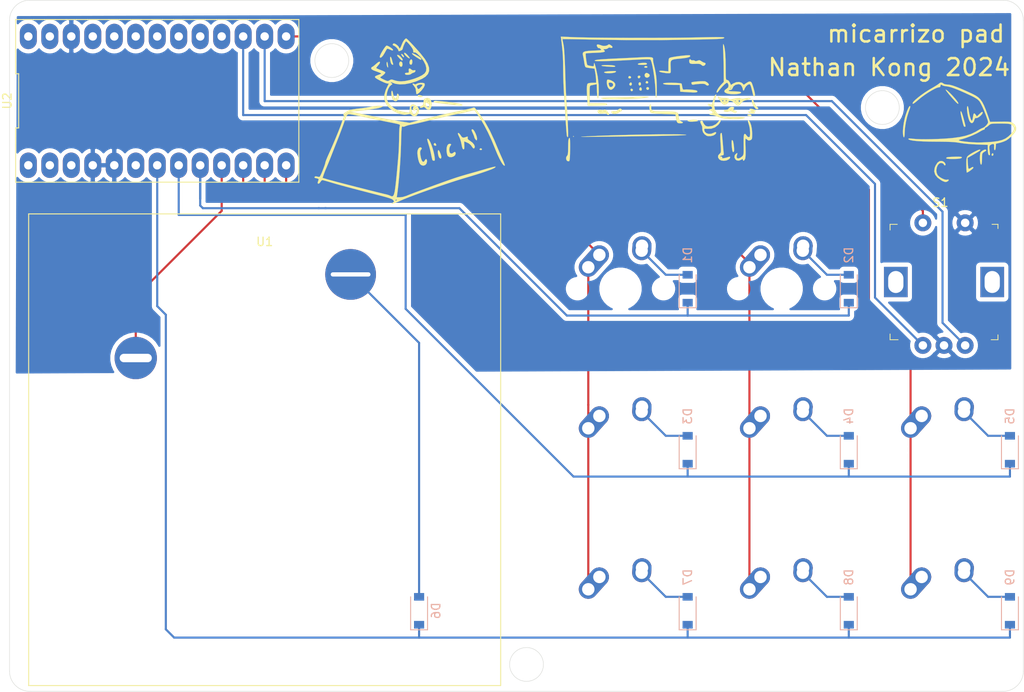
<source format=kicad_pcb>
(kicad_pcb (version 20171130) (host pcbnew "(5.1.4)-1")

  (general
    (thickness 1.6)
    (drawings 13)
    (tracks 89)
    (zones 0)
    (modules 22)
    (nets 34)
  )

  (page A4)
  (layers
    (0 F.Cu signal)
    (31 B.Cu signal)
    (32 B.Adhes user)
    (33 F.Adhes user)
    (34 B.Paste user)
    (35 F.Paste user)
    (36 B.SilkS user)
    (37 F.SilkS user)
    (38 B.Mask user)
    (39 F.Mask user)
    (40 Dwgs.User user)
    (41 Cmts.User user)
    (42 Eco1.User user)
    (43 Eco2.User user)
    (44 Edge.Cuts user)
    (45 Margin user)
    (46 B.CrtYd user)
    (47 F.CrtYd user)
    (48 B.Fab user)
    (49 F.Fab user)
  )

  (setup
    (last_trace_width 0.25)
    (trace_clearance 0.2)
    (zone_clearance 0.508)
    (zone_45_only no)
    (trace_min 0.2)
    (via_size 0.8)
    (via_drill 0.4)
    (via_min_size 0.4)
    (via_min_drill 0.3)
    (uvia_size 0.3)
    (uvia_drill 0.1)
    (uvias_allowed no)
    (uvia_min_size 0.2)
    (uvia_min_drill 0.1)
    (edge_width 0.05)
    (segment_width 0.2)
    (pcb_text_width 0.3)
    (pcb_text_size 1.5 1.5)
    (mod_edge_width 0.12)
    (mod_text_size 1 1)
    (mod_text_width 0.15)
    (pad_size 2.8 3.6)
    (pad_drill 1.8)
    (pad_to_mask_clearance 0.051)
    (solder_mask_min_width 0.25)
    (aux_axis_origin 0 0)
    (visible_elements 7FFFEFFF)
    (pcbplotparams
      (layerselection 0x010f0_ffffffff)
      (usegerberextensions false)
      (usegerberattributes false)
      (usegerberadvancedattributes false)
      (creategerberjobfile false)
      (excludeedgelayer true)
      (linewidth 0.100000)
      (plotframeref false)
      (viasonmask false)
      (mode 1)
      (useauxorigin false)
      (hpglpennumber 1)
      (hpglpenspeed 20)
      (hpglpendiameter 15.000000)
      (psnegative false)
      (psa4output false)
      (plotreference true)
      (plotvalue true)
      (plotinvisibletext false)
      (padsonsilk false)
      (subtractmaskfromsilk false)
      (outputformat 1)
      (mirror false)
      (drillshape 0)
      (scaleselection 1)
      (outputdirectory "C:/Users/Nathan/Documents/GitHub/micarrizo-pad/mechanical/"))
  )

  (net 0 "")
  (net 1 "Net-(D1-Pad2)")
  (net 2 ROW0)
  (net 3 "Net-(D2-Pad2)")
  (net 4 "Net-(D3-Pad2)")
  (net 5 ROW1)
  (net 6 "Net-(D4-Pad2)")
  (net 7 "Net-(D5-Pad2)")
  (net 8 "Net-(D6-Pad2)")
  (net 9 ROW2)
  (net 10 "Net-(D7-Pad2)")
  (net 11 "Net-(D8-Pad2)")
  (net 12 "Net-(D9-Pad2)")
  (net 13 COL1)
  (net 14 COL2)
  (net 15 COL3)
  (net 16 COL0)
  (net 17 "Net-(U2-Pad14)")
  (net 18 +5V)
  (net 19 GND)
  (net 20 "Net-(U2-Pad17)")
  (net 21 "Net-(U2-Pad18)")
  (net 22 "Net-(U2-Pad19)")
  (net 23 ENC_A)
  (net 24 "Net-(U2-Pad6)")
  (net 25 ENC_B)
  (net 26 ENC_SW)
  (net 27 "Net-(U2-Pad23)")
  (net 28 "Net-(U2-Pad3)")
  (net 29 "Net-(U2-Pad2)")
  (net 30 "Net-(U2-Pad1)")
  (net 31 "Net-(U2-Pad20)")
  (net 32 "Net-(U2-Pad21)")
  (net 33 "Net-(U2-Pad22)")

  (net_class Default "This is the default net class."
    (clearance 0.2)
    (trace_width 0.25)
    (via_dia 0.8)
    (via_drill 0.4)
    (uvia_dia 0.3)
    (uvia_drill 0.1)
    (add_net +5V)
    (add_net COL0)
    (add_net COL1)
    (add_net COL2)
    (add_net COL3)
    (add_net ENC_A)
    (add_net ENC_B)
    (add_net ENC_SW)
    (add_net GND)
    (add_net "Net-(D1-Pad2)")
    (add_net "Net-(D2-Pad2)")
    (add_net "Net-(D3-Pad2)")
    (add_net "Net-(D4-Pad2)")
    (add_net "Net-(D5-Pad2)")
    (add_net "Net-(D6-Pad2)")
    (add_net "Net-(D7-Pad2)")
    (add_net "Net-(D8-Pad2)")
    (add_net "Net-(D9-Pad2)")
    (add_net "Net-(U2-Pad1)")
    (add_net "Net-(U2-Pad14)")
    (add_net "Net-(U2-Pad17)")
    (add_net "Net-(U2-Pad18)")
    (add_net "Net-(U2-Pad19)")
    (add_net "Net-(U2-Pad2)")
    (add_net "Net-(U2-Pad20)")
    (add_net "Net-(U2-Pad21)")
    (add_net "Net-(U2-Pad22)")
    (add_net "Net-(U2-Pad23)")
    (add_net "Net-(U2-Pad3)")
    (add_net "Net-(U2-Pad6)")
    (add_net ROW0)
    (add_net ROW1)
    (add_net ROW2)
  )

  (module "The Big Switch:meow" (layer F.Cu) (tedit 0) (tstamp 65FD5463)
    (at 93.6625 45.24375)
    (fp_text reference G*** (at 0 0) (layer F.SilkS) hide
      (effects (font (size 1.524 1.524) (thickness 0.3)))
    )
    (fp_text value LOGO (at 0.75 0) (layer F.SilkS) hide
      (effects (font (size 1.524 1.524) (thickness 0.3)))
    )
    (fp_poly (pts (xy -17.015431 -7.062308) (xy -17.008004 -7.054968) (xy -16.890049 -6.89684) (xy -16.862003 -6.775657)
      (xy -16.932149 -6.745497) (xy -17.041332 -6.837004) (xy -17.158961 -7.002772) (xy -17.19038 -7.118299)
      (xy -17.1408 -7.149504) (xy -17.015431 -7.062308)) (layer F.SilkS) (width 0.01))
    (fp_poly (pts (xy -18.757172 -8.079012) (xy -18.538753 -7.959666) (xy -18.32686 -7.811389) (xy -18.185534 -7.675609)
      (xy -18.165516 -7.641167) (xy -18.173876 -7.548303) (xy -18.311264 -7.561069) (xy -18.554072 -7.668577)
      (xy -18.741135 -7.744008) (xy -18.858796 -7.752735) (xy -18.865615 -7.747941) (xy -18.930851 -7.649845)
      (xy -19.047606 -7.447399) (xy -19.175247 -7.213027) (xy -19.342612 -6.94432) (xy -19.503023 -6.763569)
      (xy -19.634151 -6.686838) (xy -19.713664 -6.73019) (xy -19.727333 -6.815853) (xy -19.684736 -6.971168)
      (xy -19.57406 -7.205835) (xy -19.420977 -7.478228) (xy -19.251158 -7.746723) (xy -19.090274 -7.969695)
      (xy -18.963998 -8.105519) (xy -18.918078 -8.128) (xy -18.757172 -8.079012)) (layer F.SilkS) (width 0.01))
    (fp_poly (pts (xy -16.673876 -7.223002) (xy -16.517302 -7.080035) (xy -16.354212 -6.900475) (xy -16.227934 -6.732366)
      (xy -16.181795 -6.623749) (xy -16.183 -6.61868) (xy -16.257755 -6.618625) (xy -16.415184 -6.711409)
      (xy -16.53117 -6.801846) (xy -16.7322 -6.99886) (xy -16.839981 -7.161658) (xy -16.839997 -7.26234)
      (xy -16.780609 -7.281333) (xy -16.673876 -7.223002)) (layer F.SilkS) (width 0.01))
    (fp_poly (pts (xy -15.8098 -7.203722) (xy -15.561754 -7.094542) (xy -15.423092 -7.01979) (xy -15.10148 -6.827102)
      (xy -14.911151 -6.679234) (xy -14.827469 -6.55495) (xy -14.817963 -6.498167) (xy -14.838954 -6.449446)
      (xy -14.92066 -6.463471) (xy -15.086489 -6.550864) (xy -15.359852 -6.722242) (xy -15.469673 -6.793811)
      (xy -15.759079 -7.001324) (xy -15.910726 -7.146133) (xy -15.926879 -7.217259) (xy -15.8098 -7.203722)) (layer F.SilkS) (width 0.01))
    (fp_poly (pts (xy -17.451038 -6.966126) (xy -17.277508 -6.819036) (xy -17.117435 -6.640863) (xy -17.024673 -6.486407)
      (xy -17.018 -6.451201) (xy -17.05333 -6.358874) (xy -17.164751 -6.39863) (xy -17.36041 -6.574249)
      (xy -17.422703 -6.639041) (xy -17.611293 -6.850317) (xy -17.684186 -6.970009) (xy -17.650763 -7.020678)
      (xy -17.584174 -7.027333) (xy -17.451038 -6.966126)) (layer F.SilkS) (width 0.01))
    (fp_poly (pts (xy 11.786176 -6.064558) (xy 11.848338 -6.009163) (xy 11.853334 -5.97304) (xy 11.820046 -5.900429)
      (xy 11.698348 -5.859808) (xy 11.455485 -5.843476) (xy 11.295945 -5.842) (xy 10.980597 -5.851604)
      (xy 10.81279 -5.883231) (xy 10.771669 -5.941107) (xy 10.773498 -5.947833) (xy 10.878314 -6.015373)
      (xy 11.124894 -6.06273) (xy 11.330887 -6.078874) (xy 11.625246 -6.085454) (xy 11.786176 -6.064558)) (layer F.SilkS) (width 0.01))
    (fp_poly (pts (xy -15.894478 -6.392928) (xy -15.87122 -6.206085) (xy -15.900595 -6.00955) (xy -15.977867 -5.877151)
      (xy -16.015933 -5.859511) (xy -16.154539 -5.907013) (xy -16.211123 -6.00332) (xy -16.219164 -6.188951)
      (xy -16.156837 -6.370496) (xy -16.053623 -6.486384) (xy -15.975101 -6.496256) (xy -15.894478 -6.392928)) (layer F.SilkS) (width 0.01))
    (fp_poly (pts (xy -18.407002 -6.763303) (xy -18.331916 -6.598179) (xy -18.299312 -6.48685) (xy -18.230275 -6.228324)
      (xy -18.16897 -6.02405) (xy -18.153467 -5.979901) (xy -18.150972 -5.86433) (xy -18.236606 -5.853845)
      (xy -18.352727 -5.947833) (xy -18.426962 -6.104409) (xy -18.482679 -6.332349) (xy -18.510969 -6.568131)
      (xy -18.502921 -6.748235) (xy -18.473094 -6.805926) (xy -18.407002 -6.763303)) (layer F.SilkS) (width 0.01))
    (fp_poly (pts (xy 17.063901 -6.428895) (xy 17.178952 -6.375409) (xy 17.248962 -6.388022) (xy 17.418922 -6.382035)
      (xy 17.496905 -6.339013) (xy 17.634965 -6.283422) (xy 17.829254 -6.337794) (xy 17.839684 -6.3425)
      (xy 18.018443 -6.397639) (xy 18.174242 -6.354186) (xy 18.299415 -6.270282) (xy 18.496855 -6.150731)
      (xy 18.65728 -6.096316) (xy 18.665572 -6.096) (xy 18.777281 -6.043165) (xy 18.781 -5.923167)
      (xy 18.683054 -5.79377) (xy 18.628607 -5.758372) (xy 18.47042 -5.718574) (xy 18.319674 -5.810808)
      (xy 18.299736 -5.830264) (xy 18.181381 -5.918134) (xy 18.019766 -5.96176) (xy 17.766494 -5.969733)
      (xy 17.560533 -5.961512) (xy 17.212142 -5.955056) (xy 16.999175 -5.991325) (xy 16.889773 -6.08679)
      (xy 16.852072 -6.257921) (xy 16.849963 -6.328833) (xy 16.889665 -6.486342) (xy 16.983733 -6.509804)
      (xy 17.063901 -6.428895)) (layer F.SilkS) (width 0.01))
    (fp_poly (pts (xy 7.23306 -5.824144) (xy 7.676175 -5.802004) (xy 7.960114 -5.765318) (xy 8.094524 -5.712646)
      (xy 8.107026 -5.693833) (xy 8.069255 -5.619322) (xy 7.880694 -5.602962) (xy 7.859889 -5.604009)
      (xy 7.615364 -5.61825) (xy 7.289294 -5.637695) (xy 7.069667 -5.650991) (xy 6.710324 -5.684241)
      (xy 6.512938 -5.725275) (xy 6.470786 -5.766972) (xy 6.577149 -5.80221) (xy 6.825306 -5.823868)
      (xy 7.208537 -5.824823) (xy 7.23306 -5.824144)) (layer F.SilkS) (width 0.01))
    (fp_poly (pts (xy -17.154584 -6.225758) (xy -17.057088 -6.083334) (xy -17.0384 -5.84853) (xy -17.102369 -5.658774)
      (xy -17.223031 -5.615248) (xy -17.338675 -5.688542) (xy -17.426658 -5.860828) (xy -17.428523 -6.061091)
      (xy -17.34889 -6.212181) (xy -17.305788 -6.237995) (xy -17.154584 -6.225758)) (layer F.SilkS) (width 0.01))
    (fp_poly (pts (xy 11.874641 -5.665052) (xy 11.916834 -5.609167) (xy 11.875156 -5.526834) (xy 11.726334 -5.503333)
      (xy 11.56149 -5.535734) (xy 11.535834 -5.609167) (xy 11.639013 -5.698934) (xy 11.726334 -5.715)
      (xy 11.874641 -5.665052)) (layer F.SilkS) (width 0.01))
    (fp_poly (pts (xy -18.830234 -6.155911) (xy -18.785792 -5.953126) (xy -18.781982 -5.932009) (xy -18.74625 -5.665217)
      (xy -18.754008 -5.532758) (xy -18.80035 -5.545475) (xy -18.880367 -5.714212) (xy -18.880454 -5.714441)
      (xy -18.926679 -5.94795) (xy -18.909425 -6.12835) (xy -18.867765 -6.20865) (xy -18.830234 -6.155911)) (layer F.SilkS) (width 0.01))
    (fp_poly (pts (xy 16.916024 -6.97675) (xy 16.944278 -6.965589) (xy 16.975811 -6.856523) (xy 16.839073 -6.761133)
      (xy 16.53459 -6.679607) (xy 16.062887 -6.61213) (xy 15.902157 -6.595896) (xy 15.413715 -6.548486)
      (xy 15.069375 -6.500078) (xy 14.844897 -6.431382) (xy 14.716039 -6.323108) (xy 14.65856 -6.155965)
      (xy 14.648222 -5.910661) (xy 14.659202 -5.606745) (xy 14.672168 -5.252846) (xy 14.669936 -5.03456)
      (xy 14.644392 -4.918314) (xy 14.587424 -4.870537) (xy 14.490919 -4.857656) (xy 14.478 -4.856953)
      (xy 14.216 -4.862134) (xy 14.054667 -4.879787) (xy 13.813235 -4.91882) (xy 13.567834 -4.958504)
      (xy 13.38065 -5.013635) (xy 13.293477 -5.08829) (xy 13.292667 -5.095529) (xy 13.365085 -5.144418)
      (xy 13.58781 -5.151654) (xy 13.843 -5.131668) (xy 14.393334 -5.075284) (xy 14.393334 -5.836663)
      (xy 14.398355 -6.211271) (xy 14.417479 -6.451241) (xy 14.456793 -6.591081) (xy 14.522384 -6.665297)
      (xy 14.5415 -6.67654) (xy 14.700124 -6.727436) (xy 14.974318 -6.783666) (xy 15.326039 -6.840652)
      (xy 15.717243 -6.893818) (xy 16.109888 -6.938588) (xy 16.465928 -6.970384) (xy 16.747322 -6.98463)
      (xy 16.916024 -6.97675)) (layer F.SilkS) (width 0.01))
    (fp_poly (pts (xy 8.191579 -5.095427) (xy 8.204796 -5.050989) (xy 8.146502 -4.979969) (xy 8.00749 -4.921665)
      (xy 7.758023 -4.878533) (xy 7.456664 -4.855454) (xy 7.16198 -4.857308) (xy 6.963834 -4.881405)
      (xy 6.794889 -4.936599) (xy 6.78512 -4.990766) (xy 6.924399 -5.039591) (xy 7.202598 -5.078755)
      (xy 7.471834 -5.097971) (xy 7.848906 -5.114754) (xy 8.080885 -5.115294) (xy 8.191579 -5.095427)) (layer F.SilkS) (width 0.01))
    (fp_poly (pts (xy -16.06043 -5.352389) (xy -15.997483 -5.286224) (xy -15.817825 -5.19289) (xy -15.683932 -5.20489)
      (xy -15.536084 -5.220115) (xy -15.503629 -5.141724) (xy -15.509182 -5.104499) (xy -15.606475 -4.972435)
      (xy -15.72155 -4.926751) (xy -15.918049 -4.851281) (xy -16.006218 -4.778584) (xy -16.151573 -4.699432)
      (xy -16.373441 -4.659122) (xy -16.58958 -4.665333) (xy -16.707555 -4.713111) (xy -16.76251 -4.828591)
      (xy -16.662215 -4.896615) (xy -16.512116 -4.910667) (xy -16.339417 -4.925921) (xy -16.28919 -5.006948)
      (xy -16.311033 -5.164667) (xy -16.305958 -5.360381) (xy -16.211101 -5.427345) (xy -16.06043 -5.352389)) (layer F.SilkS) (width 0.01))
    (fp_poly (pts (xy 11.880855 -4.883012) (xy 11.971059 -4.845632) (xy 12.154907 -4.7079) (xy 12.17532 -4.543789)
      (xy 12.0904 -4.4196) (xy 11.899716 -4.324281) (xy 11.706719 -4.366127) (xy 11.605593 -4.475638)
      (xy 11.573423 -4.666705) (xy 11.635672 -4.789787) (xy 11.744039 -4.892995) (xy 11.880855 -4.883012)) (layer F.SilkS) (width 0.01))
    (fp_poly (pts (xy 11.064098 -4.524935) (xy 11.076375 -4.43085) (xy 10.996156 -4.28725) (xy 10.870784 -4.252973)
      (xy 10.810875 -4.288014) (xy 10.750897 -4.433273) (xy 10.82667 -4.547467) (xy 10.928208 -4.572)
      (xy 11.064098 -4.524935)) (layer F.SilkS) (width 0.01))
    (fp_poly (pts (xy 9.871944 -4.514775) (xy 9.980948 -4.413133) (xy 9.96267 -4.294306) (xy 9.830635 -4.233502)
      (xy 9.821334 -4.233333) (xy 9.683971 -4.280407) (xy 9.652 -4.346222) (xy 9.703024 -4.50427)
      (xy 9.846056 -4.523564) (xy 9.871944 -4.514775)) (layer F.SilkS) (width 0.01))
    (fp_poly (pts (xy 11.972882 -3.866616) (xy 12.006549 -3.788833) (xy 11.977097 -3.668822) (xy 11.853334 -3.640667)
      (xy 11.714373 -3.683518) (xy 11.700118 -3.788833) (xy 11.783604 -3.914792) (xy 11.853334 -3.937)
      (xy 11.972882 -3.866616)) (layer F.SilkS) (width 0.01))
    (fp_poly (pts (xy 18.659214 -3.90938) (xy 18.758302 -3.892905) (xy 18.962454 -3.780499) (xy 19.11817 -3.635774)
      (xy 19.182199 -3.503433) (xy 19.172782 -3.464508) (xy 19.044973 -3.390189) (xy 18.878918 -3.437732)
      (xy 18.801051 -3.507581) (xy 18.687094 -3.57594) (xy 18.472684 -3.603609) (xy 18.134518 -3.595573)
      (xy 17.812132 -3.570325) (xy 17.534813 -3.537254) (xy 17.378862 -3.507387) (xy 17.207193 -3.504016)
      (xy 17.135569 -3.592379) (xy 17.110561 -3.733397) (xy 17.12523 -3.776119) (xy 17.240065 -3.814575)
      (xy 17.475799 -3.851151) (xy 17.784007 -3.882382) (xy 18.116263 -3.904806) (xy 18.424141 -3.914959)
      (xy 18.659214 -3.90938)) (layer F.SilkS) (width 0.01))
    (fp_poly (pts (xy 11.067711 -3.775031) (xy 11.102576 -3.747958) (xy 11.156292 -3.60872) (xy 11.119081 -3.460321)
      (xy 11.01327 -3.386864) (xy 11.006667 -3.386667) (xy 10.902121 -3.45462) (xy 10.865767 -3.519358)
      (xy 10.862193 -3.675864) (xy 10.946395 -3.777391) (xy 11.067711 -3.775031)) (layer F.SilkS) (width 0.01))
    (fp_poly (pts (xy 10.00026 -3.761738) (xy 10.063188 -3.647851) (xy 10.075334 -3.551003) (xy 10.015314 -3.418313)
      (xy 9.88709 -3.391251) (xy 9.776708 -3.475042) (xy 9.775489 -3.596617) (xy 9.856621 -3.718936)
      (xy 9.965696 -3.772222) (xy 10.00026 -3.761738)) (layer F.SilkS) (width 0.01))
    (fp_poly (pts (xy 12.079504 -3.157465) (xy 12.107334 -3.048) (xy 12.046361 -2.907883) (xy 11.911891 -2.882324)
      (xy 11.825111 -2.935111) (xy 11.766837 -3.078747) (xy 11.840789 -3.193054) (xy 11.938 -3.217333)
      (xy 12.079504 -3.157465)) (layer F.SilkS) (width 0.01))
    (fp_poly (pts (xy 7.521963 -4.048114) (xy 7.616889 -4.013033) (xy 7.938173 -3.830988) (xy 8.102062 -3.611778)
      (xy 8.104689 -3.367218) (xy 7.942188 -3.109123) (xy 7.920182 -3.086485) (xy 7.701236 -2.917098)
      (xy 7.516459 -2.903792) (xy 7.332471 -3.047373) (xy 7.287479 -3.101752) (xy 7.187059 -3.301572)
      (xy 7.124859 -3.562259) (xy 7.122835 -3.591327) (xy 7.329013 -3.591327) (xy 7.388745 -3.399484)
      (xy 7.407955 -3.338395) (xy 7.507334 -3.2345) (xy 7.65974 -3.235092) (xy 7.799568 -3.323829)
      (xy 7.858791 -3.450691) (xy 7.826065 -3.625659) (xy 7.689458 -3.714733) (xy 7.469946 -3.758149)
      (xy 7.340918 -3.707273) (xy 7.329013 -3.591327) (xy 7.122835 -3.591327) (xy 7.106618 -3.824229)
      (xy 7.138071 -4.027898) (xy 7.191086 -4.102884) (xy 7.311747 -4.103714) (xy 7.521963 -4.048114)) (layer F.SilkS) (width 0.01))
    (fp_poly (pts (xy 11.122932 -3.193113) (xy 11.215987 -3.100077) (xy 11.246919 -2.952702) (xy 11.211581 -2.827493)
      (xy 11.144552 -2.794) (xy 11.001003 -2.838636) (xy 10.969056 -2.871026) (xy 10.951562 -3.00684)
      (xy 11.010398 -3.141425) (xy 11.108083 -3.196321) (xy 11.122932 -3.193113)) (layer F.SilkS) (width 0.01))
    (fp_poly (pts (xy 10.180122 -2.951203) (xy 10.202334 -2.884563) (xy 10.143722 -2.758536) (xy 10.022199 -2.729865)
      (xy 9.964209 -2.764014) (xy 9.903048 -2.89948) (xy 9.950694 -3.010274) (xy 10.054167 -3.031882)
      (xy 10.180122 -2.951203)) (layer F.SilkS) (width 0.01))
    (fp_poly (pts (xy 15.153259 -3.721295) (xy 15.495372 -3.703487) (xy 15.766934 -3.676376) (xy 15.928508 -3.640529)
      (xy 15.955727 -3.6195) (xy 15.990877 -3.469712) (xy 16.034231 -3.239296) (xy 16.041052 -3.198947)
      (xy 16.087573 -2.994806) (xy 16.162692 -2.917317) (xy 16.309919 -2.924455) (xy 16.322815 -2.926809)
      (xy 16.519843 -2.939103) (xy 16.821696 -2.931296) (xy 17.165281 -2.905133) (xy 17.187334 -2.902862)
      (xy 17.531967 -2.85766) (xy 17.733021 -2.805877) (xy 17.816246 -2.739665) (xy 17.822334 -2.709333)
      (xy 17.801267 -2.64296) (xy 17.722264 -2.600182) (xy 17.561622 -2.579289) (xy 17.295639 -2.578571)
      (xy 16.90061 -2.596315) (xy 16.552334 -2.617656) (xy 15.790334 -2.667) (xy 15.764528 -3.069167)
      (xy 15.738722 -3.471333) (xy 14.991945 -3.471333) (xy 14.477623 -3.481792) (xy 14.092739 -3.512021)
      (xy 13.849032 -3.560303) (xy 13.758243 -3.624919) (xy 13.764704 -3.650975) (xy 13.868024 -3.688176)
      (xy 14.097976 -3.713242) (xy 14.415124 -3.72674) (xy 14.78003 -3.729235) (xy 15.153259 -3.721295)) (layer F.SilkS) (width 0.01))
    (fp_poly (pts (xy -14.493563 -3.680793) (xy -14.432692 -3.635855) (xy -14.408715 -3.437282) (xy -14.533009 -3.162674)
      (xy -14.804122 -2.815091) (xy -14.842569 -2.772833) (xy -15.113088 -2.505376) (xy -15.298267 -2.383242)
      (xy -15.398951 -2.405994) (xy -15.418333 -2.4765) (xy -15.438917 -2.657423) (xy -15.446184 -2.709333)
      (xy -15.472148 -2.910725) (xy -15.479518 -2.978004) (xy -15.541 -3.131421) (xy -15.645317 -3.288264)
      (xy -15.349793 -3.288264) (xy -15.305612 -3.166992) (xy -15.222166 -3.015766) (xy -15.135708 -2.98168)
      (xy -15.007206 -3.068939) (xy -14.861397 -3.214832) (xy -14.717269 -3.378304) (xy -14.686334 -3.466669)
      (xy -14.756156 -3.518364) (xy -14.76241 -3.520807) (xy -14.938207 -3.528854) (xy -15.15139 -3.472967)
      (xy -15.316481 -3.38696) (xy -15.349793 -3.288264) (xy -15.645317 -3.288264) (xy -15.675022 -3.332926)
      (xy -15.713193 -3.380171) (xy -15.840743 -3.551073) (xy -15.850659 -3.629285) (xy -15.802856 -3.640667)
      (xy -15.655126 -3.591352) (xy -15.620439 -3.555092) (xy -15.516551 -3.529458) (xy -15.384936 -3.597426)
      (xy -15.195895 -3.675205) (xy -14.942263 -3.716723) (xy -14.687125 -3.719435) (xy -14.493563 -3.680793)) (layer F.SilkS) (width 0.01))
    (fp_poly (pts (xy 20.903504 -8.291361) (xy 20.993751 -8.054627) (xy 21.066117 -7.659764) (xy 21.119603 -7.117131)
      (xy 21.153211 -6.437089) (xy 21.165943 -5.629997) (xy 21.166027 -5.566833) (xy 21.167057 -5.0294)
      (xy 21.171378 -4.638143) (xy 21.181633 -4.369904) (xy 21.20046 -4.201527) (xy 21.2305 -4.109856)
      (xy 21.274394 -4.071734) (xy 21.33478 -4.064005) (xy 21.33737 -4.064) (xy 21.508378 -3.981123)
      (xy 21.648358 -3.769819) (xy 21.788644 -3.475637) (xy 22.072823 -3.65127) (xy 22.422326 -3.800565)
      (xy 22.761131 -3.827689) (xy 23.044841 -3.731996) (xy 23.125667 -3.666629) (xy 23.30271 -3.489586)
      (xy 23.60117 -3.692127) (xy 23.859986 -3.845522) (xy 24.037046 -3.885106) (xy 24.170882 -3.816254)
      (xy 24.207201 -3.776663) (xy 24.27952 -3.633685) (xy 24.371904 -3.377706) (xy 24.469139 -3.061338)
      (xy 24.556007 -2.737197) (xy 24.617291 -2.457897) (xy 24.638 -2.287072) (xy 24.595053 -2.14649)
      (xy 24.502829 -2.120364) (xy 24.441754 -2.180167) (xy 24.406296 -2.287696) (xy 24.345333 -2.515959)
      (xy 24.27059 -2.820503) (xy 24.251944 -2.899833) (xy 24.159377 -3.253333) (xy 24.076864 -3.462142)
      (xy 23.994033 -3.549668) (xy 23.961151 -3.556) (xy 23.770672 -3.485879) (xy 23.575811 -3.311967)
      (xy 23.431866 -3.088939) (xy 23.40218 -3.003324) (xy 23.331139 -2.843446) (xy 23.250877 -2.796905)
      (xy 23.2015 -2.879096) (xy 23.198667 -2.925205) (xy 23.161383 -3.089291) (xy 23.071502 -3.302303)
      (xy 23.069493 -3.306205) (xy 22.934086 -3.489632) (xy 22.744421 -3.553167) (xy 22.664998 -3.556)
      (xy 22.332009 -3.490248) (xy 22.08781 -3.30901) (xy 21.979061 -3.092309) (xy 21.885091 -2.92276)
      (xy 21.715387 -2.878667) (xy 21.557046 -2.849482) (xy 21.505334 -2.794) (xy 21.584296 -2.751658)
      (xy 21.798739 -2.721624) (xy 22.114992 -2.708309) (xy 22.1615 -2.708037) (xy 22.49069 -2.698254)
      (xy 22.761232 -2.673577) (xy 22.922144 -2.638985) (xy 22.934939 -2.632471) (xy 22.992911 -2.550259)
      (xy 22.912257 -2.479884) (xy 22.723465 -2.424598) (xy 22.457023 -2.387649) (xy 22.14342 -2.372287)
      (xy 21.813145 -2.381762) (xy 21.496687 -2.419324) (xy 21.314834 -2.459785) (xy 21.074723 -2.573628)
      (xy 20.995195 -2.723132) (xy 21.078788 -2.886498) (xy 21.251334 -3.005667) (xy 21.369351 -3.104445)
      (xy 21.702889 -3.104445) (xy 21.714511 -3.05411) (xy 21.759334 -3.048) (xy 21.829024 -3.078978)
      (xy 21.815778 -3.104445) (xy 21.715298 -3.114578) (xy 21.702889 -3.104445) (xy 21.369351 -3.104445)
      (xy 21.454048 -3.175334) (xy 21.502122 -3.404253) (xy 21.453942 -3.591409) (xy 21.354896 -3.708067)
      (xy 21.296194 -3.725333) (xy 21.187133 -3.665161) (xy 21.006434 -3.50815) (xy 20.7884 -3.289564)
      (xy 20.567333 -3.044665) (xy 20.377536 -2.808714) (xy 20.307838 -2.709333) (xy 20.191184 -2.580573)
      (xy 20.101734 -2.56305) (xy 20.100135 -2.564509) (xy 20.089763 -2.682766) (xy 20.17346 -2.887972)
      (xy 20.330149 -3.142917) (xy 20.538758 -3.410388) (xy 20.64421 -3.525186) (xy 20.939966 -3.829716)
      (xy 20.925068 -5.322691) (xy 20.917173 -5.882884) (xy 20.905116 -6.453672) (xy 20.890229 -6.984765)
      (xy 20.873844 -7.425871) (xy 20.864217 -7.62) (xy 20.847859 -8.009842) (xy 20.85306 -8.238386)
      (xy 20.880214 -8.312338) (xy 20.903504 -8.291361)) (layer F.SilkS) (width 0.01))
    (fp_poly (pts (xy -14.837833 -2.232636) (xy -14.674771 -2.160129) (xy -14.668069 -2.088737) (xy -14.806059 -2.040578)
      (xy -14.943666 -2.032) (xy -15.16284 -2.05954) (xy -15.239464 -2.147434) (xy -15.24 -2.159)
      (xy -15.197852 -2.260221) (xy -15.053297 -2.277696) (xy -14.837833 -2.232636)) (layer F.SilkS) (width 0.01))
    (fp_poly (pts (xy 12.192026 -6.760057) (xy 12.437976 -6.724082) (xy 12.563057 -6.655776) (xy 12.582814 -6.552636)
      (xy 12.578031 -6.535183) (xy 12.576421 -6.383494) (xy 12.616605 -6.12472) (xy 12.689977 -5.813436)
      (xy 12.694445 -5.79717) (xy 12.787425 -5.411633) (xy 12.878368 -4.952579) (xy 12.948574 -4.515001)
      (xy 12.952268 -4.487333) (xy 12.983246 -4.172165) (xy 13.0048 -3.792441) (xy 13.017164 -3.379474)
      (xy 13.020575 -2.964577) (xy 13.01527 -2.579064) (xy 13.001485 -2.254248) (xy 12.979455 -2.021441)
      (xy 12.949418 -1.911957) (xy 12.932834 -1.911772) (xy 12.900192 -2.023643) (xy 12.876991 -2.253646)
      (xy 12.868519 -2.532945) (xy 12.854237 -3.004149) (xy 12.815678 -3.536544) (xy 12.75738 -4.100495)
      (xy 12.683882 -4.66637) (xy 12.599722 -5.204535) (xy 12.509439 -5.685358) (xy 12.417572 -6.079204)
      (xy 12.328658 -6.356442) (xy 12.265283 -6.471561) (xy 12.155543 -6.495035) (xy 11.891115 -6.503543)
      (xy 11.485965 -6.497247) (xy 10.954062 -6.476307) (xy 10.478706 -6.450992) (xy 9.445705 -6.393696)
      (xy 8.518665 -6.347946) (xy 7.706385 -6.313957) (xy 7.017666 -6.291947) (xy 6.461308 -6.28213)
      (xy 6.046111 -6.284722) (xy 5.780876 -6.299941) (xy 5.674404 -6.328) (xy 5.672667 -6.333097)
      (xy 5.70146 -6.376061) (xy 5.797792 -6.413905) (xy 5.976588 -6.448101) (xy 6.252775 -6.48012)
      (xy 6.641279 -6.511434) (xy 7.157028 -6.543513) (xy 7.814947 -6.577829) (xy 8.466667 -6.608471)
      (xy 9.086271 -6.63707) (xy 9.711978 -6.66669) (xy 10.302207 -6.695311) (xy 10.815381 -6.72091)
      (xy 11.20992 -6.741466) (xy 11.275336 -6.745037) (xy 11.809661 -6.766208) (xy 12.192026 -6.760057)) (layer F.SilkS) (width 0.01))
    (fp_poly (pts (xy 11.910936 -2.077064) (xy 12.058449 -2.055101) (xy 12.052269 -2.022662) (xy 11.888684 -1.981675)
      (xy 11.563985 -1.934069) (xy 11.074462 -1.881772) (xy 10.949763 -1.87032) (xy 10.589832 -1.845348)
      (xy 10.132951 -1.824602) (xy 9.609014 -1.808316) (xy 9.047912 -1.796721) (xy 8.479539 -1.790049)
      (xy 7.933786 -1.788535) (xy 7.440545 -1.792409) (xy 7.029711 -1.801904) (xy 6.731174 -1.817253)
      (xy 6.582834 -1.836363) (xy 6.439975 -1.888979) (xy 6.45888 -1.93033) (xy 6.641214 -1.960637)
      (xy 6.988644 -1.980124) (xy 7.502836 -1.989016) (xy 7.725824 -1.989667) (xy 8.270855 -1.994098)
      (xy 8.919981 -2.006312) (xy 9.608226 -2.024693) (xy 10.270613 -2.047622) (xy 10.583334 -2.060808)
      (xy 11.169668 -2.081846) (xy 11.613439 -2.086622) (xy 11.910936 -2.077064)) (layer F.SilkS) (width 0.01))
    (fp_poly (pts (xy -18.20368 -2.649005) (xy -18.162319 -2.463143) (xy -18.09552 -2.205581) (xy -18.003513 -1.999992)
      (xy -17.987153 -1.976309) (xy -17.88627 -1.873071) (xy -17.811603 -1.907586) (xy -17.782905 -1.947333)
      (xy -17.712306 -2.134932) (xy -17.69663 -2.264833) (xy -17.661714 -2.423813) (xy -17.584123 -2.43868)
      (xy -17.499833 -2.315284) (xy -17.472261 -2.228367) (xy -17.471455 -1.971978) (xy -17.57063 -1.732896)
      (xy -17.737959 -1.572265) (xy -17.829834 -1.54144) (xy -18.0109 -1.581613) (xy -18.158814 -1.690919)
      (xy -18.276897 -1.917082) (xy -18.348618 -2.262825) (xy -18.355127 -2.329646) (xy -18.359591 -2.614442)
      (xy -18.325708 -2.769614) (xy -18.268673 -2.784642) (xy -18.20368 -2.649005)) (layer F.SilkS) (width 0.01))
    (fp_poly (pts (xy 20.442389 -2.035648) (xy 20.451551 -2.028224) (xy 20.637212 -1.957148) (xy 20.935789 -1.935486)
      (xy 21.010902 -1.938139) (xy 21.326761 -1.930489) (xy 21.506422 -1.862804) (xy 21.533472 -1.835166)
      (xy 21.614556 -1.76614) (xy 21.737494 -1.753947) (xy 21.952958 -1.79758) (xy 22.055667 -1.824782)
      (xy 22.512399 -1.923201) (xy 22.829432 -1.932506) (xy 22.994648 -1.863486) (xy 23.153046 -1.822497)
      (xy 23.370856 -1.863486) (xy 23.659585 -1.925541) (xy 23.91217 -1.944251) (xy 24.08295 -1.919304)
      (xy 24.13 -1.86867) (xy 24.054466 -1.809897) (xy 23.859632 -1.740877) (xy 23.670833 -1.694683)
      (xy 23.35784 -1.607198) (xy 23.144332 -1.478583) (xy 22.989191 -1.30768) (xy 22.822744 -1.127293)
      (xy 22.672264 -1.024841) (xy 22.632855 -1.016) (xy 22.49886 -1.07399) (xy 22.312254 -1.22095)
      (xy 22.219516 -1.312333) (xy 22.202586 -1.326445) (xy 22.549556 -1.326445) (xy 22.561178 -1.27611)
      (xy 22.606 -1.27) (xy 22.67569 -1.300978) (xy 22.662445 -1.326445) (xy 22.561965 -1.336578)
      (xy 22.549556 -1.326445) (xy 22.202586 -1.326445) (xy 22.005269 -1.490918) (xy 21.790314 -1.594458)
      (xy 21.659103 -1.608667) (xy 22.267334 -1.608667) (xy 22.298312 -1.538977) (xy 22.323778 -1.552222)
      (xy 22.325201 -1.566333) (xy 22.690667 -1.566333) (xy 22.736384 -1.453662) (xy 22.775334 -1.439333)
      (xy 22.850448 -1.50791) (xy 22.86 -1.566333) (xy 22.814283 -1.679005) (xy 22.775334 -1.693333)
      (xy 22.700219 -1.624757) (xy 22.690667 -1.566333) (xy 22.325201 -1.566333) (xy 22.333911 -1.652702)
      (xy 22.323778 -1.665111) (xy 22.273444 -1.653489) (xy 22.267334 -1.608667) (xy 21.659103 -1.608667)
      (xy 21.613725 -1.613581) (xy 21.514577 -1.538916) (xy 21.505334 -1.483619) (xy 21.432507 -1.334049)
      (xy 21.258928 -1.203871) (xy 21.051945 -1.132855) (xy 20.92296 -1.139733) (xy 20.767708 -1.243982)
      (xy 20.604521 -1.430739) (xy 20.582098 -1.464254) (xy 20.48759 -1.608667) (xy 20.743334 -1.608667)
      (xy 20.807763 -1.52646) (xy 20.828 -1.524) (xy 20.910207 -1.588429) (xy 20.912667 -1.608667)
      (xy 21.166667 -1.608667) (xy 21.195554 -1.526201) (xy 21.204003 -1.524) (xy 21.276289 -1.583329)
      (xy 21.293667 -1.608667) (xy 21.286954 -1.686686) (xy 21.25633 -1.693333) (xy 21.170112 -1.631873)
      (xy 21.166667 -1.608667) (xy 20.912667 -1.608667) (xy 20.848238 -1.690873) (xy 20.828 -1.693333)
      (xy 20.745794 -1.628904) (xy 20.743334 -1.608667) (xy 20.48759 -1.608667) (xy 20.437563 -1.68511)
      (xy 20.314445 -1.864957) (xy 20.303778 -1.879773) (xy 20.242564 -2.031639) (xy 20.301032 -2.095918)
      (xy 20.442389 -2.035648)) (layer F.SilkS) (width 0.01))
    (fp_poly (pts (xy 7.455457 -8.251417) (xy 7.575497 -8.179541) (xy 7.727276 -8.059695) (xy 7.789334 -7.970826)
      (xy 7.73115 -7.85003) (xy 7.581265 -7.853087) (xy 7.533092 -7.8752) (xy 7.369006 -7.900025)
      (xy 7.279857 -7.829888) (xy 7.125452 -7.739551) (xy 6.911133 -7.701974) (xy 6.739825 -7.69256)
      (xy 6.716301 -7.65515) (xy 6.795439 -7.58612) (xy 6.886935 -7.482482) (xy 6.849199 -7.402038)
      (xy 6.672966 -7.342093) (xy 6.348973 -7.299952) (xy 5.867955 -7.27292) (xy 5.700651 -7.267602)
      (xy 5.300224 -7.253088) (xy 4.964751 -7.234516) (xy 4.728627 -7.21424) (xy 4.626247 -7.194615)
      (xy 4.625528 -7.193988) (xy 4.613737 -7.092563) (xy 4.626944 -6.875589) (xy 4.658246 -6.593815)
      (xy 4.70074 -6.297993) (xy 4.747522 -6.038873) (xy 4.791689 -5.867207) (xy 4.811122 -5.829547)
      (xy 4.923931 -5.7831) (xy 5.138211 -5.732285) (xy 5.228167 -5.716272) (xy 5.45257 -5.686286)
      (xy 5.556576 -5.708829) (xy 5.586429 -5.806359) (xy 5.588 -5.891003) (xy 5.598384 -6.050524)
      (xy 5.631546 -6.06451) (xy 5.690497 -5.92716) (xy 5.778252 -5.632678) (xy 5.837458 -5.41096)
      (xy 6.033849 -4.466313) (xy 6.145513 -3.494719) (xy 6.163863 -2.602988) (xy 6.138698 -2.187347)
      (xy 6.101504 -1.937793) (xy 6.058131 -1.852028) (xy 6.01443 -1.927753) (xy 5.976253 -2.162669)
      (xy 5.94945 -2.554477) (xy 5.944862 -2.689034) (xy 5.920724 -3.557735) (xy 5.690862 -3.509222)
      (xy 5.439904 -3.456847) (xy 5.2705 -3.422075) (xy 5.191195 -3.39887) (xy 5.137649 -3.348114)
      (xy 5.104808 -3.240989) (xy 5.087622 -3.048672) (xy 5.081037 -2.742344) (xy 5.08 -2.335331)
      (xy 5.08 -1.287222) (xy 6.117167 -1.296181) (xy 6.561709 -1.296821) (xy 6.862364 -1.287809)
      (xy 7.044439 -1.266352) (xy 7.133241 -1.229659) (xy 7.154334 -1.181737) (xy 7.126068 -1.130352)
      (xy 7.025464 -1.0931) (xy 6.828813 -1.066956) (xy 6.512403 -1.048895) (xy 6.052526 -1.035892)
      (xy 6.003009 -1.034861) (xy 4.851684 -1.011389) (xy 4.796509 -1.788701) (xy 4.756708 -2.461613)
      (xy 4.74464 -2.975507) (xy 4.760509 -3.338445) (xy 4.804519 -3.55849) (xy 4.842933 -3.623733)
      (xy 4.980896 -3.681516) (xy 5.222844 -3.71832) (xy 5.393267 -3.725333) (xy 5.842 -3.725333)
      (xy 5.842 -4.035898) (xy 5.826943 -4.292443) (xy 5.788101 -4.628294) (xy 5.75041 -4.872412)
      (xy 5.65882 -5.398361) (xy 5.17891 -5.453198) (xy 4.898847 -5.49355) (xy 4.683589 -5.539665)
      (xy 4.603414 -5.569184) (xy 4.540452 -5.681588) (xy 4.479993 -5.905866) (xy 4.448493 -6.096)
      (xy 4.397383 -6.433124) (xy 4.334859 -6.761351) (xy 4.304826 -6.89089) (xy 4.263792 -7.109755)
      (xy 4.28384 -7.268846) (xy 4.385708 -7.379187) (xy 4.590138 -7.4518) (xy 4.91787 -7.497707)
      (xy 5.389645 -7.527931) (xy 5.514048 -7.533537) (xy 5.942747 -7.55291) (xy 6.225369 -7.570874)
      (xy 6.385023 -7.593044) (xy 6.44482 -7.625036) (xy 6.42787 -7.672464) (xy 6.359488 -7.738956)
      (xy 6.233192 -7.833533) (xy 6.180667 -7.834422) (xy 6.128691 -7.824534) (xy 6.053667 -7.874)
      (xy 5.944948 -8.042064) (xy 5.926667 -8.13998) (xy 5.955753 -8.249398) (xy 6.07434 -8.262441)
      (xy 6.1595 -8.244907) (xy 6.3578 -8.188995) (xy 6.46976 -8.145024) (xy 6.685673 -8.086225)
      (xy 6.948699 -8.091879) (xy 7.169035 -8.156704) (xy 7.215664 -8.188907) (xy 7.336209 -8.271078)
      (xy 7.455457 -8.251417)) (layer F.SilkS) (width 0.01))
    (fp_poly (pts (xy -12.861292 -1.574164) (xy -12.504303 -1.545592) (xy -12.0848 -1.504718) (xy -11.637832 -1.455363)
      (xy -11.198448 -1.401349) (xy -10.801694 -1.346495) (xy -10.48262 -1.294623) (xy -10.311741 -1.259072)
      (xy -10.095078 -1.188121) (xy -9.958987 -1.112448) (xy -9.946911 -1.098366) (xy -9.971202 -1.048357)
      (xy -10.130538 -1.029655) (xy -10.433042 -1.042548) (xy -10.886839 -1.087324) (xy -11.387666 -1.149362)
      (xy -11.830269 -1.205814) (xy -12.286679 -1.261244) (xy -12.681333 -1.306563) (xy -12.805833 -1.319914)
      (xy -13.148911 -1.370505) (xy -13.338529 -1.433406) (xy -13.369305 -1.50546) (xy -13.247539 -1.579121)
      (xy -13.120721 -1.586614) (xy -12.861292 -1.574164)) (layer F.SilkS) (width 0.01))
    (fp_poly (pts (xy 24.428954 -1.643991) (xy 24.554777 -1.326567) (xy 24.712029 -1.049111) (xy 24.868576 -0.865465)
      (xy 24.910849 -0.836579) (xy 25.015025 -0.737888) (xy 25.016375 -0.673085) (xy 24.88939 -0.594984)
      (xy 24.717073 -0.658826) (xy 24.564299 -0.809624) (xy 24.401508 -1.066729) (xy 24.290921 -1.337175)
      (xy 24.247985 -1.57044) (xy 24.287419 -1.715286) (xy 24.374923 -1.743873) (xy 24.428954 -1.643991)) (layer F.SilkS) (width 0.01))
    (fp_poly (pts (xy -13.865488 -1.879404) (xy -13.691206 -1.677562) (xy -13.602456 -1.354747) (xy -13.595063 -1.182029)
      (xy -13.641346 -0.820632) (xy -13.75805 -0.593681) (xy -13.930906 -0.510386) (xy -14.145642 -0.579956)
      (xy -14.30972 -0.720788) (xy -14.482757 -0.860476) (xy -14.595412 -0.847788) (xy -14.726949 -0.779705)
      (xy -14.881033 -0.76564) (xy -14.97919 -0.808547) (xy -14.986 -0.833077) (xy -14.917675 -0.916389)
      (xy -14.774333 -1.000595) (xy -14.63171 -1.098392) (xy -14.586566 -1.21759) (xy -14.342006 -1.21759)
      (xy -14.283921 -1.074933) (xy -14.217654 -0.984829) (xy -14.054642 -0.830491) (xy -13.941213 -0.834299)
      (xy -13.887998 -0.99374) (xy -13.885333 -1.06333) (xy -13.927886 -1.226357) (xy -14.005278 -1.27)
      (xy -14.13358 -1.32597) (xy -14.156539 -1.363951) (xy -14.221742 -1.396095) (xy -14.291028 -1.333587)
      (xy -14.342006 -1.21759) (xy -14.586566 -1.21759) (xy -14.571781 -1.256625) (xy -14.562666 -1.434539)
      (xy -14.547734 -1.566333) (xy -13.97 -1.566333) (xy -13.927666 -1.524) (xy -13.885333 -1.566333)
      (xy -13.927666 -1.608667) (xy -13.97 -1.566333) (xy -14.547734 -1.566333) (xy -14.533239 -1.694263)
      (xy -14.433362 -1.838328) (xy -14.398899 -1.859688) (xy -14.107364 -1.945153) (xy -13.865488 -1.879404)) (layer F.SilkS) (width 0.01))
    (fp_poly (pts (xy 22.089923 -0.850474) (xy 22.108249 -0.840333) (xy 22.171173 -0.757398) (xy 22.111013 -0.65068)
      (xy 22.066653 -0.556026) (xy 22.146045 -0.484057) (xy 22.270975 -0.434751) (xy 22.433838 -0.350371)
      (xy 22.484381 -0.265243) (xy 22.480354 -0.256191) (xy 22.34197 -0.175892) (xy 22.130176 -0.205116)
      (xy 21.94898 -0.300102) (xy 21.764679 -0.383947) (xy 21.587288 -0.337215) (xy 21.375309 -0.274963)
      (xy 21.149896 -0.278972) (xy 20.97947 -0.342446) (xy 20.933307 -0.402167) (xy 20.977348 -0.482869)
      (xy 21.156632 -0.508) (xy 21.399222 -0.564541) (xy 21.499789 -0.666973) (xy 21.655054 -0.808709)
      (xy 21.880971 -0.878197) (xy 22.089923 -0.850474)) (layer F.SilkS) (width 0.01))
    (fp_poly (pts (xy 24.351713 -0.621698) (xy 24.574903 -0.5424) (xy 24.692618 -0.449795) (xy 24.688135 -0.370002)
      (xy 24.544728 -0.329142) (xy 24.539222 -0.328845) (xy 24.422435 -0.313995) (xy 24.469442 -0.285873)
      (xy 24.489834 -0.280304) (xy 24.62699 -0.21497) (xy 24.615999 -0.146872) (xy 24.476348 -0.097175)
      (xy 24.3097 -0.084667) (xy 24.056965 -0.11738) (xy 23.886369 -0.200509) (xy 23.876 -0.211667)
      (xy 23.8257 -0.30186) (xy 23.903071 -0.335322) (xy 24.008815 -0.338667) (xy 24.168743 -0.345539)
      (xy 24.176435 -0.384586) (xy 24.082816 -0.458744) (xy 23.970728 -0.576915) (xy 24.007352 -0.644826)
      (xy 24.177051 -0.653001) (xy 24.351713 -0.621698)) (layer F.SilkS) (width 0.01))
    (fp_poly (pts (xy 8.843763 -0.628421) (xy 8.89 -0.508) (xy 8.848557 -0.370524) (xy 8.790834 -0.338667)
      (xy 8.65118 -0.286654) (xy 8.558 -0.218831) (xy 8.347207 -0.097648) (xy 8.090591 -0.036682)
      (xy 7.854469 -0.04394) (xy 7.713115 -0.116821) (xy 7.641861 -0.26986) (xy 7.718067 -0.359907)
      (xy 7.927578 -0.3745) (xy 7.995618 -0.365472) (xy 8.215373 -0.355198) (xy 8.348182 -0.432699)
      (xy 8.395433 -0.498047) (xy 8.540259 -0.63471) (xy 8.708651 -0.67855) (xy 8.843763 -0.628421)) (layer F.SilkS) (width 0.01))
    (fp_poly (pts (xy 6.982932 -0.525333) (xy 7.137328 -0.377002) (xy 7.178134 -0.331805) (xy 7.349932 -0.105182)
      (xy 7.386009 0.035525) (xy 7.284948 0.084656) (xy 7.282384 0.084667) (xy 7.167233 0.031065)
      (xy 7.090438 -0.033657) (xy 6.958852 -0.104538) (xy 6.745734 -0.104903) (xy 6.597557 -0.081092)
      (xy 6.280554 -0.067423) (xy 6.083144 -0.166111) (xy 6.011503 -0.37393) (xy 6.011334 -0.387312)
      (xy 6.08236 -0.476994) (xy 6.243436 -0.529918) (xy 6.416558 -0.530098) (xy 6.504992 -0.488475)
      (xy 6.638857 -0.464221) (xy 6.752438 -0.514599) (xy 6.871132 -0.564115) (xy 6.982932 -0.525333)) (layer F.SilkS) (width 0.01))
    (fp_poly (pts (xy 24.162319 0.037864) (xy 24.214667 0.127) (xy 24.178356 0.221365) (xy 24.047057 0.236021)
      (xy 23.854834 0.195637) (xy 23.720121 0.126446) (xy 23.733497 0.052149) (xy 23.877778 0.00451)
      (xy 23.960667 0) (xy 24.162319 0.037864)) (layer F.SilkS) (width 0.01))
    (fp_poly (pts (xy -16.515467 -8.913507) (xy -16.333415 -8.742622) (xy -16.076986 -8.480898) (xy -15.764066 -8.147224)
      (xy -15.412537 -7.760489) (xy -15.040286 -7.339581) (xy -14.859 -7.130377) (xy -14.389069 -6.530382)
      (xy -14.072244 -5.997449) (xy -13.908299 -5.526782) (xy -13.89701 -5.113583) (xy -14.038154 -4.753053)
      (xy -14.331505 -4.440397) (xy -14.721862 -4.197785) (xy -15.412273 -3.897294) (xy -16.102275 -3.683154)
      (xy -16.76241 -3.560008) (xy -17.363218 -3.532502) (xy -17.87524 -3.605282) (xy -18.065506 -3.670567)
      (xy -18.330207 -3.774997) (xy -18.446599 -3.799786) (xy -18.415777 -3.744998) (xy -18.344508 -3.687028)
      (xy -18.23957 -3.591789) (xy -18.276784 -3.525764) (xy -18.364799 -3.475544) (xy -18.567484 -3.28504)
      (xy -18.737958 -2.975236) (xy -18.861577 -2.595249) (xy -18.923694 -2.194199) (xy -18.909664 -1.821206)
      (xy -18.888035 -1.720698) (xy -18.710669 -1.351912) (xy -18.401147 -0.999224) (xy -17.996271 -0.68995)
      (xy -17.532845 -0.451408) (xy -17.047674 -0.310916) (xy -16.973679 -0.299775) (xy -16.688367 -0.259983)
      (xy -16.44892 -0.222294) (xy -16.374921 -0.208716) (xy -16.265573 -0.204173) (xy -16.215357 -0.276436)
      (xy -16.204302 -0.465633) (xy -16.205587 -0.548942) (xy -16.17934 -0.747284) (xy -15.99373 -0.747284)
      (xy -15.978219 -0.587805) (xy -15.912324 -0.308599) (xy -15.810339 -0.097495) (xy -15.696081 -0.001562)
      (xy -15.6808 0) (xy -15.589473 -0.05041) (xy -15.4795 -0.140122) (xy -15.356376 -0.332451)
      (xy -15.324666 -0.484837) (xy -15.33597 -0.625177) (xy -15.395083 -0.615201) (xy -15.461494 -0.552601)
      (xy -15.60706 -0.456874) (xy -15.694327 -0.447736) (xy -15.797017 -0.555297) (xy -15.81554 -0.721228)
      (xy -15.739871 -0.85166) (xy -15.737616 -0.853085) (xy -15.668634 -0.941046) (xy -15.726396 -0.998537)
      (xy -15.868479 -0.987583) (xy -15.88229 -0.982585) (xy -15.972243 -0.907196) (xy -15.99373 -0.747284)
      (xy -16.17934 -0.747284) (xy -16.160359 -0.890717) (xy -16.021304 -1.100688) (xy -15.809468 -1.171464)
      (xy -15.545899 -1.095652) (xy -15.264973 -0.879337) (xy -15.117364 -0.689381) (xy -15.084802 -0.485859)
      (xy -15.099312 -0.364279) (xy -15.206057 -0.043129) (xy -15.385779 0.167581) (xy -15.608474 0.25265)
      (xy -15.844137 0.196881) (xy -15.984377 0.084077) (xy -16.123017 -0.027542) (xy -16.278155 -0.032606)
      (xy -16.403526 0.005085) (xy -16.791616 0.059831) (xy -17.246083 -0.005427) (xy -17.729701 -0.176749)
      (xy -18.205246 -0.440199) (xy -18.635491 -0.781838) (xy -18.714738 -0.860288) (xy -19.033288 -1.291228)
      (xy -19.191662 -1.76526) (xy -19.190244 -2.286899) (xy -19.029417 -2.860664) (xy -18.90758 -3.132154)
      (xy -18.655538 -3.640667) (xy -18.845895 -3.640667) (xy -19.004283 -3.678593) (xy -19.264754 -3.779905)
      (xy -19.581283 -3.9259) (xy -19.717837 -3.994986) (xy -20.064313 -4.184983) (xy -20.259599 -4.325978)
      (xy -20.308371 -4.435146) (xy -20.215304 -4.529663) (xy -19.985075 -4.626704) (xy -19.897878 -4.656267)
      (xy -19.688881 -4.736289) (xy -19.569085 -4.803557) (xy -19.558 -4.820346) (xy -19.631981 -4.870569)
      (xy -19.827388 -4.955508) (xy -20.104415 -5.058123) (xy -20.150666 -5.074027) (xy -20.478252 -5.197299)
      (xy -20.665978 -5.300975) (xy -20.739628 -5.400624) (xy -20.743333 -5.4319) (xy -20.704366 -5.562114)
      (xy -20.656775 -5.588) (xy -20.552899 -5.641586) (xy -20.370481 -5.780815) (xy -20.187908 -5.9404)
      (xy -19.939422 -6.146909) (xy -19.78018 -6.223395) (xy -19.717594 -6.204794) (xy -19.703121 -6.092593)
      (xy -19.820253 -5.903266) (xy -19.890127 -5.82005) (xy -20.044574 -5.634783) (xy -20.137988 -5.504669)
      (xy -20.150666 -5.475538) (xy -20.077675 -5.424385) (xy -19.886998 -5.337623) (xy -19.640066 -5.241589)
      (xy -19.366958 -5.132218) (xy -19.161979 -5.031955) (xy -19.076165 -4.969173) (xy -19.100833 -4.862517)
      (xy -19.239894 -4.705271) (xy -19.460469 -4.530418) (xy -19.605486 -4.438186) (xy -19.672546 -4.380452)
      (xy -19.645969 -4.317723) (xy -19.503917 -4.228809) (xy -19.272576 -4.115163) (xy -19.001904 -3.992083)
      (xy -18.831785 -3.938079) (xy -18.711349 -3.946438) (xy -18.589721 -4.010448) (xy -18.57104 -4.022591)
      (xy -18.419631 -4.105055) (xy -18.280453 -4.113586) (xy -18.078098 -4.048948) (xy -18.025425 -4.028114)
      (xy -17.743673 -3.951214) (xy -17.394681 -3.902987) (xy -17.205085 -3.894667) (xy -16.739665 -3.933923)
      (xy -16.213144 -4.041266) (xy -15.671828 -4.201056) (xy -15.162025 -4.397656) (xy -14.730043 -4.615426)
      (xy -14.429113 -4.832156) (xy -14.258875 -5.101148) (xy -14.223687 -5.444893) (xy -14.317847 -5.844004)
      (xy -14.535651 -6.279094) (xy -14.871398 -6.730775) (xy -15.042277 -6.916727) (xy -15.327245 -7.183619)
      (xy -15.526009 -7.309079) (xy -15.613777 -7.314723) (xy -15.733018 -7.305406) (xy -15.758805 -7.335775)
      (xy -15.775633 -7.471875) (xy -15.7896 -7.59929) (xy -15.850335 -7.741484) (xy -15.989654 -7.953535)
      (xy -16.172345 -8.191788) (xy -16.363198 -8.412588) (xy -16.526999 -8.572279) (xy -16.618842 -8.627386)
      (xy -16.686128 -8.561786) (xy -16.783499 -8.389144) (xy -16.886979 -8.162887) (xy -16.972594 -7.936444)
      (xy -17.016366 -7.763244) (xy -17.018 -7.737885) (xy -17.088785 -7.620997) (xy -17.235178 -7.533238)
      (xy -17.426499 -7.466048) (xy -17.507729 -7.466794) (xy -17.525824 -7.540092) (xy -17.526 -7.561826)
      (xy -17.587207 -7.694962) (xy -17.734297 -7.868492) (xy -17.91247 -8.028565) (xy -18.066926 -8.121327)
      (xy -18.102133 -8.128) (xy -18.191799 -8.196298) (xy -18.203333 -8.255) (xy -18.13355 -8.360463)
      (xy -18.046363 -8.382) (xy -17.8865 -8.327146) (xy -17.693643 -8.195071) (xy -17.526298 -8.034507)
      (xy -17.44297 -7.894184) (xy -17.441333 -7.878043) (xy -17.412942 -7.778525) (xy -17.341349 -7.813539)
      (xy -17.246924 -7.960672) (xy -17.150036 -8.197507) (xy -17.149471 -8.199207) (xy -17.022183 -8.500612)
      (xy -16.865609 -8.757588) (xy -16.709106 -8.928302) (xy -16.605259 -8.974667) (xy -16.515467 -8.913507)) (layer F.SilkS) (width 0.01))
    (fp_poly (pts (xy 20.035206 -2.345017) (xy 20.033547 -2.249013) (xy 19.986292 -2.045106) (xy 19.933676 -1.870926)
      (xy 19.827575 -1.382626) (xy 19.821917 -0.9105) (xy 19.91241 -0.496803) (xy 20.094764 -0.183793)
      (xy 20.106248 -0.171511) (xy 20.345645 0.031153) (xy 20.63486 0.17668) (xy 21.000984 0.271283)
      (xy 21.471108 0.321175) (xy 22.072321 0.332568) (xy 22.289856 0.329247) (xy 22.737395 0.32553)
      (xy 23.094425 0.334216) (xy 23.335183 0.35404) (xy 23.433903 0.383735) (xy 23.434659 0.385492)
      (xy 23.377559 0.45334) (xy 23.180455 0.50737) (xy 22.872224 0.546079) (xy 22.481749 0.567962)
      (xy 22.037907 0.571517) (xy 21.569579 0.555238) (xy 21.105646 0.517621) (xy 21.039667 0.510215)
      (xy 20.688103 0.444034) (xy 20.341845 0.339234) (xy 20.175206 0.267799) (xy 19.887175 0.153629)
      (xy 19.598047 0.089644) (xy 19.51904 0.084667) (xy 19.321837 0.063624) (xy 19.222259 0.011808)
      (xy 19.219334 0) (xy 19.291975 -0.062977) (xy 19.437208 -0.084667) (xy 19.598162 -0.115725)
      (xy 19.628133 -0.224088) (xy 19.626736 -0.231861) (xy 19.529555 -0.366752) (xy 19.430028 -0.409413)
      (xy 19.244705 -0.467276) (xy 19.175266 -0.535454) (xy 19.237881 -0.584499) (xy 19.3294 -0.592667)
      (xy 19.513249 -0.639241) (xy 19.570785 -0.74727) (xy 19.505286 -0.869216) (xy 19.320032 -0.957538)
      (xy 19.304 -0.960967) (xy 19.108096 -1.042754) (xy 19.05 -1.149942) (xy 19.099687 -1.247075)
      (xy 19.177 -1.236725) (xy 19.369118 -1.158874) (xy 19.422723 -1.137118) (xy 19.506284 -1.156971)
      (xy 19.578889 -1.306491) (xy 19.637799 -1.538183) (xy 19.718053 -1.830699) (xy 19.819081 -2.089585)
      (xy 19.922144 -2.276793) (xy 20.008499 -2.354275) (xy 20.035206 -2.345017)) (layer F.SilkS) (width 0.01))
    (fp_poly (pts (xy 17.670519 0.652903) (xy 17.834759 0.713476) (xy 17.864667 0.771178) (xy 17.792488 0.829002)
      (xy 17.663584 0.846667) (xy 17.42283 0.861023) (xy 17.219084 0.886837) (xy 16.959332 0.883492)
      (xy 16.764 0.830853) (xy 16.65719 0.77476) (xy 16.657877 0.736938) (xy 16.787241 0.70388)
      (xy 17.018 0.668902) (xy 17.388542 0.63687) (xy 17.670519 0.652903)) (layer F.SilkS) (width 0.01))
    (fp_poly (pts (xy 12.318038 -1.148414) (xy 12.359395 -0.984771) (xy 12.361334 -0.925767) (xy 12.367262 -0.714474)
      (xy 12.400627 -0.561114) (xy 12.484797 -0.456412) (xy 12.64314 -0.391092) (xy 12.899026 -0.355879)
      (xy 13.275823 -0.341497) (xy 13.796899 -0.338672) (xy 13.840467 -0.338667) (xy 14.428569 -0.334588)
      (xy 14.868597 -0.31878) (xy 15.181693 -0.285889) (xy 15.388996 -0.230561) (xy 15.511647 -0.14744)
      (xy 15.570785 -0.031173) (xy 15.587106 0.103738) (xy 15.631187 0.494563) (xy 15.738244 0.737955)
      (xy 15.904252 0.843578) (xy 16.060748 0.911084) (xy 16.11283 0.973667) (xy 16.055267 1.040135)
      (xy 15.89407 1.075115) (xy 15.692752 1.074248) (xy 15.514826 1.033174) (xy 15.482757 1.016908)
      (xy 15.380527 0.871621) (xy 15.304514 0.592056) (xy 15.287733 0.479567) (xy 15.230953 0.025107)
      (xy 13.820338 -0.034466) (xy 13.344011 -0.059041) (xy 12.924298 -0.089102) (xy 12.591587 -0.121807)
      (xy 12.376267 -0.154312) (xy 12.311427 -0.175618) (xy 12.230295 -0.319415) (xy 12.167855 -0.558398)
      (xy 12.137008 -0.818519) (xy 12.150657 -1.02573) (xy 12.158801 -1.051605) (xy 12.242478 -1.176094)
      (xy 12.318038 -1.148414)) (layer F.SilkS) (width 0.01))
    (fp_poly (pts (xy 20.576731 0.733352) (xy 20.541755 0.882244) (xy 20.4117 1.09526) (xy 20.273309 1.263675)
      (xy 19.902894 1.552622) (xy 19.450522 1.710869) (xy 18.956211 1.725176) (xy 18.901834 1.717526)
      (xy 18.711564 1.703604) (xy 18.636308 1.759017) (xy 18.626667 1.839935) (xy 18.700051 2.072412)
      (xy 18.891366 2.237642) (xy 19.157355 2.320267) (xy 19.454763 2.304926) (xy 19.681662 2.214521)
      (xy 19.901908 2.118769) (xy 20.02846 2.127297) (xy 20.039106 2.22412) (xy 19.919366 2.385597)
      (xy 19.695498 2.516132) (xy 19.38819 2.588006) (xy 19.076976 2.588533) (xy 18.913527 2.54602)
      (xy 18.665412 2.374125) (xy 18.48194 2.126807) (xy 18.400583 1.862347) (xy 18.406442 1.757289)
      (xy 18.386194 1.460673) (xy 18.284438 1.221325) (xy 18.189103 1.014323) (xy 18.157787 0.865585)
      (xy 18.164376 0.841205) (xy 18.272287 0.770278) (xy 18.399348 0.777696) (xy 18.457334 0.854763)
      (xy 18.502975 0.981157) (xy 18.614639 1.167963) (xy 18.632432 1.19343) (xy 18.79093 1.363853)
      (xy 18.986307 1.431612) (xy 19.143152 1.439333) (xy 19.611623 1.369952) (xy 20.007109 1.172844)
      (xy 20.242966 0.939117) (xy 20.383865 0.77053) (xy 20.489986 0.681489) (xy 20.505256 0.677333)
      (xy 20.576731 0.733352)) (layer F.SilkS) (width 0.01))
    (fp_poly (pts (xy 15.312331 2.373219) (xy 15.811976 2.382158) (xy 16.188296 2.396317) (xy 16.426048 2.41593)
      (xy 16.509989 2.441233) (xy 16.51 2.44156) (xy 16.438613 2.458955) (xy 16.222878 2.476481)
      (xy 15.860439 2.494187) (xy 15.348936 2.512126) (xy 14.686013 2.530348) (xy 13.869312 2.548904)
      (xy 12.896474 2.567845) (xy 11.765142 2.587222) (xy 10.472958 2.607086) (xy 9.017564 2.627488)
      (xy 7.396602 2.64848) (xy 6.35 2.661301) (xy 5.578084 2.669875) (xy 4.97059 2.674965)
      (xy 4.522643 2.676474) (xy 4.229364 2.674308) (xy 4.085878 2.668369) (xy 4.087307 2.658564)
      (xy 4.228775 2.644795) (xy 4.505404 2.626967) (xy 4.529667 2.625567) (xy 5.245472 2.587943)
      (xy 6.036106 2.552495) (xy 6.886324 2.519459) (xy 7.780886 2.489069) (xy 8.704547 2.461557)
      (xy 9.642066 2.437159) (xy 10.5782 2.416109) (xy 11.497706 2.398641) (xy 12.385342 2.384988)
      (xy 13.225865 2.375386) (xy 14.004032 2.370067) (xy 14.704602 2.369267) (xy 15.312331 2.373219)) (layer F.SilkS) (width 0.01))
    (fp_poly (pts (xy 3.189111 2.568222) (xy 3.199244 2.668702) (xy 3.189111 2.681111) (xy 3.138777 2.669489)
      (xy 3.132667 2.624667) (xy 3.163645 2.554976) (xy 3.189111 2.568222)) (layer F.SilkS) (width 0.01))
    (fp_poly (pts (xy 3.102177 -9.125539) (xy 3.627904 -9.107609) (xy 4.302947 -9.0917) (xy 5.1073 -9.077855)
      (xy 6.020958 -9.06612) (xy 7.023915 -9.056537) (xy 8.096165 -9.049153) (xy 9.217703 -9.044009)
      (xy 10.368523 -9.041151) (xy 11.528619 -9.040623) (xy 12.677985 -9.042468) (xy 13.796616 -9.046732)
      (xy 14.864506 -9.053457) (xy 15.86165 -9.062689) (xy 16.768041 -9.07447) (xy 17.563674 -9.088846)
      (xy 17.758834 -9.093223) (xy 18.644013 -9.112655) (xy 19.37047 -9.125341) (xy 19.948684 -9.131216)
      (xy 20.389135 -9.130218) (xy 20.702301 -9.122284) (xy 20.898663 -9.10735) (xy 20.988698 -9.085354)
      (xy 20.997334 -9.07367) (xy 20.988427 -9.032641) (xy 20.951736 -8.998259) (xy 20.872301 -8.969504)
      (xy 20.735165 -8.945352) (xy 20.525371 -8.924784) (xy 20.227959 -8.906777) (xy 19.827972 -8.890311)
      (xy 19.310452 -8.874363) (xy 18.660441 -8.857913) (xy 17.862981 -8.839939) (xy 17.441334 -8.830852)
      (xy 13.454995 -8.773408) (xy 9.517661 -8.773981) (xy 5.529034 -8.832641) (xy 5.228167 -8.839312)
      (xy 4.492038 -8.855179) (xy 3.811498 -8.868256) (xy 3.204517 -8.878317) (xy 2.689065 -8.885138)
      (xy 2.283113 -8.888491) (xy 2.004632 -8.888151) (xy 1.871591 -8.883892) (xy 1.862667 -8.881614)
      (xy 1.879195 -8.788165) (xy 1.922726 -8.573874) (xy 1.984175 -8.283342) (xy 1.990276 -8.254969)
      (xy 2.036173 -7.96024) (xy 2.078621 -7.516218) (xy 2.117896 -6.918395) (xy 2.154272 -6.162263)
      (xy 2.188026 -5.243314) (xy 2.202192 -4.783667) (xy 2.22519 -4.059258) (xy 2.250961 -3.351897)
      (xy 2.278262 -2.688953) (xy 2.305853 -2.097795) (xy 2.332492 -1.605793) (xy 2.356937 -1.240317)
      (xy 2.369252 -1.100667) (xy 2.401172 -0.74044) (xy 2.432077 -0.301701) (xy 2.460897 0.187834)
      (xy 2.486566 0.700452) (xy 2.508017 1.20844) (xy 2.52418 1.684083) (xy 2.53399 2.099668)
      (xy 2.536377 2.427479) (xy 2.530276 2.639805) (xy 2.516025 2.709333) (xy 2.430844 2.648959)
      (xy 2.409745 2.6194) (xy 2.396372 2.580769) (xy 2.381974 2.499376) (xy 2.365688 2.363148)
      (xy 2.346652 2.160011) (xy 2.324003 1.877893) (xy 2.296879 1.504721) (xy 2.264418 1.028421)
      (xy 2.225756 0.43692) (xy 2.180033 -0.281854) (xy 2.126384 -1.139974) (xy 2.063948 -2.149514)
      (xy 2.032105 -2.667) (xy 2.001456 -3.263647) (xy 1.975545 -3.953741) (xy 1.956694 -4.661412)
      (xy 1.947225 -5.310793) (xy 1.946586 -5.461) (xy 1.938836 -6.208234) (xy 1.915144 -6.863415)
      (xy 1.870997 -7.495102) (xy 1.801884 -8.171855) (xy 1.729306 -8.763) (xy 1.696535 -9.017)
      (xy 1.862667 -9.017) (xy 1.905 -8.974667) (xy 1.947334 -9.017) (xy 1.905 -9.059333)
      (xy 1.862667 -9.017) (xy 1.696535 -9.017) (xy 1.674687 -9.186333) (xy 3.102177 -9.125539)) (layer F.SilkS) (width 0.01))
    (fp_poly (pts (xy -8.649138 1.85185) (xy -8.519503 2.041107) (xy -8.391706 2.297329) (xy -8.288042 2.572076)
      (xy -8.230806 2.816907) (xy -8.228108 2.929983) (xy -8.255216 3.083949) (xy -8.310312 3.084749)
      (xy -8.403166 2.987868) (xy -8.51598 2.825835) (xy -8.551333 2.719743) (xy -8.586059 2.585408)
      (xy -8.673605 2.367495) (xy -8.720666 2.266007) (xy -8.840713 2.001572) (xy -8.880633 1.853295)
      (xy -8.842871 1.789499) (xy -8.758316 1.778) (xy -8.649138 1.85185)) (layer F.SilkS) (width 0.01))
    (fp_poly (pts (xy -13.121104 3.472041) (xy -13.051009 3.614119) (xy -13.039963 3.661833) (xy -13.099557 3.720338)
      (xy -13.225808 3.710835) (xy -13.334087 3.641388) (xy -13.339559 3.633289) (xy -13.338777 3.50221)
      (xy -13.298697 3.443497) (xy -13.195006 3.396756) (xy -13.121104 3.472041)) (layer F.SilkS) (width 0.01))
    (fp_poly (pts (xy -10.358143 2.247425) (xy -10.216789 2.411854) (xy -10.156016 2.504112) (xy -10.023589 2.685829)
      (xy -9.886721 2.761756) (xy -9.694545 2.742396) (xy -9.434589 2.65308) (xy -9.329025 2.638785)
      (xy -9.324881 2.742063) (xy -9.33336 2.776771) (xy -9.332696 2.907001) (xy -9.23366 3.02785)
      (xy -9.019915 3.168815) (xy -8.757185 3.367922) (xy -8.574011 3.594415) (xy -8.490967 3.811839)
      (xy -8.528626 3.98374) (xy -8.547879 4.00521) (xy -8.650782 4.052847) (xy -8.748224 3.951985)
      (xy -8.750602 3.948128) (xy -8.970329 3.644446) (xy -9.210397 3.447518) (xy -9.425802 3.342158)
      (xy -9.749937 3.209516) (xy -9.73545 3.573258) (xy -9.726858 3.878469) (xy -9.736573 4.051531)
      (xy -9.772 4.129276) (xy -9.840546 4.148536) (xy -9.85115 4.148667) (xy -9.935651 4.064905)
      (xy -10.014307 3.817156) (xy -10.05802 3.591135) (xy -10.135189 3.23862) (xy -10.239922 2.899639)
      (xy -10.324536 2.699528) (xy -10.430844 2.478391) (xy -10.492468 2.31695) (xy -10.498666 2.283393)
      (xy -10.459724 2.199695) (xy -10.358143 2.247425)) (layer F.SilkS) (width 0.01))
    (fp_poly (pts (xy -7.662205 4.088433) (xy -7.641166 4.1275) (xy -7.680462 4.212475) (xy -7.789333 4.233333)
      (xy -7.92362 4.194321) (xy -7.9375 4.1275) (xy -7.83351 4.029181) (xy -7.789333 4.021667)
      (xy -7.662205 4.088433)) (layer F.SilkS) (width 0.01))
    (fp_poly (pts (xy 22.000533 3.112369) (xy 22.009395 3.126295) (xy 22.059608 3.277274) (xy 22.105628 3.529361)
      (xy 22.141537 3.825613) (xy 22.161416 4.10909) (xy 22.159347 4.322847) (xy 22.141818 4.400264)
      (xy 22.057362 4.484428) (xy 21.989735 4.426474) (xy 21.935168 4.217636) (xy 21.889892 3.849149)
      (xy 21.885903 3.805132) (xy 21.860512 3.390926) (xy 21.871402 3.136027) (xy 21.918201 3.04249)
      (xy 22.000533 3.112369)) (layer F.SilkS) (width 0.01))
    (fp_poly (pts (xy -11.389329 3.501313) (xy -11.287328 3.557286) (xy -11.312113 3.638016) (xy -11.376142 3.712598)
      (xy -11.479659 3.927031) (xy -11.514494 4.216916) (xy -11.471722 4.499265) (xy -11.463275 4.522742)
      (xy -11.345694 4.637089) (xy -11.169718 4.638933) (xy -11.00744 4.530599) (xy -10.874771 4.446385)
      (xy -10.778088 4.513403) (xy -10.752666 4.648541) (xy -10.82639 4.848384) (xy -11.01122 4.995645)
      (xy -11.252648 5.073034) (xy -11.496167 5.063256) (xy -11.687268 4.949021) (xy -11.689912 4.945876)
      (xy -11.757633 4.789865) (xy -11.813215 4.531512) (xy -11.835998 4.331023) (xy -11.825017 3.967847)
      (xy -11.743978 3.689244) (xy -11.606847 3.521156) (xy -11.427592 3.489527) (xy -11.389329 3.501313)) (layer F.SilkS) (width 0.01))
    (fp_poly (pts (xy -12.717584 4.305931) (xy -12.621827 4.48629) (xy -12.529612 4.718259) (xy -12.463962 4.945689)
      (xy -12.446 5.081713) (xy -12.48733 5.223415) (xy -12.585146 5.23722) (xy -12.700186 5.134894)
      (xy -12.776384 4.982699) (xy -12.841499 4.727612) (xy -12.866416 4.483324) (xy -12.849932 4.301412)
      (xy -12.79386 4.233333) (xy -12.717584 4.305931)) (layer F.SilkS) (width 0.01))
    (fp_poly (pts (xy 23.912162 0.756878) (xy 24.056881 0.962583) (xy 24.176017 1.297395) (xy 24.25968 1.721818)
      (xy 24.297978 2.196354) (xy 24.299334 2.302897) (xy 24.295701 2.638334) (xy 24.27734 2.844756)
      (xy 24.233055 2.962445) (xy 24.151649 3.031685) (xy 24.088011 3.063249) (xy 23.901786 3.114574)
      (xy 23.752909 3.046247) (xy 23.721511 3.0191) (xy 23.585753 2.911508) (xy 23.519359 2.878667)
      (xy 23.504767 2.957954) (xy 23.498447 3.174691) (xy 23.500564 3.497186) (xy 23.511287 3.893749)
      (xy 23.513667 3.958167) (xy 23.524934 4.482905) (xy 23.515626 4.89866) (xy 23.486639 5.181976)
      (xy 23.463571 5.2705) (xy 23.364404 5.441967) (xy 23.266092 5.501022) (xy 23.204762 5.433884)
      (xy 23.198667 5.371532) (xy 23.183362 5.287062) (xy 23.107478 5.306943) (xy 23.010495 5.371532)
      (xy 22.730123 5.491015) (xy 22.47095 5.458392) (xy 22.322789 5.3485) (xy 22.196386 5.106447)
      (xy 22.225847 4.86135) (xy 22.3375 4.712122) (xy 22.494024 4.591319) (xy 22.552143 4.607489)
      (xy 22.517626 4.764739) (xy 22.495863 4.824817) (xy 22.452593 5.064067) (xy 22.523285 5.200837)
      (xy 22.682277 5.22845) (xy 22.903905 5.140228) (xy 23.106874 4.9838) (xy 23.187837 4.897949)
      (xy 23.24152 4.797506) (xy 23.272829 4.649155) (xy 23.286671 4.419579) (xy 23.287953 4.075463)
      (xy 23.284428 3.778269) (xy 23.279606 3.244296) (xy 23.28389 2.856527) (xy 23.299345 2.591978)
      (xy 23.328034 2.427667) (xy 23.372024 2.340611) (xy 23.416155 2.312239) (xy 23.516233 2.356059)
      (xy 23.620962 2.495726) (xy 23.754408 2.652151) (xy 23.890307 2.709333) (xy 23.97539 2.687501)
      (xy 24.022485 2.597437) (xy 24.042178 2.402292) (xy 24.045334 2.169645) (xy 24.02422 1.812739)
      (xy 23.969815 1.46252) (xy 23.918334 1.27) (xy 23.81606 0.939669) (xy 23.793289 0.754783)
      (xy 23.850039 0.716939) (xy 23.912162 0.756878)) (layer F.SilkS) (width 0.01))
    (fp_poly (pts (xy 20.69052 2.206978) (xy 20.709986 2.300254) (xy 20.739142 2.530307) (xy 20.774418 2.8651)
      (xy 20.81224 3.272597) (xy 20.822064 3.386667) (xy 20.859249 3.822059) (xy 20.892661 4.207079)
      (xy 20.919059 4.504819) (xy 20.935203 4.67837) (xy 20.936967 4.695397) (xy 20.905013 4.825748)
      (xy 20.75076 4.86473) (xy 20.580448 4.913893) (xy 20.511481 4.995333) (xy 20.50672 5.067068)
      (xy 20.546388 5.025869) (xy 20.637441 4.978699) (xy 20.719686 5.040807) (xy 20.780397 5.142578)
      (xy 20.719686 5.193014) (xy 20.726925 5.208202) (xy 20.866469 5.198566) (xy 20.955 5.187465)
      (xy 21.214952 5.137383) (xy 21.423336 5.073084) (xy 21.450923 5.060379) (xy 21.624876 5.014009)
      (xy 21.698789 5.074316) (xy 21.659138 5.202411) (xy 21.542287 5.323105) (xy 21.261862 5.46163)
      (xy 20.933229 5.507477) (xy 20.621089 5.460027) (xy 20.404667 5.334) (xy 20.256068 5.10012)
      (xy 20.274949 4.872486) (xy 20.433536 4.684895) (xy 20.514156 4.616451) (xy 20.567119 4.539996)
      (xy 20.595495 4.424531) (xy 20.602353 4.239056) (xy 20.590764 3.952571) (xy 20.563797 3.534076)
      (xy 20.557157 3.436612) (xy 20.527567 2.891943) (xy 20.524525 2.513667) (xy 20.548038 2.300938)
      (xy 20.56921 2.256924) (xy 20.666333 2.19973) (xy 20.69052 2.206978)) (layer F.SilkS) (width 0.01))
    (fp_poly (pts (xy -14.013457 2.904283) (xy -13.893588 3.043974) (xy -13.757827 3.293914) (xy -13.617145 3.626698)
      (xy -13.482514 4.014924) (xy -13.364904 4.431191) (xy -13.275287 4.848094) (xy -13.243032 5.058833)
      (xy -13.217403 5.321489) (xy -13.231658 5.456323) (xy -13.292334 5.501533) (xy -13.319095 5.503333)
      (xy -13.4646 5.460722) (xy -13.49916 5.427037) (xy -13.5363 5.312455) (xy -13.592529 5.076979)
      (xy -13.657125 4.766403) (xy -13.672601 4.686204) (xy -13.762634 4.274959) (xy -13.875847 3.84286)
      (xy -13.984365 3.493643) (xy -14.069881 3.216023) (xy -14.113435 3.002626) (xy -14.106463 2.902241)
      (xy -14.013457 2.904283)) (layer F.SilkS) (width 0.01))
    (fp_poly (pts (xy 2.746853 2.874692) (xy 2.765879 3.101112) (xy 2.776635 3.449777) (xy 2.778193 3.897202)
      (xy 2.774931 4.168757) (xy 2.763811 4.691682) (xy 2.749223 5.068234) (xy 2.728673 5.321371)
      (xy 2.699667 5.474049) (xy 2.659712 5.549227) (xy 2.622905 5.568228) (xy 2.455384 5.535488)
      (xy 2.390071 5.488871) (xy 2.296328 5.2924) (xy 2.313671 5.063606) (xy 2.413 4.910667)
      (xy 2.474307 4.817688) (xy 2.513411 4.641794) (xy 2.534059 4.354153) (xy 2.54 3.933558)
      (xy 2.545992 3.453158) (xy 2.566213 3.120498) (xy 2.604025 2.914333) (xy 2.662796 2.813417)
      (xy 2.720489 2.794) (xy 2.746853 2.874692)) (layer F.SilkS) (width 0.01))
    (fp_poly (pts (xy -14.807506 3.954627) (xy -14.760761 4.064305) (xy -14.849376 4.193471) (xy -14.932898 4.322334)
      (xy -14.956782 4.513081) (xy -14.935526 4.770414) (xy -14.863101 5.171397) (xy -14.765351 5.455391)
      (xy -14.651985 5.609742) (xy -14.532714 5.621797) (xy -14.417248 5.4789) (xy -14.407562 5.458418)
      (xy -14.299457 5.308486) (xy -14.20387 5.315909) (xy -14.146176 5.469196) (xy -14.139333 5.579874)
      (xy -14.204964 5.848407) (xy -14.371797 6.020932) (xy -14.594745 6.081092) (xy -14.828717 6.012527)
      (xy -14.972568 5.882178) (xy -15.087885 5.655034) (xy -15.185788 5.321142) (xy -15.255131 4.942971)
      (xy -15.284765 4.582991) (xy -15.263545 4.303672) (xy -15.258075 4.282144) (xy -15.150095 4.050375)
      (xy -15.003227 3.92126) (xy -14.853131 3.920722) (xy -14.807506 3.954627)) (layer F.SilkS) (width 0.01))
    (fp_poly (pts (xy -19.477842 -0.981139) (xy -19.362565 -0.957294) (xy -19.370615 -0.916895) (xy -19.447652 -0.867271)
      (xy -19.633694 -0.795333) (xy -19.914663 -0.723345) (xy -20.124986 -0.684093) (xy -20.493166 -0.626268)
      (xy -20.913495 -0.559837) (xy -21.166666 -0.519613) (xy -21.521114 -0.470413) (xy -21.960206 -0.419722)
      (xy -22.399615 -0.37712) (xy -22.479 -0.370503) (xy -23.241 -0.309094) (xy -22.817666 -0.232064)
      (xy -22.614989 -0.192976) (xy -22.275777 -0.125055) (xy -21.829218 -0.034255) (xy -21.304497 0.073471)
      (xy -20.730803 0.192167) (xy -20.373854 0.26646) (xy -19.733224 0.397159) (xy -19.075812 0.526066)
      (xy -18.443127 0.645416) (xy -17.876679 0.74744) (xy -17.417977 0.824371) (xy -17.276928 0.845943)
      (xy -16.200482 1.003932) (xy -14.683074 0.623602) (xy -13.917603 0.432044) (xy -13.290239 0.275963)
      (xy -12.774948 0.149218) (xy -12.345698 0.045665) (xy -11.976457 -0.040837) (xy -11.641192 -0.116432)
      (xy -11.31387 -0.18726) (xy -10.968459 -0.259465) (xy -10.752666 -0.303763) (xy -10.014628 -0.457017)
      (xy -9.439462 -0.581881) (xy -9.023262 -0.679261) (xy -8.76212 -0.750065) (xy -8.659653 -0.789715)
      (xy -8.522123 -0.784317) (xy -8.365107 -0.623575) (xy -8.339666 -0.584798) (xy -8.251397 -0.457562)
      (xy -8.090214 -0.236418) (xy -7.885921 0.037919) (xy -7.812851 0.134869) (xy -7.256762 0.958233)
      (xy -6.712206 1.940034) (xy -6.185031 3.06947) (xy -6.048684 3.392873) (xy -5.844062 3.882075)
      (xy -5.625844 4.393145) (xy -5.419023 4.868153) (xy -5.24859 5.249169) (xy -5.23632 5.275935)
      (xy -5.094608 5.599227) (xy -4.992025 5.862692) (xy -4.941727 6.030754) (xy -4.942278 6.071167)
      (xy -5.04521 6.070733) (xy -5.193224 5.921912) (xy -5.379091 5.637366) (xy -5.595584 5.229759)
      (xy -5.835472 4.711753) (xy -6.091527 4.096013) (xy -6.139502 3.973913) (xy -6.532097 3.029858)
      (xy -6.960209 2.113911) (xy -7.402284 1.269203) (xy -7.836764 0.538864) (xy -7.919689 0.412061)
      (xy -8.141317 0.083739) (xy -8.331933 -0.190115) (xy -8.470598 -0.379976) (xy -8.53519 -0.45569)
      (xy -8.642814 -0.453985) (xy -8.86631 -0.412399) (xy -9.159361 -0.339725) (xy -9.18922 -0.331501)
      (xy -9.592007 -0.229056) (xy -10.030009 -0.131916) (xy -10.329333 -0.075071) (xy -10.597056 -0.025019)
      (xy -10.968997 0.053052) (xy -11.455214 0.161465) (xy -12.065767 0.302543) (xy -12.810714 0.478608)
      (xy -13.700114 0.691983) (xy -14.689666 0.931767) (xy -15.12359 1.034397) (xy -15.535923 1.126784)
      (xy -15.877709 1.19826) (xy -16.086666 1.236214) (xy -16.382628 1.300039) (xy -16.649713 1.388252)
      (xy -16.706582 1.414094) (xy -16.920322 1.486322) (xy -17.053946 1.444634) (xy -17.088502 1.445667)
      (xy -17.117211 1.522202) (xy -17.141286 1.690073) (xy -17.161941 1.965111) (xy -17.18039 2.363149)
      (xy -17.197847 2.90002) (xy -17.214186 3.534814) (xy -17.245842 4.462315) (xy -17.296725 5.452413)
      (xy -17.363546 6.46175) (xy -17.443014 7.446968) (xy -17.53184 8.36471) (xy -17.626733 9.171617)
      (xy -17.660676 9.419167) (xy -17.71835 9.821333) (xy -17.336377 9.821333) (xy -16.994176 9.77736)
      (xy -16.600774 9.660176) (xy -16.462177 9.603647) (xy -16.243788 9.513699) (xy -15.891401 9.37648)
      (xy -15.430588 9.20138) (xy -14.886924 8.99779) (xy -14.285981 8.7751) (xy -13.653333 8.542702)
      (xy -13.014554 8.309987) (xy -12.395215 8.086344) (xy -11.820892 7.881165) (xy -11.317157 7.703841)
      (xy -10.909584 7.563762) (xy -10.879666 7.553697) (xy -10.465153 7.420002) (xy -9.962363 7.265921)
      (xy -9.44675 7.114272) (xy -9.144 7.028791) (xy -8.653345 6.891559) (xy -8.120264 6.739848)
      (xy -7.623198 6.596088) (xy -7.366 6.52034) (xy -6.983848 6.409615) (xy -6.629396 6.312171)
      (xy -6.356124 6.242488) (xy -6.265333 6.222321) (xy -6.07779 6.19124) (xy -6.029121 6.211)
      (xy -6.093437 6.293363) (xy -6.098146 6.298285) (xy -6.24531 6.390139) (xy -6.538784 6.519411)
      (xy -6.96122 6.680034) (xy -7.495272 6.865941) (xy -8.123596 7.071067) (xy -8.828845 7.289343)
      (xy -9.493834 7.4859) (xy -10.114243 7.67196) (xy -10.825426 7.896281) (xy -11.602819 8.150214)
      (xy -12.421855 8.42511) (xy -13.257968 8.71232) (xy -14.086594 9.003196) (xy -14.883165 9.289088)
      (xy -15.623117 9.561347) (xy -16.281882 9.811324) (xy -16.834896 10.030371) (xy -17.257593 10.209837)
      (xy -17.34722 10.250867) (xy -17.681156 10.397838) (xy -17.974592 10.510183) (xy -18.182289 10.571276)
      (xy -18.23622 10.577603) (xy -18.358181 10.568263) (xy -18.33278 10.534109) (xy -18.2245 10.479998)
      (xy -18.071471 10.386879) (xy -18.057019 10.28563) (xy -18.138538 10.16) (xy -17.864666 10.16)
      (xy -17.83578 10.242465) (xy -17.82733 10.244667) (xy -17.755044 10.185338) (xy -17.737666 10.16)
      (xy -17.744379 10.081981) (xy -17.775003 10.075333) (xy -17.861221 10.136794) (xy -17.864666 10.16)
      (xy -18.138538 10.16) (xy -18.155537 10.133804) (xy -18.300635 10.039628) (xy -18.610667 9.920717)
      (xy -19.083173 9.777923) (xy -19.528678 9.659246) (xy -20.772054 9.340311) (xy -21.859912 9.058969)
      (xy -22.801271 8.812815) (xy -23.605154 8.599444) (xy -24.280582 8.416451) (xy -24.836579 8.261432)
      (xy -25.282164 8.131981) (xy -25.454168 8.079857) (xy -25.83788 7.964773) (xy -26.16896 7.87124)
      (xy -26.410082 7.809432) (xy -26.520078 7.789333) (xy -26.642389 7.858739) (xy -26.739261 8.001)
      (xy -26.856325 8.157671) (xy -26.974393 8.212667) (xy -27.062817 8.179015) (xy -27.068132 8.059283)
      (xy -26.989982 7.825304) (xy -26.968862 7.773331) (xy -26.962715 7.670518) (xy -27.07353 7.605681)
      (xy -27.21546 7.572995) (xy -27.40874 7.522497) (xy -26.488626 7.522497) (xy -25.880813 7.707202)
      (xy -25.670891 7.766822) (xy -25.322391 7.860969) (xy -24.858967 7.983591) (xy -24.304269 8.128638)
      (xy -23.681951 8.290058) (xy -23.015666 8.461801) (xy -22.329065 8.637816) (xy -21.645802 8.812051)
      (xy -20.989529 8.978456) (xy -20.383897 9.13098) (xy -19.852561 9.263571) (xy -19.419172 9.37018)
      (xy -19.107382 9.444754) (xy -18.963174 9.476922) (xy -18.709759 9.54641) (xy -18.504801 9.63154)
      (xy -18.497508 9.635719) (xy -18.302598 9.715146) (xy -18.162925 9.673861) (xy -18.059409 9.495354)
      (xy -17.977638 9.185822) (xy -17.928214 8.890041) (xy -17.869808 8.440419) (xy -17.80397 7.852118)
      (xy -17.732252 7.140304) (xy -17.656204 6.320138) (xy -17.577377 5.406786) (xy -17.523068 4.741333)
      (xy -17.491345 4.248468) (xy -17.465482 3.665972) (xy -17.448503 3.073521) (xy -17.443338 2.640267)
      (xy -17.436581 2.208306) (xy -17.419525 1.828204) (xy -17.394614 1.536956) (xy -17.364294 1.371555)
      (xy -17.358615 1.358307) (xy -17.337805 1.293645) (xy -17.369386 1.240111) (xy -17.477067 1.189194)
      (xy -17.68456 1.132384) (xy -18.015576 1.061172) (xy -18.395781 0.986068) (xy -18.932001 0.88027)
      (xy -19.523381 0.761065) (xy -20.091627 0.644355) (xy -20.489333 0.560833) (xy -21.2281 0.403622)
      (xy -21.819801 0.278531) (xy -22.282891 0.181966) (xy -22.635827 0.11033) (xy -22.897067 0.060027)
      (xy -23.085066 0.027463) (xy -23.218282 0.009041) (xy -23.315172 0.001166) (xy -23.368109 0)
      (xy -23.473062 0.009218) (xy -23.556333 0.055153) (xy -23.634565 0.165224) (xy -23.724399 0.366851)
      (xy -23.842478 0.687455) (xy -23.920523 0.910167) (xy -24.070793 1.329139) (xy -24.263061 1.846842)
      (xy -24.475415 2.405195) (xy -24.685941 2.946119) (xy -24.743085 3.090333) (xy -24.932978 3.568743)
      (xy -25.117297 4.035677) (xy -25.279472 4.44898) (xy -25.402932 4.766498) (xy -25.441988 4.868333)
      (xy -25.610179 5.2973) (xy -25.818907 5.810357) (xy -26.039286 6.337145) (xy -26.171943 6.646333)
      (xy -26.245795 6.832973) (xy -26.33967 7.090479) (xy -26.367055 7.169082) (xy -26.488626 7.522497)
      (xy -27.40874 7.522497) (xy -27.409219 7.522372) (xy -27.45947 7.459653) (xy -27.427645 7.403086)
      (xy -27.301234 7.333788) (xy -27.115321 7.373735) (xy -26.931471 7.411895) (xy -26.825344 7.385878)
      (xy -26.750833 7.263304) (xy -26.639502 7.026062) (xy -26.509455 6.719663) (xy -26.37879 6.389617)
      (xy -26.265611 6.081436) (xy -26.188018 5.840632) (xy -26.163549 5.721948) (xy -26.128488 5.584704)
      (xy -26.034178 5.331178) (xy -25.895012 4.99757) (xy -25.725942 4.621281) (xy -25.550032 4.232894)
      (xy -25.345924 3.766443) (xy -25.127395 3.255133) (xy -24.908228 2.732167) (xy -24.702201 2.230751)
      (xy -24.523096 1.784088) (xy -24.384692 1.425383) (xy -24.300769 1.187841) (xy -24.299984 1.185333)
      (xy -24.231206 0.98713) (xy -24.126414 0.708165) (xy -24.053986 0.52357) (xy -23.973089 0.294276)
      (xy -23.945002 0.154072) (xy -23.967835 0.13143) (xy -24.033719 0.121689) (xy -24.031556 0.03332)
      (xy -23.936549 -0.130247) (xy -23.832917 -0.210567) (xy -23.63281 -0.324435) (xy -23.452666 -0.436563)
      (xy -23.25173 -0.514781) (xy -22.9056 -0.589153) (xy -22.438413 -0.65484) (xy -22.276983 -0.672259)
      (xy -21.820939 -0.725063) (xy -21.362226 -0.789449) (xy -20.965029 -0.855885) (xy -20.765073 -0.896844)
      (xy -20.384356 -0.962572) (xy -19.980937 -0.997975) (xy -19.739423 -0.998788) (xy -19.477842 -0.981139)) (layer F.SilkS) (width 0.01))
  )

  (module "The Big Switch:icon" (layer F.Cu) (tedit 65FCF503) (tstamp 65FD4AED)
    (at 142.08125 48.41875)
    (fp_text reference G*** (at -6.2 2.4) (layer F.SilkS) hide
      (effects (font (size 1.524 1.524) (thickness 0.3)))
    )
    (fp_text value LOGO (at 8.9 3.2) (layer F.SilkS) hide
      (effects (font (size 1.524 1.524) (thickness 0.3)))
    )
    (fp_poly (pts (xy -1.125702 -6.034512) (xy -0.928676 -5.870639) (xy -0.684155 -5.635271) (xy -0.420622 -5.359295)
      (xy -0.166559 -5.0736) (xy 0.049551 -4.809075) (xy 0.199225 -4.596608) (xy 0.254 -4.468495)
      (xy 0.232938 -4.411024) (xy 0.161134 -4.434391) (xy 0.025658 -4.550226) (xy -0.18642 -4.770159)
      (xy -0.48803 -5.105819) (xy -0.614111 -5.249334) (xy -0.877616 -5.559068) (xy -1.083499 -5.817971)
      (xy -1.214641 -6.003133) (xy -1.253923 -6.091644) (xy -1.246749 -6.096001) (xy -1.125702 -6.034512)) (layer F.SilkS) (width 0.01))
    (fp_poly (pts (xy 1.394032 -4.072125) (xy 1.444338 -3.873854) (xy 1.476582 -3.661834) (xy 1.529592 -3.322393)
      (xy 1.603962 -2.990086) (xy 1.688335 -2.702122) (xy 1.771355 -2.495708) (xy 1.841664 -2.408052)
      (xy 1.858529 -2.410444) (xy 1.906943 -2.511466) (xy 1.957227 -2.724104) (xy 1.981423 -2.876767)
      (xy 2.033977 -3.159377) (xy 2.102389 -3.281086) (xy 2.198381 -3.250276) (xy 2.309689 -3.1115)
      (xy 2.438699 -2.921) (xy 2.726213 -3.196167) (xy 2.944947 -3.390728) (xy 3.072817 -3.462316)
      (xy 3.127365 -3.418043) (xy 3.132666 -3.360943) (xy 3.067449 -3.206719) (xy 2.906205 -3.024061)
      (xy 2.700539 -2.856348) (xy 2.502061 -2.746964) (xy 2.382884 -2.730671) (xy 2.245287 -2.722429)
      (xy 2.166914 -2.581775) (xy 2.158939 -2.55195) (xy 2.047223 -2.270904) (xy 1.901875 -2.134751)
      (xy 1.743208 -2.150581) (xy 1.591536 -2.325481) (xy 1.578804 -2.3495) (xy 1.479169 -2.600829)
      (xy 1.3934 -2.918234) (xy 1.326504 -3.263205) (xy 1.283485 -3.597233) (xy 1.269351 -3.881808)
      (xy 1.289108 -4.07842) (xy 1.344911 -4.148667) (xy 1.394032 -4.072125)) (layer F.SilkS) (width 0.01))
    (fp_poly (pts (xy 0.57872 -3.51742) (xy 0.659015 -3.34968) (xy 0.762063 -3.051172) (xy 0.882458 -2.633235)
      (xy 0.884831 -2.624389) (xy 0.976671 -2.275558) (xy 1.049056 -1.98917) (xy 1.092388 -1.803847)
      (xy 1.100453 -1.756834) (xy 1.043699 -1.697058) (xy 0.938471 -1.720341) (xy 0.900948 -1.758667)
      (xy 0.85467 -1.884402) (xy 0.786185 -2.128028) (xy 0.706899 -2.441471) (xy 0.628214 -2.776657)
      (xy 0.561533 -3.085512) (xy 0.51826 -3.319964) (xy 0.508 -3.415232) (xy 0.52658 -3.543051)
      (xy 0.57872 -3.51742)) (layer F.SilkS) (width 0.01))
    (fp_poly (pts (xy -5.437543 -4.128326) (xy -5.428629 -4.048178) (xy -5.471589 -3.879536) (xy -5.571847 -3.59371)
      (xy -5.624496 -3.452657) (xy -5.808581 -2.868584) (xy -5.957887 -2.211438) (xy -6.05837 -1.555335)
      (xy -6.095986 -0.974391) (xy -6.096 -0.964314) (xy -6.110111 -0.649557) (xy -6.146451 -0.471769)
      (xy -6.196032 -0.43929) (xy -6.249864 -0.560458) (xy -6.291263 -0.783167) (xy -6.305661 -1.14708)
      (xy -6.273422 -1.618711) (xy -6.200686 -2.144882) (xy -6.093595 -2.672412) (xy -6.055763 -2.822695)
      (xy -5.946718 -3.189114) (xy -5.821305 -3.540832) (xy -5.69481 -3.841834) (xy -5.582522 -4.056107)
      (xy -5.499727 -4.147638) (xy -5.492908 -4.148667) (xy -5.437543 -4.128326)) (layer F.SilkS) (width 0.01))
    (fp_poly (pts (xy -1.67032 -6.91714) (xy -1.524 -6.815667) (xy -1.350641 -6.724913) (xy -1.039914 -6.689011)
      (xy -0.99999 -6.688667) (xy -0.739663 -6.657626) (xy -0.383582 -6.561742) (xy 0.079255 -6.396871)
      (xy 0.659849 -6.158871) (xy 1.369202 -5.843599) (xy 1.908204 -5.593551) (xy 2.282349 -5.399874)
      (xy 2.588692 -5.191343) (xy 2.845295 -4.942908) (xy 3.070219 -4.629515) (xy 3.281525 -4.226113)
      (xy 3.497275 -3.707649) (xy 3.728922 -3.068116) (xy 4.001295 -2.283898) (xy 5.203227 -2.301359)
      (xy 5.692109 -2.305901) (xy 6.044524 -2.300847) (xy 6.293222 -2.282935) (xy 6.47095 -2.248905)
      (xy 6.610458 -2.195496) (xy 6.688282 -2.153468) (xy 6.953297 -1.914367) (xy 7.085144 -1.604869)
      (xy 7.074484 -1.301386) (xy 6.968605 -1.089184) (xy 6.76263 -0.821056) (xy 6.495543 -0.537674)
      (xy 6.206324 -0.279713) (xy 5.933954 -0.087846) (xy 5.886417 -0.06175) (xy 5.58578 0.067618)
      (xy 5.23858 0.181671) (xy 5.122333 0.211391) (xy 4.699 0.308309) (xy 4.672972 0.709923)
      (xy 4.636039 0.975551) (xy 4.570875 1.078575) (xy 4.545972 1.077233) (xy 4.481937 0.970878)
      (xy 4.470585 0.732118) (xy 4.473447 0.690797) (xy 4.479975 0.46515) (xy 4.440386 0.363066)
      (xy 4.346447 0.341359) (xy 4.153746 0.393423) (xy 4.035896 0.461598) (xy 3.949711 0.553009)
      (xy 3.915003 0.686867) (xy 3.924181 0.912832) (xy 3.942463 1.072739) (xy 3.979141 1.373223)
      (xy 3.993387 1.545119) (xy 3.983185 1.627938) (xy 3.946518 1.66119) (xy 3.911796 1.673512)
      (xy 3.831883 1.624659) (xy 3.779602 1.506295) (xy 3.748685 1.307496) (xy 3.729464 1.024286)
      (xy 3.726489 0.879167) (xy 3.725333 0.446001) (xy 2.434166 0.399536) (xy 1.909365 0.372548)
      (xy 1.37491 0.331117) (xy 0.885914 0.280384) (xy 0.497495 0.225495) (xy 0.423333 0.211877)
      (xy 0.110395 0.160449) (xy -0.251109 0.121996) (xy -0.687985 0.095106) (xy -1.227042 0.078367)
      (xy -1.895086 0.070368) (xy -2.286 0.069204) (xy -3.189819 0.060584) (xy -3.964415 0.036603)
      (xy -4.602489 -0.002074) (xy -5.096741 -0.054781) (xy -5.385703 -0.110421) (xy 0.293926 -0.110421)
      (xy 0.297338 -0.097773) (xy 0.42439 -0.047121) (xy 0.685563 0.005581) (xy 1.045753 0.056324)
      (xy 1.469857 0.101097) (xy 1.92277 0.135893) (xy 2.36939 0.156701) (xy 2.557846 0.160421)
      (xy 3.064564 0.154256) (xy 3.632895 0.130118) (xy 4.16561 0.092618) (xy 4.335846 0.076106)
      (xy 4.94447 -0.009697) (xy 5.425139 -0.131656) (xy 5.818154 -0.306847) (xy 6.163813 -0.552345)
      (xy 6.436132 -0.813801) (xy 6.706918 -1.139076) (xy 6.833336 -1.401902) (xy 6.818155 -1.623638)
      (xy 6.664148 -1.825641) (xy 6.576624 -1.896627) (xy 6.46291 -1.969574) (xy 6.330874 -2.019469)
      (xy 6.147534 -2.05059) (xy 5.879909 -2.067214) (xy 5.495019 -2.073617) (xy 5.20635 -2.074334)
      (xy 4.748862 -2.073215) (xy 4.428103 -2.066178) (xy 4.211466 -2.047696) (xy 4.066349 -2.012247)
      (xy 3.960146 -1.954307) (xy 3.860252 -1.86835) (xy 3.832093 -1.8415) (xy 3.652724 -1.692317)
      (xy 3.510952 -1.612739) (xy 3.487867 -1.608667) (xy 3.3982 -1.54037) (xy 3.386666 -1.481667)
      (xy 3.327435 -1.369234) (xy 3.276242 -1.354667) (xy 3.14869 -1.311819) (xy 2.934005 -1.201102)
      (xy 2.74749 -1.089371) (xy 2.421581 -0.909233) (xy 1.997591 -0.711431) (xy 1.53126 -0.51848)
      (xy 1.078329 -0.352891) (xy 0.694534 -0.237178) (xy 0.567552 -0.208901) (xy 0.377017 -0.159813)
      (xy 0.293926 -0.110421) (xy -5.385703 -0.110421) (xy -5.439871 -0.120851) (xy -5.62458 -0.199618)
      (xy -5.653752 -0.238032) (xy -5.641028 -0.29541) (xy -5.532714 -0.314609) (xy -5.299792 -0.298079)
      (xy -5.152289 -0.280366) (xy -4.745148 -0.24617) (xy -4.20571 -0.227135) (xy -3.570268 -0.222584)
      (xy -2.875117 -0.231842) (xy -2.156551 -0.254233) (xy -1.450863 -0.289081) (xy -0.794348 -0.335711)
      (xy -0.450188 -0.36791) (xy 0.39701 -0.480863) (xy 1.113237 -0.634638) (xy 1.734142 -0.839876)
      (xy 2.295374 -1.107216) (xy 2.565454 -1.267944) (xy 2.825878 -1.419955) (xy 3.058407 -1.53376)
      (xy 3.158338 -1.569718) (xy 3.332145 -1.665135) (xy 3.528105 -1.843458) (xy 3.581387 -1.905776)
      (xy 3.714227 -2.082307) (xy 3.765653 -2.215981) (xy 3.745146 -2.377288) (xy 3.674665 -2.599444)
      (xy 3.503529 -3.077256) (xy 3.310575 -3.56238) (xy 3.113039 -4.015836) (xy 2.928153 -4.398645)
      (xy 2.773152 -4.671825) (xy 2.73304 -4.729247) (xy 2.506286 -4.945178) (xy 2.135966 -5.178492)
      (xy 1.745599 -5.374946) (xy 0.977672 -5.728344) (xy 0.343146 -6.0061) (xy -0.173028 -6.214026)
      (xy -0.585903 -6.357937) (xy -0.910529 -6.443647) (xy -1.095135 -6.472304) (xy -1.367855 -6.51207)
      (xy -1.572987 -6.566355) (xy -1.641235 -6.602702) (xy -1.777585 -6.684688) (xy -1.852845 -6.611212)
      (xy -1.862667 -6.520282) (xy -1.912224 -6.388681) (xy -2.053167 -6.364234) (xy -2.237797 -6.323253)
      (xy -2.524902 -6.19687) (xy -2.883441 -6.003828) (xy -3.282368 -5.762871) (xy -3.69064 -5.492741)
      (xy -4.077214 -5.212184) (xy -4.40866 -4.942042) (xy -4.745613 -4.653898) (xy -4.97502 -4.479508)
      (xy -5.108422 -4.412239) (xy -5.15736 -4.445461) (xy -5.149709 -4.516294) (xy -5.055721 -4.664609)
      (xy -4.84343 -4.879881) (xy -4.539353 -5.141318) (xy -4.17001 -5.428124) (xy -3.761919 -5.719508)
      (xy -3.341598 -5.994674) (xy -3.021168 -6.185318) (xy -2.657994 -6.395757) (xy -2.348147 -6.585575)
      (xy -2.1222 -6.73531) (xy -2.010727 -6.825497) (xy -2.006627 -6.831175) (xy -1.862291 -6.930464)
      (xy -1.67032 -6.91714)) (layer F.SilkS) (width 0.01))
    (fp_poly (pts (xy 4.392065 1.501753) (xy 4.391816 1.629472) (xy 4.32385 1.73205) (xy 4.21511 1.721433)
      (xy 4.191853 1.694714) (xy 4.180519 1.553839) (xy 4.272616 1.449744) (xy 4.322996 1.439333)
      (xy 4.392065 1.501753)) (layer F.SilkS) (width 0.01))
    (fp_poly (pts (xy 0.545632 1.856647) (xy 0.667324 1.895078) (xy 0.677398 1.916291) (xy 0.625502 2.002837)
      (xy 0.459042 2.062783) (xy 0.161655 2.099034) (xy -0.283022 2.114495) (xy -0.4445 2.11551)
      (xy -0.817533 2.106577) (xy -1.070876 2.080188) (xy -1.182112 2.03895) (xy -1.185334 2.029342)
      (xy -1.165699 1.964593) (xy -1.088982 1.918914) (xy -0.928463 1.887579) (xy -0.657424 1.865859)
      (xy -0.249145 1.849026) (xy -0.148102 1.845813) (xy 0.277418 1.840532) (xy 0.545632 1.856647)) (layer F.SilkS) (width 0.01))
    (fp_poly (pts (xy 3.519194 1.024943) (xy 3.550173 1.119913) (xy 3.543311 1.131924) (xy 3.458243 1.18614)
      (xy 3.292384 1.290348) (xy 3.280833 1.297577) (xy 3.164616 1.380348) (xy 3.095314 1.477264)
      (xy 3.060847 1.630926) (xy 3.049134 1.883934) (xy 3.048 2.118618) (xy 3.035957 2.474821)
      (xy 3.00304 2.704811) (xy 2.954063 2.79695) (xy 2.893841 2.739602) (xy 2.847364 2.6035)
      (xy 2.812722 2.367893) (xy 2.798303 2.045837) (xy 2.804369 1.714485) (xy 2.831184 1.450991)
      (xy 2.843234 1.397) (xy 2.935439 1.259608) (xy 3.104106 1.126791) (xy 3.295188 1.028299)
      (xy 3.454639 0.993878) (xy 3.519194 1.024943)) (layer F.SilkS) (width 0.01))
    (fp_poly (pts (xy 2.831874 1.008785) (xy 2.847177 1.051767) (xy 2.82295 1.101153) (xy 2.737374 1.172522)
      (xy 2.56863 1.281448) (xy 2.294896 1.443509) (xy 1.921185 1.658887) (xy 1.344703 1.989666)
      (xy 1.372209 2.597802) (xy 1.393113 2.904274) (xy 1.422349 3.140753) (xy 1.45388 3.259551)
      (xy 1.456382 3.262604) (xy 1.558144 3.261212) (xy 1.706696 3.183635) (xy 1.908966 3.066229)
      (xy 2.011629 3.072897) (xy 2.031848 3.153833) (xy 1.967325 3.243636) (xy 1.807727 3.382514)
      (xy 1.603783 3.533433) (xy 1.406222 3.659359) (xy 1.265775 3.723256) (xy 1.249013 3.725333)
      (xy 1.229148 3.646538) (xy 1.211305 3.433638) (xy 1.197777 3.121864) (xy 1.191902 2.848787)
      (xy 1.191269 2.432792) (xy 1.205577 2.149685) (xy 1.239594 1.963326) (xy 1.298086 1.837576)
      (xy 1.33101 1.794245) (xy 1.477275 1.666738) (xy 1.709902 1.511042) (xy 1.99071 1.34714)
      (xy 2.281515 1.195015) (xy 2.544134 1.07465) (xy 2.740383 1.006026) (xy 2.831874 1.008785)) (layer F.SilkS) (width 0.01))
    (fp_poly (pts (xy -1.526455 2.41173) (xy -1.372257 2.534705) (xy -1.278298 2.686358) (xy -1.262735 2.817337)
      (xy -1.343725 2.878293) (xy -1.354667 2.878666) (xy -1.436896 2.816417) (xy -1.439334 2.796978)
      (xy -1.505396 2.696998) (xy -1.608667 2.624666) (xy -1.830337 2.580476) (xy -2.027236 2.671827)
      (xy -2.187078 2.865388) (xy -2.297576 3.127826) (xy -2.346445 3.425809) (xy -2.321398 3.726008)
      (xy -2.210148 3.995089) (xy -2.145009 4.079722) (xy -1.938563 4.256142) (xy -1.675175 4.413796)
      (xy -1.406198 4.529326) (xy -1.182985 4.579372) (xy -1.082009 4.563241) (xy -0.941527 4.535028)
      (xy -0.882122 4.602351) (xy -0.946763 4.71329) (xy -0.953433 4.718596) (xy -1.143035 4.824355)
      (xy -1.343454 4.829639) (xy -1.60158 4.730018) (xy -1.762328 4.642147) (xy -2.207487 4.322979)
      (xy -2.486684 3.973716) (xy -2.601125 3.591265) (xy -2.552014 3.172533) (xy -2.442009 2.897466)
      (xy -2.216782 2.548384) (xy -1.968698 2.365918) (xy -1.694859 2.34853) (xy -1.526455 2.41173)) (layer F.SilkS) (width 0.01))
  )

  (module "The Big Switch:KB2040" (layer F.Cu) (tedit 65FC5CD5) (tstamp 65FBC37D)
    (at 47.625 43.65625 90)
    (path /65F497B3)
    (fp_text reference U2 (at 0 -17.74 90) (layer F.SilkS)
      (effects (font (size 1 1) (thickness 0.15)))
    )
    (fp_text value KB2040 (at 0 0 180) (layer F.Fab)
      (effects (font (size 1 1) (thickness 0.15)))
    )
    (fp_line (start -9.37 -16.49) (end 9.37 -16.49) (layer F.CrtYd) (width 0.05))
    (fp_line (start -9.37 16.49) (end -9.37 -16.49) (layer F.CrtYd) (width 0.05))
    (fp_line (start 9.37 16.49) (end -9.37 16.49) (layer F.CrtYd) (width 0.05))
    (fp_line (start 9.37 -16.49) (end 9.37 16.49) (layer F.CrtYd) (width 0.05))
    (fp_line (start -3.206666 -16.74) (end -9.619999 -16.74) (layer F.SilkS) (width 0.12))
    (fp_line (start -3.206666 -16.38) (end -3.206666 -16.74) (layer F.SilkS) (width 0.12))
    (fp_line (start 3.206666 -16.38) (end -3.206666 -16.38) (layer F.SilkS) (width 0.12))
    (fp_line (start 3.206666 -16.74) (end 3.206666 -16.38) (layer F.SilkS) (width 0.12))
    (fp_line (start 9.62 -16.74) (end 3.206666 -16.74) (layer F.SilkS) (width 0.12))
    (fp_line (start 9.619999 16.74) (end 9.62 -16.74) (layer F.SilkS) (width 0.12))
    (fp_line (start -9.62 16.74) (end 9.619999 16.74) (layer F.SilkS) (width 0.12))
    (fp_line (start -9.619999 -16.74) (end -9.62 16.74) (layer F.SilkS) (width 0.12))
    (pad 13 thru_hole oval (at -7.62 15.24) (size 2 3) (drill 1) (layers *.Cu *.Mask)
      (net 15 COL3))
    (pad 26 thru_hole oval (at 7.62 15.24) (size 2 3) (drill 1) (layers *.Cu *.Mask)
      (net 26 ENC_SW))
    (pad 12 thru_hole oval (at -7.62 12.7) (size 2 3) (drill 1) (layers *.Cu *.Mask)
      (net 14 COL2))
    (pad 25 thru_hole oval (at 7.62 12.7) (size 2 3) (drill 1) (layers *.Cu *.Mask)
      (net 25 ENC_B))
    (pad 11 thru_hole oval (at -7.62 10.16) (size 2 3) (drill 1) (layers *.Cu *.Mask)
      (net 13 COL1))
    (pad 24 thru_hole oval (at 7.62 10.16) (size 2 3) (drill 1) (layers *.Cu *.Mask)
      (net 23 ENC_A))
    (pad 10 thru_hole oval (at -7.62 7.62) (size 2 3) (drill 1) (layers *.Cu *.Mask)
      (net 16 COL0))
    (pad 23 thru_hole oval (at 7.62 7.62) (size 2 3) (drill 1) (layers *.Cu *.Mask)
      (net 27 "Net-(U2-Pad23)"))
    (pad 9 thru_hole oval (at -7.62 5.08) (size 2 3) (drill 1) (layers *.Cu *.Mask)
      (net 2 ROW0))
    (pad 22 thru_hole oval (at 7.62 5.08) (size 2 3) (drill 1) (layers *.Cu *.Mask)
      (net 33 "Net-(U2-Pad22)"))
    (pad 8 thru_hole oval (at -7.62 2.54) (size 2 3) (drill 1) (layers *.Cu *.Mask)
      (net 5 ROW1))
    (pad 21 thru_hole oval (at 7.62 2.54) (size 2 3) (drill 1) (layers *.Cu *.Mask)
      (net 32 "Net-(U2-Pad21)"))
    (pad 7 thru_hole oval (at -7.62 0) (size 2 3) (drill 1) (layers *.Cu *.Mask)
      (net 9 ROW2))
    (pad 20 thru_hole oval (at 7.62 0) (size 2 3) (drill 1) (layers *.Cu *.Mask)
      (net 31 "Net-(U2-Pad20)"))
    (pad 6 thru_hole oval (at -7.62 -2.54) (size 2 3) (drill 1) (layers *.Cu *.Mask)
      (net 24 "Net-(U2-Pad6)"))
    (pad 19 thru_hole oval (at 7.62 -2.54) (size 2 3) (drill 1) (layers *.Cu *.Mask)
      (net 22 "Net-(U2-Pad19)"))
    (pad 5 thru_hole oval (at -7.62 -5.08) (size 2 3) (drill 1) (layers *.Cu *.Mask)
      (net 19 GND))
    (pad 18 thru_hole oval (at 7.62 -5.08) (size 2 3) (drill 1) (layers *.Cu *.Mask)
      (net 21 "Net-(U2-Pad18)"))
    (pad 4 thru_hole oval (at -7.62 -7.62) (size 2 3) (drill 1) (layers *.Cu *.Mask)
      (net 19 GND))
    (pad 17 thru_hole oval (at 7.62 -7.62) (size 2 3) (drill 1) (layers *.Cu *.Mask)
      (net 20 "Net-(U2-Pad17)"))
    (pad 3 thru_hole oval (at -7.62 -10.16) (size 2 3) (drill 1) (layers *.Cu *.Mask)
      (net 28 "Net-(U2-Pad3)"))
    (pad 16 thru_hole oval (at 7.62 -10.16) (size 2 3) (drill 1) (layers *.Cu *.Mask)
      (net 19 GND))
    (pad 2 thru_hole oval (at -7.62 -12.7) (size 2 3) (drill 1) (layers *.Cu *.Mask)
      (net 29 "Net-(U2-Pad2)"))
    (pad 15 thru_hole oval (at 7.62 -12.7) (size 2 3) (drill 1) (layers *.Cu *.Mask)
      (net 18 +5V))
    (pad 1 thru_hole oval (at -7.62 -15.24) (size 2 3) (drill 1) (layers *.Cu *.Mask)
      (net 30 "Net-(U2-Pad1)"))
    (pad 14 thru_hole oval (at 7.62 -15.24) (size 2 3) (drill 1) (layers *.Cu *.Mask)
      (net 17 "Net-(U2-Pad14)"))
  )

  (module digikey-footprints:Rotary_Encoder_Switched_PEC11R (layer F.Cu) (tedit 65FCD232) (tstamp 65FBD73C)
    (at 134.9375 65.0875)
    (path /65F65306)
    (fp_text reference S1 (at 5.275 -9.4) (layer F.SilkS)
      (effects (font (size 1 1) (thickness 0.15)))
    )
    (fp_text value PEC11R-4215F-S0024 (at 4.7625 -11.1125) (layer F.Fab)
      (effects (font (size 1 1) (thickness 0.15)))
    )
    (fp_line (start 11.95 -6.7) (end 11.95 6.7) (layer F.Fab) (width 0.1))
    (fp_line (start -0.55 -6.7) (end -0.55 6.7) (layer F.Fab) (width 0.1))
    (fp_line (start -0.55 6.7) (end 11.95 6.7) (layer F.Fab) (width 0.1))
    (fp_line (start -0.55 -6.7) (end 11.95 -6.7) (layer F.Fab) (width 0.1))
    (fp_line (start 12.075 -6.825) (end 12.075 -6.325) (layer F.SilkS) (width 0.1))
    (fp_line (start 11.375 -6.825) (end 12.075 -6.825) (layer F.SilkS) (width 0.1))
    (fp_line (start 12.075 6.825) (end 11.275 6.825) (layer F.SilkS) (width 0.1))
    (fp_line (start 12.075 6.25) (end 12.075 6.825) (layer F.SilkS) (width 0.1))
    (fp_line (start -0.675 -6.825) (end -0.675 -6.15) (layer F.SilkS) (width 0.1))
    (fp_line (start 0.175 -6.825) (end -0.675 -6.825) (layer F.SilkS) (width 0.1))
    (fp_line (start -0.675 6.825) (end -0.675 6.15) (layer F.SilkS) (width 0.1))
    (fp_line (start 0.275 6.825) (end -0.675 6.825) (layer F.SilkS) (width 0.1))
    (fp_line (start -1.65 -8.25) (end 13.05 -8.25) (layer F.CrtYd) (width 0.05))
    (fp_line (start 13.05 -8.25) (end 13.05 8.75) (layer F.CrtYd) (width 0.05))
    (fp_line (start 13.05 8.75) (end -1.65 8.75) (layer F.CrtYd) (width 0.05))
    (fp_line (start -1.65 8.75) (end -1.65 -8.25) (layer F.CrtYd) (width 0.05))
    (fp_text user %R (at 5.65 0.125) (layer F.Fab)
      (effects (font (size 1 1) (thickness 0.15)))
    )
    (pad B thru_hole circle (at 8.2 7.5) (size 2 2) (drill 1) (layers *.Cu *.Mask)
      (net 25 ENC_B))
    (pad C thru_hole circle (at 5.7 7.5) (size 2 2) (drill 1) (layers *.Cu *.Mask)
      (net 19 GND))
    (pad A thru_hole circle (at 3.2 7.5) (size 2 2) (drill 1) (layers *.Cu *.Mask)
      (net 23 ENC_A))
    (pad 2 thru_hole circle (at 8.2 -7) (size 2 2) (drill 1) (layers *.Cu *.Mask)
      (net 19 GND))
    (pad 1 thru_hole circle (at 3.2 -7) (size 2 2) (drill 1) (layers *.Cu *.Mask)
      (net 26 ENC_SW))
    (pad 3 thru_hole rect (at 11.4 0) (size 2.8 3.6) (drill oval 1.8 2.6) (layers *.Cu *.Mask))
    (pad 3 thru_hole rect (at 0 0) (size 2.8 3.6) (drill oval 1.8 2.6) (layers *.Cu *.Mask))
  )

  (module "The Big Switch:The Big Switch" (layer F.Cu) (tedit 65FB7B60) (tstamp 65FBC353)
    (at 60.325 84.93125)
    (path /65F2656C)
    (fp_text reference U1 (at 0 -24.60625) (layer F.SilkS)
      (effects (font (size 1 1) (thickness 0.15)))
    )
    (fp_text value The-Big-Switch (at 0 -26.19375) (layer F.Fab)
      (effects (font (size 1 1) (thickness 0.15)))
    )
    (fp_line (start -27.9 27.9) (end -27.9 -27.9) (layer F.CrtYd) (width 0.12))
    (fp_line (start 27.9 27.9) (end -27.9 27.9) (layer F.CrtYd) (width 0.12))
    (fp_line (start 27.9 -27.9) (end 27.9 27.9) (layer F.CrtYd) (width 0.12))
    (fp_line (start -27.9 -27.9) (end 27.9 -27.9) (layer F.CrtYd) (width 0.12))
    (fp_line (start -27.9 27.9) (end -27.9 -27.9) (layer F.SilkS) (width 0.12))
    (fp_line (start 27.9 27.9) (end -27.9 27.9) (layer F.SilkS) (width 0.12))
    (fp_line (start 27.9 -27.9) (end 27.9 27.9) (layer F.SilkS) (width 0.12))
    (fp_line (start -27.9 -27.9) (end 27.9 -27.9) (layer F.SilkS) (width 0.12))
    (pad "" np_thru_hole circle (at 0 0) (size 13.8 13.8) (drill 13.8) (layers *.Cu *.Mask))
    (pad 2 thru_hole circle (at 10.16 -20.74) (size 6 6) (drill oval 4.7 0.5) (layers *.Cu *.Mask)
      (net 8 "Net-(D6-Pad2)"))
    (pad 1 thru_hole circle (at -15.24 -10.85) (size 5 5) (drill oval 3.8 1) (layers *.Cu *.Mask)
      (net 16 COL0))
  )

  (module MX_Alps_Hybrid:MX-1U-NoLED (layer F.Cu) (tedit 5A9F5203) (tstamp 65FBC344)
    (at 140.49375 103.98125)
    (path /65EF11E9)
    (fp_text reference MX8 (at 0 3.175) (layer Dwgs.User)
      (effects (font (size 1 1) (thickness 0.15)))
    )
    (fp_text value MX-NoLED (at 0 -7.9375) (layer Dwgs.User)
      (effects (font (size 1 1) (thickness 0.15)))
    )
    (fp_line (start -9.525 9.525) (end -9.525 -9.525) (layer Dwgs.User) (width 0.15))
    (fp_line (start 9.525 9.525) (end -9.525 9.525) (layer Dwgs.User) (width 0.15))
    (fp_line (start 9.525 -9.525) (end 9.525 9.525) (layer Dwgs.User) (width 0.15))
    (fp_line (start -9.525 -9.525) (end 9.525 -9.525) (layer Dwgs.User) (width 0.15))
    (fp_line (start -7 -7) (end -7 -5) (layer Dwgs.User) (width 0.15))
    (fp_line (start -5 -7) (end -7 -7) (layer Dwgs.User) (width 0.15))
    (fp_line (start -7 7) (end -5 7) (layer Dwgs.User) (width 0.15))
    (fp_line (start -7 5) (end -7 7) (layer Dwgs.User) (width 0.15))
    (fp_line (start 7 7) (end 7 5) (layer Dwgs.User) (width 0.15))
    (fp_line (start 5 7) (end 7 7) (layer Dwgs.User) (width 0.15))
    (fp_line (start 7 -7) (end 7 -5) (layer Dwgs.User) (width 0.15))
    (fp_line (start 5 -7) (end 7 -7) (layer Dwgs.User) (width 0.15))
    (pad "" np_thru_hole circle (at 5.08 0 48.0996) (size 1.75 1.75) (drill 1.75) (layers *.Cu *.Mask))
    (pad "" np_thru_hole circle (at -5.08 0 48.0996) (size 1.75 1.75) (drill 1.75) (layers *.Cu *.Mask))
    (pad 1 thru_hole circle (at -2.5 -4) (size 2.25 2.25) (drill 1.47) (layers *.Cu B.Mask)
      (net 15 COL3))
    (pad "" np_thru_hole circle (at 0 0) (size 3.9878 3.9878) (drill 3.9878) (layers *.Cu *.Mask))
    (pad 1 thru_hole oval (at -3.81 -2.54 48.0996) (size 4.211556 2.25) (drill 1.47 (offset 0.980778 0)) (layers *.Cu B.Mask)
      (net 15 COL3))
    (pad 2 thru_hole circle (at 2.54 -5.08) (size 2.25 2.25) (drill 1.47) (layers *.Cu B.Mask)
      (net 12 "Net-(D9-Pad2)"))
    (pad 2 thru_hole oval (at 2.5 -4.5 86.0548) (size 2.831378 2.25) (drill 1.47 (offset 0.290689 0)) (layers *.Cu B.Mask)
      (net 12 "Net-(D9-Pad2)"))
  )

  (module MX_Alps_Hybrid:MX-1U-NoLED (layer F.Cu) (tedit 5A9F5203) (tstamp 65FBC32D)
    (at 121.44375 103.98125)
    (path /65EF06F6)
    (fp_text reference MX7 (at 0 3.175) (layer Dwgs.User)
      (effects (font (size 1 1) (thickness 0.15)))
    )
    (fp_text value MX-NoLED (at 0 -7.9375) (layer Dwgs.User)
      (effects (font (size 1 1) (thickness 0.15)))
    )
    (fp_line (start -9.525 9.525) (end -9.525 -9.525) (layer Dwgs.User) (width 0.15))
    (fp_line (start 9.525 9.525) (end -9.525 9.525) (layer Dwgs.User) (width 0.15))
    (fp_line (start 9.525 -9.525) (end 9.525 9.525) (layer Dwgs.User) (width 0.15))
    (fp_line (start -9.525 -9.525) (end 9.525 -9.525) (layer Dwgs.User) (width 0.15))
    (fp_line (start -7 -7) (end -7 -5) (layer Dwgs.User) (width 0.15))
    (fp_line (start -5 -7) (end -7 -7) (layer Dwgs.User) (width 0.15))
    (fp_line (start -7 7) (end -5 7) (layer Dwgs.User) (width 0.15))
    (fp_line (start -7 5) (end -7 7) (layer Dwgs.User) (width 0.15))
    (fp_line (start 7 7) (end 7 5) (layer Dwgs.User) (width 0.15))
    (fp_line (start 5 7) (end 7 7) (layer Dwgs.User) (width 0.15))
    (fp_line (start 7 -7) (end 7 -5) (layer Dwgs.User) (width 0.15))
    (fp_line (start 5 -7) (end 7 -7) (layer Dwgs.User) (width 0.15))
    (pad "" np_thru_hole circle (at 5.08 0 48.0996) (size 1.75 1.75) (drill 1.75) (layers *.Cu *.Mask))
    (pad "" np_thru_hole circle (at -5.08 0 48.0996) (size 1.75 1.75) (drill 1.75) (layers *.Cu *.Mask))
    (pad 1 thru_hole circle (at -2.5 -4) (size 2.25 2.25) (drill 1.47) (layers *.Cu B.Mask)
      (net 14 COL2))
    (pad "" np_thru_hole circle (at 0 0) (size 3.9878 3.9878) (drill 3.9878) (layers *.Cu *.Mask))
    (pad 1 thru_hole oval (at -3.81 -2.54 48.0996) (size 4.211556 2.25) (drill 1.47 (offset 0.980778 0)) (layers *.Cu B.Mask)
      (net 14 COL2))
    (pad 2 thru_hole circle (at 2.54 -5.08) (size 2.25 2.25) (drill 1.47) (layers *.Cu B.Mask)
      (net 11 "Net-(D8-Pad2)"))
    (pad 2 thru_hole oval (at 2.5 -4.5 86.0548) (size 2.831378 2.25) (drill 1.47 (offset 0.290689 0)) (layers *.Cu B.Mask)
      (net 11 "Net-(D8-Pad2)"))
  )

  (module MX_Alps_Hybrid:MX-1U-NoLED (layer F.Cu) (tedit 5A9F5203) (tstamp 65FBC316)
    (at 102.39375 103.98125)
    (path /65EF00BE)
    (fp_text reference MX6 (at 0 3.175) (layer Dwgs.User)
      (effects (font (size 1 1) (thickness 0.15)))
    )
    (fp_text value MX-NoLED (at 0 -7.9375) (layer Dwgs.User)
      (effects (font (size 1 1) (thickness 0.15)))
    )
    (fp_line (start -9.525 9.525) (end -9.525 -9.525) (layer Dwgs.User) (width 0.15))
    (fp_line (start 9.525 9.525) (end -9.525 9.525) (layer Dwgs.User) (width 0.15))
    (fp_line (start 9.525 -9.525) (end 9.525 9.525) (layer Dwgs.User) (width 0.15))
    (fp_line (start -9.525 -9.525) (end 9.525 -9.525) (layer Dwgs.User) (width 0.15))
    (fp_line (start -7 -7) (end -7 -5) (layer Dwgs.User) (width 0.15))
    (fp_line (start -5 -7) (end -7 -7) (layer Dwgs.User) (width 0.15))
    (fp_line (start -7 7) (end -5 7) (layer Dwgs.User) (width 0.15))
    (fp_line (start -7 5) (end -7 7) (layer Dwgs.User) (width 0.15))
    (fp_line (start 7 7) (end 7 5) (layer Dwgs.User) (width 0.15))
    (fp_line (start 5 7) (end 7 7) (layer Dwgs.User) (width 0.15))
    (fp_line (start 7 -7) (end 7 -5) (layer Dwgs.User) (width 0.15))
    (fp_line (start 5 -7) (end 7 -7) (layer Dwgs.User) (width 0.15))
    (pad "" np_thru_hole circle (at 5.08 0 48.0996) (size 1.75 1.75) (drill 1.75) (layers *.Cu *.Mask))
    (pad "" np_thru_hole circle (at -5.08 0 48.0996) (size 1.75 1.75) (drill 1.75) (layers *.Cu *.Mask))
    (pad 1 thru_hole circle (at -2.5 -4) (size 2.25 2.25) (drill 1.47) (layers *.Cu B.Mask)
      (net 13 COL1))
    (pad "" np_thru_hole circle (at 0 0) (size 3.9878 3.9878) (drill 3.9878) (layers *.Cu *.Mask))
    (pad 1 thru_hole oval (at -3.81 -2.54 48.0996) (size 4.211556 2.25) (drill 1.47 (offset 0.980778 0)) (layers *.Cu B.Mask)
      (net 13 COL1))
    (pad 2 thru_hole circle (at 2.54 -5.08) (size 2.25 2.25) (drill 1.47) (layers *.Cu B.Mask)
      (net 10 "Net-(D7-Pad2)"))
    (pad 2 thru_hole oval (at 2.5 -4.5 86.0548) (size 2.831378 2.25) (drill 1.47 (offset 0.290689 0)) (layers *.Cu B.Mask)
      (net 10 "Net-(D7-Pad2)"))
  )

  (module MX_Alps_Hybrid:MX-1U-NoLED (layer F.Cu) (tedit 5A9F5203) (tstamp 65FBC2FF)
    (at 140.49375 84.93125)
    (path /65EEF2E3)
    (fp_text reference MX5 (at 0 3.175) (layer Dwgs.User)
      (effects (font (size 1 1) (thickness 0.15)))
    )
    (fp_text value MX-NoLED (at 0 -7.9375) (layer Dwgs.User)
      (effects (font (size 1 1) (thickness 0.15)))
    )
    (fp_line (start -9.525 9.525) (end -9.525 -9.525) (layer Dwgs.User) (width 0.15))
    (fp_line (start 9.525 9.525) (end -9.525 9.525) (layer Dwgs.User) (width 0.15))
    (fp_line (start 9.525 -9.525) (end 9.525 9.525) (layer Dwgs.User) (width 0.15))
    (fp_line (start -9.525 -9.525) (end 9.525 -9.525) (layer Dwgs.User) (width 0.15))
    (fp_line (start -7 -7) (end -7 -5) (layer Dwgs.User) (width 0.15))
    (fp_line (start -5 -7) (end -7 -7) (layer Dwgs.User) (width 0.15))
    (fp_line (start -7 7) (end -5 7) (layer Dwgs.User) (width 0.15))
    (fp_line (start -7 5) (end -7 7) (layer Dwgs.User) (width 0.15))
    (fp_line (start 7 7) (end 7 5) (layer Dwgs.User) (width 0.15))
    (fp_line (start 5 7) (end 7 7) (layer Dwgs.User) (width 0.15))
    (fp_line (start 7 -7) (end 7 -5) (layer Dwgs.User) (width 0.15))
    (fp_line (start 5 -7) (end 7 -7) (layer Dwgs.User) (width 0.15))
    (pad "" np_thru_hole circle (at 5.08 0 48.0996) (size 1.75 1.75) (drill 1.75) (layers *.Cu *.Mask))
    (pad "" np_thru_hole circle (at -5.08 0 48.0996) (size 1.75 1.75) (drill 1.75) (layers *.Cu *.Mask))
    (pad 1 thru_hole circle (at -2.5 -4) (size 2.25 2.25) (drill 1.47) (layers *.Cu B.Mask)
      (net 15 COL3))
    (pad "" np_thru_hole circle (at 0 0) (size 3.9878 3.9878) (drill 3.9878) (layers *.Cu *.Mask))
    (pad 1 thru_hole oval (at -3.81 -2.54 48.0996) (size 4.211556 2.25) (drill 1.47 (offset 0.980778 0)) (layers *.Cu B.Mask)
      (net 15 COL3))
    (pad 2 thru_hole circle (at 2.54 -5.08) (size 2.25 2.25) (drill 1.47) (layers *.Cu B.Mask)
      (net 7 "Net-(D5-Pad2)"))
    (pad 2 thru_hole oval (at 2.5 -4.5 86.0548) (size 2.831378 2.25) (drill 1.47 (offset 0.290689 0)) (layers *.Cu B.Mask)
      (net 7 "Net-(D5-Pad2)"))
  )

  (module MX_Alps_Hybrid:MX-1U-NoLED (layer F.Cu) (tedit 5A9F5203) (tstamp 65FBC2E8)
    (at 121.44375 84.93125)
    (path /65EEEAC1)
    (fp_text reference MX4 (at 0 3.175) (layer Dwgs.User)
      (effects (font (size 1 1) (thickness 0.15)))
    )
    (fp_text value MX-NoLED (at 0 -7.9375) (layer Dwgs.User)
      (effects (font (size 1 1) (thickness 0.15)))
    )
    (fp_line (start -9.525 9.525) (end -9.525 -9.525) (layer Dwgs.User) (width 0.15))
    (fp_line (start 9.525 9.525) (end -9.525 9.525) (layer Dwgs.User) (width 0.15))
    (fp_line (start 9.525 -9.525) (end 9.525 9.525) (layer Dwgs.User) (width 0.15))
    (fp_line (start -9.525 -9.525) (end 9.525 -9.525) (layer Dwgs.User) (width 0.15))
    (fp_line (start -7 -7) (end -7 -5) (layer Dwgs.User) (width 0.15))
    (fp_line (start -5 -7) (end -7 -7) (layer Dwgs.User) (width 0.15))
    (fp_line (start -7 7) (end -5 7) (layer Dwgs.User) (width 0.15))
    (fp_line (start -7 5) (end -7 7) (layer Dwgs.User) (width 0.15))
    (fp_line (start 7 7) (end 7 5) (layer Dwgs.User) (width 0.15))
    (fp_line (start 5 7) (end 7 7) (layer Dwgs.User) (width 0.15))
    (fp_line (start 7 -7) (end 7 -5) (layer Dwgs.User) (width 0.15))
    (fp_line (start 5 -7) (end 7 -7) (layer Dwgs.User) (width 0.15))
    (pad "" np_thru_hole circle (at 5.08 0 48.0996) (size 1.75 1.75) (drill 1.75) (layers *.Cu *.Mask))
    (pad "" np_thru_hole circle (at -5.08 0 48.0996) (size 1.75 1.75) (drill 1.75) (layers *.Cu *.Mask))
    (pad 1 thru_hole circle (at -2.5 -4) (size 2.25 2.25) (drill 1.47) (layers *.Cu B.Mask)
      (net 14 COL2))
    (pad "" np_thru_hole circle (at 0 0) (size 3.9878 3.9878) (drill 3.9878) (layers *.Cu *.Mask))
    (pad 1 thru_hole oval (at -3.81 -2.54 48.0996) (size 4.211556 2.25) (drill 1.47 (offset 0.980778 0)) (layers *.Cu B.Mask)
      (net 14 COL2))
    (pad 2 thru_hole circle (at 2.54 -5.08) (size 2.25 2.25) (drill 1.47) (layers *.Cu B.Mask)
      (net 6 "Net-(D4-Pad2)"))
    (pad 2 thru_hole oval (at 2.5 -4.5 86.0548) (size 2.831378 2.25) (drill 1.47 (offset 0.290689 0)) (layers *.Cu B.Mask)
      (net 6 "Net-(D4-Pad2)"))
  )

  (module MX_Alps_Hybrid:MX-1U-NoLED (layer F.Cu) (tedit 5A9F5203) (tstamp 65FBC2D1)
    (at 102.39375 84.93125)
    (path /65EE9E93)
    (fp_text reference MX3 (at 0 3.175) (layer Dwgs.User)
      (effects (font (size 1 1) (thickness 0.15)))
    )
    (fp_text value MX-NoLED (at 0 -7.9375) (layer Dwgs.User)
      (effects (font (size 1 1) (thickness 0.15)))
    )
    (fp_line (start -9.525 9.525) (end -9.525 -9.525) (layer Dwgs.User) (width 0.15))
    (fp_line (start 9.525 9.525) (end -9.525 9.525) (layer Dwgs.User) (width 0.15))
    (fp_line (start 9.525 -9.525) (end 9.525 9.525) (layer Dwgs.User) (width 0.15))
    (fp_line (start -9.525 -9.525) (end 9.525 -9.525) (layer Dwgs.User) (width 0.15))
    (fp_line (start -7 -7) (end -7 -5) (layer Dwgs.User) (width 0.15))
    (fp_line (start -5 -7) (end -7 -7) (layer Dwgs.User) (width 0.15))
    (fp_line (start -7 7) (end -5 7) (layer Dwgs.User) (width 0.15))
    (fp_line (start -7 5) (end -7 7) (layer Dwgs.User) (width 0.15))
    (fp_line (start 7 7) (end 7 5) (layer Dwgs.User) (width 0.15))
    (fp_line (start 5 7) (end 7 7) (layer Dwgs.User) (width 0.15))
    (fp_line (start 7 -7) (end 7 -5) (layer Dwgs.User) (width 0.15))
    (fp_line (start 5 -7) (end 7 -7) (layer Dwgs.User) (width 0.15))
    (pad "" np_thru_hole circle (at 5.08 0 48.0996) (size 1.75 1.75) (drill 1.75) (layers *.Cu *.Mask))
    (pad "" np_thru_hole circle (at -5.08 0 48.0996) (size 1.75 1.75) (drill 1.75) (layers *.Cu *.Mask))
    (pad 1 thru_hole circle (at -2.5 -4) (size 2.25 2.25) (drill 1.47) (layers *.Cu B.Mask)
      (net 13 COL1))
    (pad "" np_thru_hole circle (at 0 0) (size 3.9878 3.9878) (drill 3.9878) (layers *.Cu *.Mask))
    (pad 1 thru_hole oval (at -3.81 -2.54 48.0996) (size 4.211556 2.25) (drill 1.47 (offset 0.980778 0)) (layers *.Cu B.Mask)
      (net 13 COL1))
    (pad 2 thru_hole circle (at 2.54 -5.08) (size 2.25 2.25) (drill 1.47) (layers *.Cu B.Mask)
      (net 4 "Net-(D3-Pad2)"))
    (pad 2 thru_hole oval (at 2.5 -4.5 86.0548) (size 2.831378 2.25) (drill 1.47 (offset 0.290689 0)) (layers *.Cu B.Mask)
      (net 4 "Net-(D3-Pad2)"))
  )

  (module MX_Alps_Hybrid:MX-1U-NoLED (layer F.Cu) (tedit 5A9F5203) (tstamp 65FBC2BA)
    (at 121.44375 65.88125)
    (path /65F09C72)
    (fp_text reference MX2 (at 0 3.175) (layer Dwgs.User)
      (effects (font (size 1 1) (thickness 0.15)))
    )
    (fp_text value MX-NoLED (at 0 -7.9375) (layer Dwgs.User)
      (effects (font (size 1 1) (thickness 0.15)))
    )
    (fp_line (start -9.525 9.525) (end -9.525 -9.525) (layer Dwgs.User) (width 0.15))
    (fp_line (start 9.525 9.525) (end -9.525 9.525) (layer Dwgs.User) (width 0.15))
    (fp_line (start 9.525 -9.525) (end 9.525 9.525) (layer Dwgs.User) (width 0.15))
    (fp_line (start -9.525 -9.525) (end 9.525 -9.525) (layer Dwgs.User) (width 0.15))
    (fp_line (start -7 -7) (end -7 -5) (layer Dwgs.User) (width 0.15))
    (fp_line (start -5 -7) (end -7 -7) (layer Dwgs.User) (width 0.15))
    (fp_line (start -7 7) (end -5 7) (layer Dwgs.User) (width 0.15))
    (fp_line (start -7 5) (end -7 7) (layer Dwgs.User) (width 0.15))
    (fp_line (start 7 7) (end 7 5) (layer Dwgs.User) (width 0.15))
    (fp_line (start 5 7) (end 7 7) (layer Dwgs.User) (width 0.15))
    (fp_line (start 7 -7) (end 7 -5) (layer Dwgs.User) (width 0.15))
    (fp_line (start 5 -7) (end 7 -7) (layer Dwgs.User) (width 0.15))
    (pad "" np_thru_hole circle (at 5.08 0 48.0996) (size 1.75 1.75) (drill 1.75) (layers *.Cu *.Mask))
    (pad "" np_thru_hole circle (at -5.08 0 48.0996) (size 1.75 1.75) (drill 1.75) (layers *.Cu *.Mask))
    (pad 1 thru_hole circle (at -2.5 -4) (size 2.25 2.25) (drill 1.47) (layers *.Cu B.Mask)
      (net 14 COL2))
    (pad "" np_thru_hole circle (at 0 0) (size 3.9878 3.9878) (drill 3.9878) (layers *.Cu *.Mask))
    (pad 1 thru_hole oval (at -3.81 -2.54 48.0996) (size 4.211556 2.25) (drill 1.47 (offset 0.980778 0)) (layers *.Cu B.Mask)
      (net 14 COL2))
    (pad 2 thru_hole circle (at 2.54 -5.08) (size 2.25 2.25) (drill 1.47) (layers *.Cu B.Mask)
      (net 3 "Net-(D2-Pad2)"))
    (pad 2 thru_hole oval (at 2.5 -4.5 86.0548) (size 2.831378 2.25) (drill 1.47 (offset 0.290689 0)) (layers *.Cu B.Mask)
      (net 3 "Net-(D2-Pad2)"))
  )

  (module MX_Alps_Hybrid:MX-1U-NoLED (layer F.Cu) (tedit 5A9F5203) (tstamp 65FBC2A3)
    (at 102.39375 65.88125)
    (path /65F09C65)
    (fp_text reference MX1 (at 0 3.175) (layer Dwgs.User)
      (effects (font (size 1 1) (thickness 0.15)))
    )
    (fp_text value MX-NoLED (at 0 -7.9375) (layer Dwgs.User)
      (effects (font (size 1 1) (thickness 0.15)))
    )
    (fp_line (start -9.525 9.525) (end -9.525 -9.525) (layer Dwgs.User) (width 0.15))
    (fp_line (start 9.525 9.525) (end -9.525 9.525) (layer Dwgs.User) (width 0.15))
    (fp_line (start 9.525 -9.525) (end 9.525 9.525) (layer Dwgs.User) (width 0.15))
    (fp_line (start -9.525 -9.525) (end 9.525 -9.525) (layer Dwgs.User) (width 0.15))
    (fp_line (start -7 -7) (end -7 -5) (layer Dwgs.User) (width 0.15))
    (fp_line (start -5 -7) (end -7 -7) (layer Dwgs.User) (width 0.15))
    (fp_line (start -7 7) (end -5 7) (layer Dwgs.User) (width 0.15))
    (fp_line (start -7 5) (end -7 7) (layer Dwgs.User) (width 0.15))
    (fp_line (start 7 7) (end 7 5) (layer Dwgs.User) (width 0.15))
    (fp_line (start 5 7) (end 7 7) (layer Dwgs.User) (width 0.15))
    (fp_line (start 7 -7) (end 7 -5) (layer Dwgs.User) (width 0.15))
    (fp_line (start 5 -7) (end 7 -7) (layer Dwgs.User) (width 0.15))
    (pad "" np_thru_hole circle (at 5.08 0 48.0996) (size 1.75 1.75) (drill 1.75) (layers *.Cu *.Mask))
    (pad "" np_thru_hole circle (at -5.08 0 48.0996) (size 1.75 1.75) (drill 1.75) (layers *.Cu *.Mask))
    (pad 1 thru_hole circle (at -2.5 -4) (size 2.25 2.25) (drill 1.47) (layers *.Cu B.Mask)
      (net 13 COL1))
    (pad "" np_thru_hole circle (at 0 0) (size 3.9878 3.9878) (drill 3.9878) (layers *.Cu *.Mask))
    (pad 1 thru_hole oval (at -3.81 -2.54 48.0996) (size 4.211556 2.25) (drill 1.47 (offset 0.980778 0)) (layers *.Cu B.Mask)
      (net 13 COL1))
    (pad 2 thru_hole circle (at 2.54 -5.08) (size 2.25 2.25) (drill 1.47) (layers *.Cu B.Mask)
      (net 1 "Net-(D1-Pad2)"))
    (pad 2 thru_hole oval (at 2.5 -4.5 86.0548) (size 2.831378 2.25) (drill 1.47 (offset 0.290689 0)) (layers *.Cu B.Mask)
      (net 1 "Net-(D1-Pad2)"))
  )

  (module Diode_SMD:D_SOD-123 (layer B.Cu) (tedit 58645DC7) (tstamp 65FBC28C)
    (at 148.43125 103.98125 90)
    (descr SOD-123)
    (tags SOD-123)
    (path /65EF11EF)
    (attr smd)
    (fp_text reference D9 (at 3.96875 0 90) (layer B.SilkS)
      (effects (font (size 1 1) (thickness 0.15)) (justify mirror))
    )
    (fp_text value D_Small (at 0 -2.1 90) (layer B.Fab)
      (effects (font (size 1 1) (thickness 0.15)) (justify mirror))
    )
    (fp_line (start -2.25 1) (end 1.65 1) (layer B.SilkS) (width 0.12))
    (fp_line (start -2.25 -1) (end 1.65 -1) (layer B.SilkS) (width 0.12))
    (fp_line (start -2.35 1.15) (end -2.35 -1.15) (layer B.CrtYd) (width 0.05))
    (fp_line (start 2.35 -1.15) (end -2.35 -1.15) (layer B.CrtYd) (width 0.05))
    (fp_line (start 2.35 1.15) (end 2.35 -1.15) (layer B.CrtYd) (width 0.05))
    (fp_line (start -2.35 1.15) (end 2.35 1.15) (layer B.CrtYd) (width 0.05))
    (fp_line (start -1.4 0.9) (end 1.4 0.9) (layer B.Fab) (width 0.1))
    (fp_line (start 1.4 0.9) (end 1.4 -0.9) (layer B.Fab) (width 0.1))
    (fp_line (start 1.4 -0.9) (end -1.4 -0.9) (layer B.Fab) (width 0.1))
    (fp_line (start -1.4 -0.9) (end -1.4 0.9) (layer B.Fab) (width 0.1))
    (fp_line (start -0.75 0) (end -0.35 0) (layer B.Fab) (width 0.1))
    (fp_line (start -0.35 0) (end -0.35 0.55) (layer B.Fab) (width 0.1))
    (fp_line (start -0.35 0) (end -0.35 -0.55) (layer B.Fab) (width 0.1))
    (fp_line (start -0.35 0) (end 0.25 0.4) (layer B.Fab) (width 0.1))
    (fp_line (start 0.25 0.4) (end 0.25 -0.4) (layer B.Fab) (width 0.1))
    (fp_line (start 0.25 -0.4) (end -0.35 0) (layer B.Fab) (width 0.1))
    (fp_line (start 0.25 0) (end 0.75 0) (layer B.Fab) (width 0.1))
    (fp_line (start -2.25 1) (end -2.25 -1) (layer B.SilkS) (width 0.12))
    (fp_text user %R (at 3.96875 0 90) (layer B.Fab)
      (effects (font (size 1 1) (thickness 0.15)) (justify mirror))
    )
    (pad 2 smd rect (at 1.65 0 90) (size 0.9 1.2) (layers B.Cu B.Paste B.Mask)
      (net 12 "Net-(D9-Pad2)"))
    (pad 1 smd rect (at -1.65 0 90) (size 0.9 1.2) (layers B.Cu B.Paste B.Mask)
      (net 9 ROW2))
    (model ${KISYS3DMOD}/Diode_SMD.3dshapes/D_SOD-123.wrl
      (at (xyz 0 0 0))
      (scale (xyz 1 1 1))
      (rotate (xyz 0 0 0))
    )
  )

  (module Diode_SMD:D_SOD-123 (layer B.Cu) (tedit 58645DC7) (tstamp 65FBC273)
    (at 129.38125 103.98125 90)
    (descr SOD-123)
    (tags SOD-123)
    (path /65EF06FC)
    (attr smd)
    (fp_text reference D8 (at 3.96875 0 90) (layer B.SilkS)
      (effects (font (size 1 1) (thickness 0.15)) (justify mirror))
    )
    (fp_text value D_Small (at 0 -2.1 90) (layer B.Fab)
      (effects (font (size 1 1) (thickness 0.15)) (justify mirror))
    )
    (fp_line (start -2.25 1) (end 1.65 1) (layer B.SilkS) (width 0.12))
    (fp_line (start -2.25 -1) (end 1.65 -1) (layer B.SilkS) (width 0.12))
    (fp_line (start -2.35 1.15) (end -2.35 -1.15) (layer B.CrtYd) (width 0.05))
    (fp_line (start 2.35 -1.15) (end -2.35 -1.15) (layer B.CrtYd) (width 0.05))
    (fp_line (start 2.35 1.15) (end 2.35 -1.15) (layer B.CrtYd) (width 0.05))
    (fp_line (start -2.35 1.15) (end 2.35 1.15) (layer B.CrtYd) (width 0.05))
    (fp_line (start -1.4 0.9) (end 1.4 0.9) (layer B.Fab) (width 0.1))
    (fp_line (start 1.4 0.9) (end 1.4 -0.9) (layer B.Fab) (width 0.1))
    (fp_line (start 1.4 -0.9) (end -1.4 -0.9) (layer B.Fab) (width 0.1))
    (fp_line (start -1.4 -0.9) (end -1.4 0.9) (layer B.Fab) (width 0.1))
    (fp_line (start -0.75 0) (end -0.35 0) (layer B.Fab) (width 0.1))
    (fp_line (start -0.35 0) (end -0.35 0.55) (layer B.Fab) (width 0.1))
    (fp_line (start -0.35 0) (end -0.35 -0.55) (layer B.Fab) (width 0.1))
    (fp_line (start -0.35 0) (end 0.25 0.4) (layer B.Fab) (width 0.1))
    (fp_line (start 0.25 0.4) (end 0.25 -0.4) (layer B.Fab) (width 0.1))
    (fp_line (start 0.25 -0.4) (end -0.35 0) (layer B.Fab) (width 0.1))
    (fp_line (start 0.25 0) (end 0.75 0) (layer B.Fab) (width 0.1))
    (fp_line (start -2.25 1) (end -2.25 -1) (layer B.SilkS) (width 0.12))
    (fp_text user %R (at 3.96875 0 90) (layer B.Fab)
      (effects (font (size 1 1) (thickness 0.15)) (justify mirror))
    )
    (pad 2 smd rect (at 1.65 0 90) (size 0.9 1.2) (layers B.Cu B.Paste B.Mask)
      (net 11 "Net-(D8-Pad2)"))
    (pad 1 smd rect (at -1.65 0 90) (size 0.9 1.2) (layers B.Cu B.Paste B.Mask)
      (net 9 ROW2))
    (model ${KISYS3DMOD}/Diode_SMD.3dshapes/D_SOD-123.wrl
      (at (xyz 0 0 0))
      (scale (xyz 1 1 1))
      (rotate (xyz 0 0 0))
    )
  )

  (module Diode_SMD:D_SOD-123 (layer B.Cu) (tedit 58645DC7) (tstamp 65FBC25A)
    (at 110.33125 103.98125 90)
    (descr SOD-123)
    (tags SOD-123)
    (path /65EF00C4)
    (attr smd)
    (fp_text reference D7 (at 3.96875 0 90) (layer B.SilkS)
      (effects (font (size 1 1) (thickness 0.15)) (justify mirror))
    )
    (fp_text value D_Small (at 0 -2.1 90) (layer B.Fab)
      (effects (font (size 1 1) (thickness 0.15)) (justify mirror))
    )
    (fp_line (start -2.25 1) (end 1.65 1) (layer B.SilkS) (width 0.12))
    (fp_line (start -2.25 -1) (end 1.65 -1) (layer B.SilkS) (width 0.12))
    (fp_line (start -2.35 1.15) (end -2.35 -1.15) (layer B.CrtYd) (width 0.05))
    (fp_line (start 2.35 -1.15) (end -2.35 -1.15) (layer B.CrtYd) (width 0.05))
    (fp_line (start 2.35 1.15) (end 2.35 -1.15) (layer B.CrtYd) (width 0.05))
    (fp_line (start -2.35 1.15) (end 2.35 1.15) (layer B.CrtYd) (width 0.05))
    (fp_line (start -1.4 0.9) (end 1.4 0.9) (layer B.Fab) (width 0.1))
    (fp_line (start 1.4 0.9) (end 1.4 -0.9) (layer B.Fab) (width 0.1))
    (fp_line (start 1.4 -0.9) (end -1.4 -0.9) (layer B.Fab) (width 0.1))
    (fp_line (start -1.4 -0.9) (end -1.4 0.9) (layer B.Fab) (width 0.1))
    (fp_line (start -0.75 0) (end -0.35 0) (layer B.Fab) (width 0.1))
    (fp_line (start -0.35 0) (end -0.35 0.55) (layer B.Fab) (width 0.1))
    (fp_line (start -0.35 0) (end -0.35 -0.55) (layer B.Fab) (width 0.1))
    (fp_line (start -0.35 0) (end 0.25 0.4) (layer B.Fab) (width 0.1))
    (fp_line (start 0.25 0.4) (end 0.25 -0.4) (layer B.Fab) (width 0.1))
    (fp_line (start 0.25 -0.4) (end -0.35 0) (layer B.Fab) (width 0.1))
    (fp_line (start 0.25 0) (end 0.75 0) (layer B.Fab) (width 0.1))
    (fp_line (start -2.25 1) (end -2.25 -1) (layer B.SilkS) (width 0.12))
    (fp_text user %R (at 3.96875 0 90) (layer B.Fab)
      (effects (font (size 1 1) (thickness 0.15)) (justify mirror))
    )
    (pad 2 smd rect (at 1.65 0 90) (size 0.9 1.2) (layers B.Cu B.Paste B.Mask)
      (net 10 "Net-(D7-Pad2)"))
    (pad 1 smd rect (at -1.65 0 90) (size 0.9 1.2) (layers B.Cu B.Paste B.Mask)
      (net 9 ROW2))
    (model ${KISYS3DMOD}/Diode_SMD.3dshapes/D_SOD-123.wrl
      (at (xyz 0 0 0))
      (scale (xyz 1 1 1))
      (rotate (xyz 0 0 0))
    )
  )

  (module Diode_SMD:D_SOD-123 (layer B.Cu) (tedit 58645DC7) (tstamp 65FBC241)
    (at 78.58125 103.98125 90)
    (descr SOD-123)
    (tags SOD-123)
    (path /65F4CF1E)
    (attr smd)
    (fp_text reference D6 (at 0 2 90) (layer B.SilkS)
      (effects (font (size 1 1) (thickness 0.15)) (justify mirror))
    )
    (fp_text value D_Small (at 0 -2.1 90) (layer B.Fab)
      (effects (font (size 1 1) (thickness 0.15)) (justify mirror))
    )
    (fp_line (start -2.25 1) (end 1.65 1) (layer B.SilkS) (width 0.12))
    (fp_line (start -2.25 -1) (end 1.65 -1) (layer B.SilkS) (width 0.12))
    (fp_line (start -2.35 1.15) (end -2.35 -1.15) (layer B.CrtYd) (width 0.05))
    (fp_line (start 2.35 -1.15) (end -2.35 -1.15) (layer B.CrtYd) (width 0.05))
    (fp_line (start 2.35 1.15) (end 2.35 -1.15) (layer B.CrtYd) (width 0.05))
    (fp_line (start -2.35 1.15) (end 2.35 1.15) (layer B.CrtYd) (width 0.05))
    (fp_line (start -1.4 0.9) (end 1.4 0.9) (layer B.Fab) (width 0.1))
    (fp_line (start 1.4 0.9) (end 1.4 -0.9) (layer B.Fab) (width 0.1))
    (fp_line (start 1.4 -0.9) (end -1.4 -0.9) (layer B.Fab) (width 0.1))
    (fp_line (start -1.4 -0.9) (end -1.4 0.9) (layer B.Fab) (width 0.1))
    (fp_line (start -0.75 0) (end -0.35 0) (layer B.Fab) (width 0.1))
    (fp_line (start -0.35 0) (end -0.35 0.55) (layer B.Fab) (width 0.1))
    (fp_line (start -0.35 0) (end -0.35 -0.55) (layer B.Fab) (width 0.1))
    (fp_line (start -0.35 0) (end 0.25 0.4) (layer B.Fab) (width 0.1))
    (fp_line (start 0.25 0.4) (end 0.25 -0.4) (layer B.Fab) (width 0.1))
    (fp_line (start 0.25 -0.4) (end -0.35 0) (layer B.Fab) (width 0.1))
    (fp_line (start 0.25 0) (end 0.75 0) (layer B.Fab) (width 0.1))
    (fp_line (start -2.25 1) (end -2.25 -1) (layer B.SilkS) (width 0.12))
    (fp_text user %R (at 0 2 90) (layer B.Fab)
      (effects (font (size 1 1) (thickness 0.15)) (justify mirror))
    )
    (pad 2 smd rect (at 1.65 0 90) (size 0.9 1.2) (layers B.Cu B.Paste B.Mask)
      (net 8 "Net-(D6-Pad2)"))
    (pad 1 smd rect (at -1.65 0 90) (size 0.9 1.2) (layers B.Cu B.Paste B.Mask)
      (net 9 ROW2))
    (model ${KISYS3DMOD}/Diode_SMD.3dshapes/D_SOD-123.wrl
      (at (xyz 0 0 0))
      (scale (xyz 1 1 1))
      (rotate (xyz 0 0 0))
    )
  )

  (module Diode_SMD:D_SOD-123 (layer B.Cu) (tedit 58645DC7) (tstamp 65FBC228)
    (at 148.43125 84.93125 90)
    (descr SOD-123)
    (tags SOD-123)
    (path /65EEF2E9)
    (attr smd)
    (fp_text reference D5 (at 3.96875 0 270) (layer B.SilkS)
      (effects (font (size 1 1) (thickness 0.15)) (justify mirror))
    )
    (fp_text value D_Small (at 0 -2.1 270) (layer B.Fab)
      (effects (font (size 1 1) (thickness 0.15)) (justify mirror))
    )
    (fp_line (start -2.25 1) (end 1.65 1) (layer B.SilkS) (width 0.12))
    (fp_line (start -2.25 -1) (end 1.65 -1) (layer B.SilkS) (width 0.12))
    (fp_line (start -2.35 1.15) (end -2.35 -1.15) (layer B.CrtYd) (width 0.05))
    (fp_line (start 2.35 -1.15) (end -2.35 -1.15) (layer B.CrtYd) (width 0.05))
    (fp_line (start 2.35 1.15) (end 2.35 -1.15) (layer B.CrtYd) (width 0.05))
    (fp_line (start -2.35 1.15) (end 2.35 1.15) (layer B.CrtYd) (width 0.05))
    (fp_line (start -1.4 0.9) (end 1.4 0.9) (layer B.Fab) (width 0.1))
    (fp_line (start 1.4 0.9) (end 1.4 -0.9) (layer B.Fab) (width 0.1))
    (fp_line (start 1.4 -0.9) (end -1.4 -0.9) (layer B.Fab) (width 0.1))
    (fp_line (start -1.4 -0.9) (end -1.4 0.9) (layer B.Fab) (width 0.1))
    (fp_line (start -0.75 0) (end -0.35 0) (layer B.Fab) (width 0.1))
    (fp_line (start -0.35 0) (end -0.35 0.55) (layer B.Fab) (width 0.1))
    (fp_line (start -0.35 0) (end -0.35 -0.55) (layer B.Fab) (width 0.1))
    (fp_line (start -0.35 0) (end 0.25 0.4) (layer B.Fab) (width 0.1))
    (fp_line (start 0.25 0.4) (end 0.25 -0.4) (layer B.Fab) (width 0.1))
    (fp_line (start 0.25 -0.4) (end -0.35 0) (layer B.Fab) (width 0.1))
    (fp_line (start 0.25 0) (end 0.75 0) (layer B.Fab) (width 0.1))
    (fp_line (start -2.25 1) (end -2.25 -1) (layer B.SilkS) (width 0.12))
    (fp_text user %R (at 3.96875 0 270) (layer B.Fab)
      (effects (font (size 1 1) (thickness 0.15)) (justify mirror))
    )
    (pad 2 smd rect (at 1.65 0 90) (size 0.9 1.2) (layers B.Cu B.Paste B.Mask)
      (net 7 "Net-(D5-Pad2)"))
    (pad 1 smd rect (at -1.65 0 90) (size 0.9 1.2) (layers B.Cu B.Paste B.Mask)
      (net 5 ROW1))
    (model ${KISYS3DMOD}/Diode_SMD.3dshapes/D_SOD-123.wrl
      (at (xyz 0 0 0))
      (scale (xyz 1 1 1))
      (rotate (xyz 0 0 0))
    )
  )

  (module Diode_SMD:D_SOD-123 (layer B.Cu) (tedit 58645DC7) (tstamp 65FBC20F)
    (at 129.38125 84.93125 90)
    (descr SOD-123)
    (tags SOD-123)
    (path /65EEEAC7)
    (attr smd)
    (fp_text reference D4 (at 3.96875 0 -90) (layer B.SilkS)
      (effects (font (size 1 1) (thickness 0.15)) (justify mirror))
    )
    (fp_text value D_Small (at 0 -2.1 -90) (layer B.Fab)
      (effects (font (size 1 1) (thickness 0.15)) (justify mirror))
    )
    (fp_line (start -2.25 1) (end 1.65 1) (layer B.SilkS) (width 0.12))
    (fp_line (start -2.25 -1) (end 1.65 -1) (layer B.SilkS) (width 0.12))
    (fp_line (start -2.35 1.15) (end -2.35 -1.15) (layer B.CrtYd) (width 0.05))
    (fp_line (start 2.35 -1.15) (end -2.35 -1.15) (layer B.CrtYd) (width 0.05))
    (fp_line (start 2.35 1.15) (end 2.35 -1.15) (layer B.CrtYd) (width 0.05))
    (fp_line (start -2.35 1.15) (end 2.35 1.15) (layer B.CrtYd) (width 0.05))
    (fp_line (start -1.4 0.9) (end 1.4 0.9) (layer B.Fab) (width 0.1))
    (fp_line (start 1.4 0.9) (end 1.4 -0.9) (layer B.Fab) (width 0.1))
    (fp_line (start 1.4 -0.9) (end -1.4 -0.9) (layer B.Fab) (width 0.1))
    (fp_line (start -1.4 -0.9) (end -1.4 0.9) (layer B.Fab) (width 0.1))
    (fp_line (start -0.75 0) (end -0.35 0) (layer B.Fab) (width 0.1))
    (fp_line (start -0.35 0) (end -0.35 0.55) (layer B.Fab) (width 0.1))
    (fp_line (start -0.35 0) (end -0.35 -0.55) (layer B.Fab) (width 0.1))
    (fp_line (start -0.35 0) (end 0.25 0.4) (layer B.Fab) (width 0.1))
    (fp_line (start 0.25 0.4) (end 0.25 -0.4) (layer B.Fab) (width 0.1))
    (fp_line (start 0.25 -0.4) (end -0.35 0) (layer B.Fab) (width 0.1))
    (fp_line (start 0.25 0) (end 0.75 0) (layer B.Fab) (width 0.1))
    (fp_line (start -2.25 1) (end -2.25 -1) (layer B.SilkS) (width 0.12))
    (fp_text user %R (at 3.96875 0 -90) (layer B.Fab)
      (effects (font (size 1 1) (thickness 0.15)) (justify mirror))
    )
    (pad 2 smd rect (at 1.65 0 90) (size 0.9 1.2) (layers B.Cu B.Paste B.Mask)
      (net 6 "Net-(D4-Pad2)"))
    (pad 1 smd rect (at -1.65 0 90) (size 0.9 1.2) (layers B.Cu B.Paste B.Mask)
      (net 5 ROW1))
    (model ${KISYS3DMOD}/Diode_SMD.3dshapes/D_SOD-123.wrl
      (at (xyz 0 0 0))
      (scale (xyz 1 1 1))
      (rotate (xyz 0 0 0))
    )
  )

  (module Diode_SMD:D_SOD-123 (layer B.Cu) (tedit 58645DC7) (tstamp 65FBC1F6)
    (at 110.33125 84.93125 90)
    (descr SOD-123)
    (tags SOD-123)
    (path /65EEA4A1)
    (attr smd)
    (fp_text reference D3 (at 3.96875 0 90) (layer B.SilkS)
      (effects (font (size 1 1) (thickness 0.15)) (justify mirror))
    )
    (fp_text value D_Small (at 0 -2.1 90) (layer B.Fab)
      (effects (font (size 1 1) (thickness 0.15)) (justify mirror))
    )
    (fp_line (start -2.25 1) (end 1.65 1) (layer B.SilkS) (width 0.12))
    (fp_line (start -2.25 -1) (end 1.65 -1) (layer B.SilkS) (width 0.12))
    (fp_line (start -2.35 1.15) (end -2.35 -1.15) (layer B.CrtYd) (width 0.05))
    (fp_line (start 2.35 -1.15) (end -2.35 -1.15) (layer B.CrtYd) (width 0.05))
    (fp_line (start 2.35 1.15) (end 2.35 -1.15) (layer B.CrtYd) (width 0.05))
    (fp_line (start -2.35 1.15) (end 2.35 1.15) (layer B.CrtYd) (width 0.05))
    (fp_line (start -1.4 0.9) (end 1.4 0.9) (layer B.Fab) (width 0.1))
    (fp_line (start 1.4 0.9) (end 1.4 -0.9) (layer B.Fab) (width 0.1))
    (fp_line (start 1.4 -0.9) (end -1.4 -0.9) (layer B.Fab) (width 0.1))
    (fp_line (start -1.4 -0.9) (end -1.4 0.9) (layer B.Fab) (width 0.1))
    (fp_line (start -0.75 0) (end -0.35 0) (layer B.Fab) (width 0.1))
    (fp_line (start -0.35 0) (end -0.35 0.55) (layer B.Fab) (width 0.1))
    (fp_line (start -0.35 0) (end -0.35 -0.55) (layer B.Fab) (width 0.1))
    (fp_line (start -0.35 0) (end 0.25 0.4) (layer B.Fab) (width 0.1))
    (fp_line (start 0.25 0.4) (end 0.25 -0.4) (layer B.Fab) (width 0.1))
    (fp_line (start 0.25 -0.4) (end -0.35 0) (layer B.Fab) (width 0.1))
    (fp_line (start 0.25 0) (end 0.75 0) (layer B.Fab) (width 0.1))
    (fp_line (start -2.25 1) (end -2.25 -1) (layer B.SilkS) (width 0.12))
    (fp_text user %R (at 3.96875 0 90) (layer B.Fab)
      (effects (font (size 1 1) (thickness 0.15)) (justify mirror))
    )
    (pad 2 smd rect (at 1.65 0 90) (size 0.9 1.2) (layers B.Cu B.Paste B.Mask)
      (net 4 "Net-(D3-Pad2)"))
    (pad 1 smd rect (at -1.65 0 90) (size 0.9 1.2) (layers B.Cu B.Paste B.Mask)
      (net 5 ROW1))
    (model ${KISYS3DMOD}/Diode_SMD.3dshapes/D_SOD-123.wrl
      (at (xyz 0 0 0))
      (scale (xyz 1 1 1))
      (rotate (xyz 0 0 0))
    )
  )

  (module Diode_SMD:D_SOD-123 (layer B.Cu) (tedit 58645DC7) (tstamp 65FBC1DD)
    (at 129.38125 65.88125 90)
    (descr SOD-123)
    (tags SOD-123)
    (path /65F09C78)
    (attr smd)
    (fp_text reference D2 (at 3.96875 0 270) (layer B.SilkS)
      (effects (font (size 1 1) (thickness 0.15)) (justify mirror))
    )
    (fp_text value D_Small (at 0 -2.1 270) (layer B.Fab)
      (effects (font (size 1 1) (thickness 0.15)) (justify mirror))
    )
    (fp_line (start -2.25 1) (end 1.65 1) (layer B.SilkS) (width 0.12))
    (fp_line (start -2.25 -1) (end 1.65 -1) (layer B.SilkS) (width 0.12))
    (fp_line (start -2.35 1.15) (end -2.35 -1.15) (layer B.CrtYd) (width 0.05))
    (fp_line (start 2.35 -1.15) (end -2.35 -1.15) (layer B.CrtYd) (width 0.05))
    (fp_line (start 2.35 1.15) (end 2.35 -1.15) (layer B.CrtYd) (width 0.05))
    (fp_line (start -2.35 1.15) (end 2.35 1.15) (layer B.CrtYd) (width 0.05))
    (fp_line (start -1.4 0.9) (end 1.4 0.9) (layer B.Fab) (width 0.1))
    (fp_line (start 1.4 0.9) (end 1.4 -0.9) (layer B.Fab) (width 0.1))
    (fp_line (start 1.4 -0.9) (end -1.4 -0.9) (layer B.Fab) (width 0.1))
    (fp_line (start -1.4 -0.9) (end -1.4 0.9) (layer B.Fab) (width 0.1))
    (fp_line (start -0.75 0) (end -0.35 0) (layer B.Fab) (width 0.1))
    (fp_line (start -0.35 0) (end -0.35 0.55) (layer B.Fab) (width 0.1))
    (fp_line (start -0.35 0) (end -0.35 -0.55) (layer B.Fab) (width 0.1))
    (fp_line (start -0.35 0) (end 0.25 0.4) (layer B.Fab) (width 0.1))
    (fp_line (start 0.25 0.4) (end 0.25 -0.4) (layer B.Fab) (width 0.1))
    (fp_line (start 0.25 -0.4) (end -0.35 0) (layer B.Fab) (width 0.1))
    (fp_line (start 0.25 0) (end 0.75 0) (layer B.Fab) (width 0.1))
    (fp_line (start -2.25 1) (end -2.25 -1) (layer B.SilkS) (width 0.12))
    (fp_text user %R (at 3.96875 0 270) (layer B.Fab)
      (effects (font (size 1 1) (thickness 0.15)) (justify mirror))
    )
    (pad 2 smd rect (at 1.65 0 90) (size 0.9 1.2) (layers B.Cu B.Paste B.Mask)
      (net 3 "Net-(D2-Pad2)"))
    (pad 1 smd rect (at -1.65 0 90) (size 0.9 1.2) (layers B.Cu B.Paste B.Mask)
      (net 2 ROW0))
    (model ${KISYS3DMOD}/Diode_SMD.3dshapes/D_SOD-123.wrl
      (at (xyz 0 0 0))
      (scale (xyz 1 1 1))
      (rotate (xyz 0 0 0))
    )
  )

  (module Diode_SMD:D_SOD-123 (layer B.Cu) (tedit 58645DC7) (tstamp 65FBC1C4)
    (at 110.33125 65.88125 90)
    (descr SOD-123)
    (tags SOD-123)
    (path /65F09C6B)
    (attr smd)
    (fp_text reference D1 (at 3.96875 0 90) (layer B.SilkS)
      (effects (font (size 1 1) (thickness 0.15)) (justify mirror))
    )
    (fp_text value D_Small (at 0 -2.1 90) (layer B.Fab)
      (effects (font (size 1 1) (thickness 0.15)) (justify mirror))
    )
    (fp_line (start -2.25 1) (end 1.65 1) (layer B.SilkS) (width 0.12))
    (fp_line (start -2.25 -1) (end 1.65 -1) (layer B.SilkS) (width 0.12))
    (fp_line (start -2.35 1.15) (end -2.35 -1.15) (layer B.CrtYd) (width 0.05))
    (fp_line (start 2.35 -1.15) (end -2.35 -1.15) (layer B.CrtYd) (width 0.05))
    (fp_line (start 2.35 1.15) (end 2.35 -1.15) (layer B.CrtYd) (width 0.05))
    (fp_line (start -2.35 1.15) (end 2.35 1.15) (layer B.CrtYd) (width 0.05))
    (fp_line (start -1.4 0.9) (end 1.4 0.9) (layer B.Fab) (width 0.1))
    (fp_line (start 1.4 0.9) (end 1.4 -0.9) (layer B.Fab) (width 0.1))
    (fp_line (start 1.4 -0.9) (end -1.4 -0.9) (layer B.Fab) (width 0.1))
    (fp_line (start -1.4 -0.9) (end -1.4 0.9) (layer B.Fab) (width 0.1))
    (fp_line (start -0.75 0) (end -0.35 0) (layer B.Fab) (width 0.1))
    (fp_line (start -0.35 0) (end -0.35 0.55) (layer B.Fab) (width 0.1))
    (fp_line (start -0.35 0) (end -0.35 -0.55) (layer B.Fab) (width 0.1))
    (fp_line (start -0.35 0) (end 0.25 0.4) (layer B.Fab) (width 0.1))
    (fp_line (start 0.25 0.4) (end 0.25 -0.4) (layer B.Fab) (width 0.1))
    (fp_line (start 0.25 -0.4) (end -0.35 0) (layer B.Fab) (width 0.1))
    (fp_line (start 0.25 0) (end 0.75 0) (layer B.Fab) (width 0.1))
    (fp_line (start -2.25 1) (end -2.25 -1) (layer B.SilkS) (width 0.12))
    (fp_text user %R (at 3.96875 0 90) (layer B.Fab)
      (effects (font (size 1 1) (thickness 0.15)) (justify mirror))
    )
    (pad 2 smd rect (at 1.65 0 90) (size 0.9 1.2) (layers B.Cu B.Paste B.Mask)
      (net 1 "Net-(D1-Pad2)"))
    (pad 1 smd rect (at -1.65 0 90) (size 0.9 1.2) (layers B.Cu B.Paste B.Mask)
      (net 2 ROW0))
    (model ${KISYS3DMOD}/Diode_SMD.3dshapes/D_SOD-123.wrl
      (at (xyz 0 0 0))
      (scale (xyz 1 1 1))
      (rotate (xyz 0 0 0))
    )
  )

  (gr_circle (center 133.35 44.45) (end 135.35 44.45) (layer Edge.Cuts) (width 0.05) (tstamp 6636A73A))
  (gr_circle (center 68.2625 38.89375) (end 70.2625 38.89375) (layer Edge.Cuts) (width 0.05) (tstamp 6636A73A))
  (gr_circle (center 91.28125 110.33125) (end 93.28125 110.33125) (layer Edge.Cuts) (width 0.05))
  (gr_text "Nathan Kong 2024" (at 134.14375 39.6875) (layer F.SilkS)
    (effects (font (size 2 2) (thickness 0.3)))
  )
  (gr_text "micarrizo pad" (at 137.31875 35.71875) (layer F.SilkS)
    (effects (font (size 2 2) (thickness 0.3)))
  )
  (gr_arc (start 147.6375 111.125) (end 147.6375 113.50625) (angle -90) (layer Edge.Cuts) (width 0.05))
  (gr_arc (start 32.54375 111.125) (end 30.1625 111.125) (angle -90) (layer Edge.Cuts) (width 0.05))
  (gr_arc (start 32.54375 34.13125) (end 32.54375 31.75) (angle -90) (layer Edge.Cuts) (width 0.05))
  (gr_arc (start 147.6375 34.13125) (end 150.01875 34.13125) (angle -90) (layer Edge.Cuts) (width 0.05))
  (gr_line (start 32.54375 113.50625) (end 147.6375 113.50625) (layer Edge.Cuts) (width 0.05) (tstamp 65FBE7D3))
  (gr_line (start 30.1625 34.13125) (end 30.1625 111.125) (layer Edge.Cuts) (width 0.05))
  (gr_line (start 147.6375 31.75) (end 32.54375 31.75) (layer Edge.Cuts) (width 0.05))
  (gr_line (start 150.01875 111.125) (end 150.01875 34.13125) (layer Edge.Cuts) (width 0.05))

  (segment (start 107.74375 64.23125) (end 110.33125 64.23125) (width 0.25) (layer B.Cu) (net 1))
  (segment (start 104.89375 61.38125) (end 107.74375 64.23125) (width 0.25) (layer B.Cu) (net 1))
  (segment (start 110.33125 69.05625) (end 110.33125 67.53125) (width 0.25) (layer B.Cu) (net 2))
  (segment (start 129.38125 67.53125) (end 129.38125 69.05625) (width 0.25) (layer B.Cu) (net 2))
  (segment (start 129.38125 69.05625) (end 110.33125 69.05625) (width 0.25) (layer B.Cu) (net 2))
  (segment (start 52.705 55.245) (end 52.705 51.27625) (width 0.25) (layer B.Cu) (net 2))
  (segment (start 66.777252 56.35625) (end 53.0225 56.35625) (width 0.25) (layer B.Cu) (net 2))
  (segment (start 67.571002 56.35625) (end 66.675 56.35625) (width 0.25) (layer B.Cu) (net 2))
  (segment (start 52.705 56.03875) (end 53.0225 56.35625) (width 0.25) (layer B.Cu) (net 2))
  (segment (start 52.705 51.27625) (end 52.705 56.03875) (width 0.25) (layer B.Cu) (net 2))
  (segment (start 110.33125 69.05625) (end 96.04375 69.05625) (width 0.25) (layer B.Cu) (net 2))
  (segment (start 96.04375 69.05625) (end 83.34375 56.35625) (width 0.25) (layer B.Cu) (net 2))
  (segment (start 83.34375 56.35625) (end 67.46875 56.35625) (width 0.25) (layer B.Cu) (net 2))
  (segment (start 126.79375 64.23125) (end 129.38125 64.23125) (width 0.25) (layer B.Cu) (net 3))
  (segment (start 123.94375 61.38125) (end 126.79375 64.23125) (width 0.25) (layer B.Cu) (net 3))
  (segment (start 107.74375 83.28125) (end 110.33125 83.28125) (width 0.25) (layer B.Cu) (net 4))
  (segment (start 104.89375 80.43125) (end 107.74375 83.28125) (width 0.25) (layer B.Cu) (net 4))
  (segment (start 110.33125 88.10625) (end 110.33125 86.58125) (width 0.25) (layer B.Cu) (net 5))
  (segment (start 148.43125 86.58125) (end 148.43125 88.10625) (width 0.25) (layer B.Cu) (net 5))
  (segment (start 129.38125 86.58125) (end 129.38125 88.10625) (width 0.25) (layer B.Cu) (net 5))
  (segment (start 148.43125 88.10625) (end 129.38125 88.10625) (width 0.25) (layer B.Cu) (net 5))
  (segment (start 129.38125 88.10625) (end 110.33125 88.10625) (width 0.25) (layer B.Cu) (net 5))
  (segment (start 96.8375 88.10625) (end 110.33125 88.10625) (width 0.25) (layer B.Cu) (net 5))
  (segment (start 76.99375 68.2625) (end 96.8375 88.10625) (width 0.25) (layer B.Cu) (net 5))
  (segment (start 76.99375 57.15) (end 76.99375 68.2625) (width 0.25) (layer B.Cu) (net 5))
  (segment (start 50.165 51.27625) (end 50.165 57.15) (width 0.25) (layer B.Cu) (net 5))
  (segment (start 50.165 57.15) (end 76.99375 57.15) (width 0.25) (layer B.Cu) (net 5))
  (segment (start 126.79375 83.28125) (end 129.38125 83.28125) (width 0.25) (layer B.Cu) (net 6))
  (segment (start 123.94375 80.43125) (end 126.79375 83.28125) (width 0.25) (layer B.Cu) (net 6))
  (segment (start 145.84375 83.28125) (end 148.43125 83.28125) (width 0.25) (layer B.Cu) (net 7))
  (segment (start 142.99375 80.43125) (end 145.84375 83.28125) (width 0.25) (layer B.Cu) (net 7))
  (segment (start 78.58125 72.2875) (end 70.485 64.19125) (width 0.25) (layer B.Cu) (net 8))
  (segment (start 78.58125 102.33125) (end 78.58125 72.2875) (width 0.25) (layer B.Cu) (net 8))
  (segment (start 78.58125 105.63125) (end 78.58125 107.15625) (width 0.25) (layer B.Cu) (net 9))
  (segment (start 148.43125 107.15625) (end 148.43125 105.63125) (width 0.25) (layer B.Cu) (net 9))
  (segment (start 129.38125 105.63125) (end 129.38125 107.15625) (width 0.25) (layer B.Cu) (net 9))
  (segment (start 78.58125 107.15625) (end 129.38125 107.15625) (width 0.25) (layer B.Cu) (net 9))
  (segment (start 129.38125 107.15625) (end 148.43125 107.15625) (width 0.25) (layer B.Cu) (net 9))
  (segment (start 110.33125 105.63125) (end 110.33125 107.15625) (width 0.25) (layer B.Cu) (net 9))
  (segment (start 47.625 51.27625) (end 47.625 67.945) (width 0.25) (layer B.Cu) (net 9))
  (segment (start 47.625 67.945) (end 48.641 68.961) (width 0.25) (layer B.Cu) (net 9))
  (segment (start 48.641 68.961) (end 48.641 106.172) (width 0.25) (layer B.Cu) (net 9))
  (segment (start 49.62525 107.15625) (end 48.641 106.172) (width 0.25) (layer B.Cu) (net 9))
  (segment (start 78.58125 107.15625) (end 49.62525 107.15625) (width 0.25) (layer B.Cu) (net 9))
  (segment (start 107.74375 102.33125) (end 110.33125 102.33125) (width 0.25) (layer B.Cu) (net 10))
  (segment (start 104.89375 99.48125) (end 107.74375 102.33125) (width 0.25) (layer B.Cu) (net 10))
  (segment (start 126.79375 102.33125) (end 129.38125 102.33125) (width 0.25) (layer B.Cu) (net 11))
  (segment (start 123.94375 99.48125) (end 126.79375 102.33125) (width 0.25) (layer B.Cu) (net 11))
  (segment (start 145.84375 102.33125) (end 148.43125 102.33125) (width 0.25) (layer B.Cu) (net 12))
  (segment (start 142.99375 99.48125) (end 145.84375 102.33125) (width 0.25) (layer B.Cu) (net 12))
  (segment (start 98.58375 79.62125) (end 98.58375 82.39125) (width 0.25) (layer F.Cu) (net 13))
  (segment (start 98.58375 63.34125) (end 98.58375 79.62125) (width 0.25) (layer F.Cu) (net 13))
  (segment (start 98.58375 82.39125) (end 98.58375 101.44125) (width 0.25) (layer F.Cu) (net 13))
  (segment (start 93.575 55.5625) (end 99.89375 61.88125) (width 0.25) (layer F.Cu) (net 13))
  (segment (start 57.94375 55.5625) (end 93.575 55.5625) (width 0.25) (layer F.Cu) (net 13))
  (segment (start 57.785 51.27625) (end 57.785 55.40375) (width 0.25) (layer F.Cu) (net 13))
  (segment (start 57.785 55.40375) (end 57.94375 55.5625) (width 0.25) (layer F.Cu) (net 13))
  (segment (start 117.63375 82.39125) (end 117.63375 101.44125) (width 0.25) (layer F.Cu) (net 14))
  (segment (start 117.63375 66.04) (end 117.63375 63.34125) (width 0.25) (layer F.Cu) (net 14))
  (segment (start 117.63375 82.39125) (end 117.63375 66.04) (width 0.25) (layer F.Cu) (net 14))
  (segment (start 117.63375 63.34125) (end 117.63375 62.865) (width 0.25) (layer F.Cu) (net 14))
  (segment (start 117.63375 62.865) (end 109.5375 54.76875) (width 0.25) (layer F.Cu) (net 14))
  (segment (start 109.5375 54.76875) (end 60.325 54.76875) (width 0.25) (layer F.Cu) (net 14))
  (segment (start 60.325 54.76875) (end 60.325 51.27625) (width 0.25) (layer F.Cu) (net 14))
  (segment (start 136.68375 82.39125) (end 136.68375 101.44125) (width 0.25) (layer F.Cu) (net 15))
  (segment (start 136.68375 82.39125) (end 136.68375 74.77125) (width 0.25) (layer F.Cu) (net 15))
  (segment (start 136.68375 74.77125) (end 136.525 74.6125) (width 0.25) (layer F.Cu) (net 15))
  (segment (start 136.525 74.6125) (end 131.7625 74.6125) (width 0.25) (layer F.Cu) (net 15))
  (segment (start 62.865 51.27625) (end 62.865 54.102) (width 0.25) (layer F.Cu) (net 15))
  (segment (start 131.699 54.102) (end 131.7625 54.1655) (width 0.25) (layer F.Cu) (net 15))
  (segment (start 62.865 54.102) (end 131.699 54.102) (width 0.25) (layer F.Cu) (net 15))
  (segment (start 131.7625 74.6125) (end 131.7625 54.1655) (width 0.25) (layer F.Cu) (net 15))
  (segment (start 45.085 74.08125) (end 45.085 66.83375) (width 0.25) (layer F.Cu) (net 16))
  (segment (start 55.245 56.67375) (end 55.245 51.27625) (width 0.25) (layer F.Cu) (net 16))
  (segment (start 45.085 66.83375) (end 55.245 56.67375) (width 0.25) (layer F.Cu) (net 16))
  (segment (start 57.785 45.339) (end 57.785 36.03625) (width 0.25) (layer B.Cu) (net 23))
  (segment (start 124.333 45.339) (end 57.785 45.339) (width 0.25) (layer B.Cu) (net 23))
  (segment (start 132.479 53.485) (end 124.333 45.339) (width 0.25) (layer B.Cu) (net 23))
  (segment (start 138.1375 72.5875) (end 132.479 66.929) (width 0.25) (layer B.Cu) (net 23))
  (segment (start 132.479 66.929) (end 132.479 53.485) (width 0.25) (layer B.Cu) (net 23))
  (segment (start 140.462 69.912) (end 143.1375 72.5875) (width 0.25) (layer B.Cu) (net 25))
  (segment (start 140.462 56.769) (end 140.462 69.912) (width 0.25) (layer B.Cu) (net 25))
  (segment (start 127.381 43.688) (end 140.462 56.769) (width 0.25) (layer B.Cu) (net 25))
  (segment (start 60.325 36.03625) (end 60.325 43.688) (width 0.25) (layer B.Cu) (net 25))
  (segment (start 60.325 43.688) (end 127.381 43.688) (width 0.25) (layer B.Cu) (net 25))
  (segment (start 64.115 36.03625) (end 62.865 36.03625) (width 0.25) (layer F.Cu) (net 26))
  (segment (start 117.500463 36.03625) (end 64.115 36.03625) (width 0.25) (layer F.Cu) (net 26))
  (segment (start 138.1375 56.673287) (end 117.500463 36.03625) (width 0.25) (layer F.Cu) (net 26))
  (segment (start 138.1375 58.0875) (end 138.1375 56.673287) (width 0.25) (layer F.Cu) (net 26))

  (zone (net 19) (net_name GND) (layer B.Cu) (tstamp 65FCB453) (hatch edge 0.508)
    (connect_pads (clearance 0.508))
    (min_thickness 0.254)
    (fill yes (arc_segments 32) (thermal_gap 0.508) (thermal_bridge_width 0.508))
    (polygon
      (pts
        (xy 31.01975 33.62325) (xy 148.59 33.274) (xy 148.59 75.438) (xy 30.89275 75.91425)
      )
    )
    (filled_polygon
      (pts
        (xy 148.463 75.311513) (xy 85.372852 75.566801) (xy 77.75375 67.947699) (xy 77.75375 57.187333) (xy 77.757427 57.15)
        (xy 77.754103 57.11625) (xy 83.028949 57.11625) (xy 95.479951 69.567253) (xy 95.503749 69.596251) (xy 95.619474 69.691224)
        (xy 95.751503 69.761796) (xy 95.894764 69.805253) (xy 96.006417 69.81625) (xy 96.006426 69.81625) (xy 96.043749 69.819926)
        (xy 96.081072 69.81625) (xy 110.293917 69.81625) (xy 110.33125 69.819927) (xy 110.368583 69.81625) (xy 129.343917 69.81625)
        (xy 129.38125 69.819927) (xy 129.530236 69.805253) (xy 129.673497 69.761796) (xy 129.805526 69.691224) (xy 129.921251 69.596251)
        (xy 130.016224 69.480526) (xy 130.086796 69.348497) (xy 130.130253 69.205236) (xy 130.14125 69.093583) (xy 130.14125 69.093582)
        (xy 130.144927 69.05625) (xy 130.14125 69.018917) (xy 130.14125 68.596288) (xy 130.22543 68.570752) (xy 130.335744 68.511787)
        (xy 130.432435 68.432435) (xy 130.511787 68.335744) (xy 130.570752 68.22543) (xy 130.607062 68.105732) (xy 130.619322 67.98125)
        (xy 130.619322 67.08125) (xy 130.607062 66.956768) (xy 130.570752 66.83707) (xy 130.511787 66.726756) (xy 130.432435 66.630065)
        (xy 130.335744 66.550713) (xy 130.22543 66.491748) (xy 130.105732 66.455438) (xy 129.98125 66.443178) (xy 128.78125 66.443178)
        (xy 128.656768 66.455438) (xy 128.53707 66.491748) (xy 128.426756 66.550713) (xy 128.330065 66.630065) (xy 128.250713 66.726756)
        (xy 128.191748 66.83707) (xy 128.155438 66.956768) (xy 128.143178 67.08125) (xy 128.143178 67.98125) (xy 128.155438 68.105732)
        (xy 128.191748 68.22543) (xy 128.229603 68.29625) (xy 122.483071 68.29625) (xy 122.689001 68.210951) (xy 123.119576 67.92325)
        (xy 123.48575 67.557076) (xy 123.773451 67.126501) (xy 123.971623 66.648072) (xy 124.07265 66.140174) (xy 124.07265 65.622326)
        (xy 123.971623 65.114428) (xy 123.773451 64.635999) (xy 123.48575 64.205424) (xy 123.119576 63.83925) (xy 122.689001 63.551549)
        (xy 122.210572 63.353377) (xy 121.702674 63.25235) (xy 121.184826 63.25235) (xy 120.676928 63.353377) (xy 120.198499 63.551549)
        (xy 119.767924 63.83925) (xy 119.40175 64.205424) (xy 119.114049 64.635999) (xy 118.915877 65.114428) (xy 118.81485 65.622326)
        (xy 118.81485 66.140174) (xy 118.915877 66.648072) (xy 119.114049 67.126501) (xy 119.40175 67.557076) (xy 119.767924 67.92325)
        (xy 120.198499 68.210951) (xy 120.404429 68.29625) (xy 111.482897 68.29625) (xy 111.520752 68.22543) (xy 111.557062 68.105732)
        (xy 111.569322 67.98125) (xy 111.569322 67.08125) (xy 111.557062 66.956768) (xy 111.520752 66.83707) (xy 111.461787 66.726756)
        (xy 111.382435 66.630065) (xy 111.285744 66.550713) (xy 111.17543 66.491748) (xy 111.055732 66.455438) (xy 110.93125 66.443178)
        (xy 109.73125 66.443178) (xy 109.606768 66.455438) (xy 109.48707 66.491748) (xy 109.376756 66.550713) (xy 109.280065 66.630065)
        (xy 109.200713 66.726756) (xy 109.141748 66.83707) (xy 109.105438 66.956768) (xy 109.093178 67.08125) (xy 109.093178 67.98125)
        (xy 109.105438 68.105732) (xy 109.141748 68.22543) (xy 109.179603 68.29625) (xy 103.433071 68.29625) (xy 103.639001 68.210951)
        (xy 104.069576 67.92325) (xy 104.43575 67.557076) (xy 104.723451 67.126501) (xy 104.921623 66.648072) (xy 105.02265 66.140174)
        (xy 105.02265 65.622326) (xy 104.921623 65.114428) (xy 104.723451 64.635999) (xy 104.43575 64.205424) (xy 104.069576 63.83925)
        (xy 103.639001 63.551549) (xy 103.160572 63.353377) (xy 102.652674 63.25235) (xy 102.134826 63.25235) (xy 101.626928 63.353377)
        (xy 101.148499 63.551549) (xy 100.717924 63.83925) (xy 100.35175 64.205424) (xy 100.064049 64.635999) (xy 99.865877 65.114428)
        (xy 99.76485 65.622326) (xy 99.76485 66.140174) (xy 99.865877 66.648072) (xy 100.064049 67.126501) (xy 100.35175 67.557076)
        (xy 100.717924 67.92325) (xy 101.148499 68.210951) (xy 101.354429 68.29625) (xy 96.358552 68.29625) (xy 93.79483 65.732528)
        (xy 95.80375 65.732528) (xy 95.80375 66.029972) (xy 95.861779 66.321701) (xy 95.975606 66.596503) (xy 96.140857 66.843819)
        (xy 96.351181 67.054143) (xy 96.598497 67.219394) (xy 96.873299 67.333221) (xy 97.165028 67.39125) (xy 97.462472 67.39125)
        (xy 97.754201 67.333221) (xy 98.029003 67.219394) (xy 98.276319 67.054143) (xy 98.486643 66.843819) (xy 98.651894 66.596503)
        (xy 98.765721 66.321701) (xy 98.82375 66.029972) (xy 98.82375 65.732528) (xy 98.765721 65.440799) (xy 98.651894 65.165997)
        (xy 98.610564 65.104142) (xy 98.679376 65.107177) (xy 99.022054 65.054589) (xy 99.347889 64.936159) (xy 99.644357 64.756437)
        (xy 99.835993 64.580992) (xy 101.17195 63.092066) (xy 101.260831 63.003185) (xy 101.335577 62.89132) (xy 101.415194 62.782837)
        (xy 101.431729 62.747419) (xy 101.453442 62.714923) (xy 101.504925 62.590632) (xy 101.561851 62.468695) (xy 101.57116 62.430726)
        (xy 101.586114 62.394623) (xy 101.61236 62.262676) (xy 101.644403 62.131977) (xy 101.646125 62.092927) (xy 101.65375 62.054595)
        (xy 101.65375 61.920052) (xy 101.659679 61.785624) (xy 101.65375 61.746989) (xy 101.65375 61.707905) (xy 101.627501 61.575941)
        (xy 101.607091 61.442946) (xy 101.593739 61.406211) (xy 101.586114 61.367877) (xy 101.577221 61.346407) (xy 103.131973 61.346407)
        (xy 103.13959 61.606112) (xy 103.217163 61.944011) (xy 103.359169 62.260284) (xy 103.560146 62.542776) (xy 103.812374 62.780631)
        (xy 104.106158 62.964709) (xy 104.430209 63.087934) (xy 104.772073 63.145574) (xy 105.118612 63.13541) (xy 105.456511 63.057837)
        (xy 105.483443 63.045745) (xy 106.915692 64.477994) (xy 106.758497 64.543106) (xy 106.511181 64.708357) (xy 106.300857 64.918681)
        (xy 106.135606 65.165997) (xy 106.021779 65.440799) (xy 105.96375 65.732528) (xy 105.96375 66.029972) (xy 106.021779 66.321701)
        (xy 106.135606 66.596503) (xy 106.300857 66.843819) (xy 106.511181 67.054143) (xy 106.758497 67.219394) (xy 107.033299 67.333221)
        (xy 107.325028 67.39125) (xy 107.622472 67.39125) (xy 107.914201 67.333221) (xy 108.189003 67.219394) (xy 108.436319 67.054143)
        (xy 108.646643 66.843819) (xy 108.811894 66.596503) (xy 108.925721 66.321701) (xy 108.98375 66.029972) (xy 108.98375 65.732528)
        (xy 114.85375 65.732528) (xy 114.85375 66.029972) (xy 114.911779 66.321701) (xy 115.025606 66.596503) (xy 115.190857 66.843819)
        (xy 115.401181 67.054143) (xy 115.648497 67.219394) (xy 115.923299 67.333221) (xy 116.215028 67.39125) (xy 116.512472 67.39125)
        (xy 116.804201 67.333221) (xy 117.079003 67.219394) (xy 117.326319 67.054143) (xy 117.536643 66.843819) (xy 117.701894 66.596503)
        (xy 117.815721 66.321701) (xy 117.87375 66.029972) (xy 117.87375 65.732528) (xy 117.815721 65.440799) (xy 117.701894 65.165997)
        (xy 117.660564 65.104142) (xy 117.729376 65.107177) (xy 118.072054 65.054589) (xy 118.397889 64.936159) (xy 118.694357 64.756437)
        (xy 118.885993 64.580992) (xy 120.22195 63.092066) (xy 120.310831 63.003185) (xy 120.385577 62.89132) (xy 120.465194 62.782837)
        (xy 120.481729 62.747419) (xy 120.503442 62.714923) (xy 120.554925 62.590632) (xy 120.611851 62.468695) (xy 120.62116 62.430726)
        (xy 120.636114 62.394623) (xy 120.66236 62.262676) (xy 120.694403 62.131977) (xy 120.696125 62.092927) (xy 120.70375 62.054595)
        (xy 120.70375 61.920052) (xy 120.709679 61.785624) (xy 120.70375 61.746989) (xy 120.70375 61.707905) (xy 120.677501 61.575941)
        (xy 120.657091 61.442946) (xy 120.643739 61.406211) (xy 120.636114 61.367877) (xy 120.627221 61.346407) (xy 122.181973 61.346407)
        (xy 122.18959 61.606112) (xy 122.267163 61.944011) (xy 122.409169 62.260284) (xy 122.610146 62.542776) (xy 122.862374 62.780631)
        (xy 123.156158 62.964709) (xy 123.480209 63.087934) (xy 123.822073 63.145574) (xy 124.168612 63.13541) (xy 124.506511 63.057837)
        (xy 124.533443 63.045745) (xy 125.965692 64.477994) (xy 125.808497 64.543106) (xy 125.561181 64.708357) (xy 125.350857 64.918681)
        (xy 125.185606 65.165997) (xy 125.071779 65.440799) (xy 125.01375 65.732528) (xy 125.01375 66.029972) (xy 125.071779 66.321701)
        (xy 125.185606 66.596503) (xy 125.350857 66.843819) (xy 125.561181 67.054143) (xy 125.808497 67.219394) (xy 126.083299 67.333221)
        (xy 126.375028 67.39125) (xy 126.672472 67.39125) (xy 126.964201 67.333221) (xy 127.239003 67.219394) (xy 127.486319 67.054143)
        (xy 127.696643 66.843819) (xy 127.861894 66.596503) (xy 127.975721 66.321701) (xy 128.03375 66.029972) (xy 128.03375 65.732528)
        (xy 127.975721 65.440799) (xy 127.861894 65.165997) (xy 127.745132 64.99125) (xy 128.22693 64.99125) (xy 128.250713 65.035744)
        (xy 128.330065 65.132435) (xy 128.426756 65.211787) (xy 128.53707 65.270752) (xy 128.656768 65.307062) (xy 128.78125 65.319322)
        (xy 129.98125 65.319322) (xy 130.105732 65.307062) (xy 130.22543 65.270752) (xy 130.335744 65.211787) (xy 130.432435 65.132435)
        (xy 130.511787 65.035744) (xy 130.570752 64.92543) (xy 130.607062 64.805732) (xy 130.619322 64.68125) (xy 130.619322 63.78125)
        (xy 130.607062 63.656768) (xy 130.570752 63.53707) (xy 130.511787 63.426756) (xy 130.432435 63.330065) (xy 130.335744 63.250713)
        (xy 130.22543 63.191748) (xy 130.105732 63.155438) (xy 129.98125 63.143178) (xy 128.78125 63.143178) (xy 128.656768 63.155438)
        (xy 128.53707 63.191748) (xy 128.426756 63.250713) (xy 128.330065 63.330065) (xy 128.250713 63.426756) (xy 128.22693 63.47125)
        (xy 127.108552 63.47125) (xy 125.604056 61.966754) (xy 125.650434 61.844791) (xy 125.693631 61.588589) (xy 125.731849 61.034425)
        (xy 125.74375 60.974595) (xy 125.74375 60.861861) (xy 125.745527 60.836094) (xy 125.74375 60.775506) (xy 125.74375 60.627905)
        (xy 125.738672 60.602378) (xy 125.73791 60.576387) (xy 125.704909 60.432637) (xy 125.676114 60.287877) (xy 125.666157 60.263838)
        (xy 125.660337 60.238488) (xy 125.599927 60.103944) (xy 125.543442 59.967577) (xy 125.52898 59.945933) (xy 125.518331 59.922216)
        (xy 125.432846 59.802059) (xy 125.350831 59.679315) (xy 125.332428 59.660912) (xy 125.317354 59.639724) (xy 125.210061 59.538545)
        (xy 125.105685 59.434169) (xy 125.084044 59.419709) (xy 125.065126 59.401869) (xy 124.940157 59.323566) (xy 124.817423 59.241558)
        (xy 124.793378 59.231598) (xy 124.771342 59.217791) (xy 124.63349 59.165371) (xy 124.497123 59.108886) (xy 124.471596 59.103808)
        (xy 124.447291 59.094566) (xy 124.301858 59.070045) (xy 124.157095 59.04125) (xy 124.131073 59.04125) (xy 124.105427 59.036926)
        (xy 123.957987 59.04125) (xy 123.810405 59.04125) (xy 123.784883 59.046327) (xy 123.758888 59.047089) (xy 123.615125 59.080094)
        (xy 123.470377 59.108886) (xy 123.446337 59.118844) (xy 123.420989 59.124663) (xy 123.286439 59.185075) (xy 123.150077 59.241558)
        (xy 123.128437 59.256017) (xy 123.104716 59.266668) (xy 122.984546 59.352163) (xy 122.861815 59.434169) (xy 122.843412 59.452572)
        (xy 122.822224 59.467646) (xy 122.721038 59.574946) (xy 122.616669 59.679315) (xy 122.602211 59.700953) (xy 122.584369 59.719873)
        (xy 122.50606 59.844852) (xy 122.424058 59.967577) (xy 122.414098 59.991622) (xy 122.400291 60.013658) (xy 122.347869 60.151514)
        (xy 122.291386 60.287877) (xy 122.286309 60.313402) (xy 122.277066 60.337708) (xy 122.252544 60.483148) (xy 122.22375 60.627905)
        (xy 122.22375 60.740636) (xy 122.181973 61.346407) (xy 120.627221 61.346407) (xy 120.584624 61.24357) (xy 120.538661 61.117111)
        (xy 120.5184 61.083688) (xy 120.503442 61.047577) (xy 120.428685 60.935696) (xy 120.358939 60.820643) (xy 120.332548 60.791816)
        (xy 120.310831 60.759315) (xy 120.215684 60.664168) (xy 120.124833 60.564933) (xy 120.093325 60.541809) (xy 120.065685 60.514169)
        (xy 119.9538 60.439409) (xy 119.845338 60.359808) (xy 119.809926 60.343276) (xy 119.777423 60.321558) (xy 119.653103 60.270063)
        (xy 119.531196 60.213151) (xy 119.493236 60.203845) (xy 119.457123 60.188886) (xy 119.325138 60.162632) (xy 119.194478 60.130599)
        (xy 119.155439 60.128877) (xy 119.117095 60.12125) (xy 118.982508 60.12125) (xy 118.848125 60.115323) (xy 118.809503 60.12125)
        (xy 118.770405 60.12125) (xy 118.638394 60.147509) (xy 118.505447 60.167911) (xy 118.468726 60.181258) (xy 118.430377 60.188886)
        (xy 118.306019 60.240397) (xy 118.179613 60.286341) (xy 118.146204 60.306594) (xy 118.110077 60.321558) (xy 117.99815 60.396345)
        (xy 117.883144 60.466063) (xy 117.854328 60.492445) (xy 117.821815 60.514169) (xy 117.726637 60.609347) (xy 117.691508 60.641508)
        (xy 117.665587 60.670397) (xy 117.576669 60.759315) (xy 117.550023 60.799193) (xy 116.266034 62.230203) (xy 116.112308 62.439664)
        (xy 115.965651 62.753806) (xy 115.883099 63.090524) (xy 115.867823 63.436876) (xy 115.920411 63.779554) (xy 116.038841 64.105389)
        (xy 116.201625 64.373916) (xy 115.923299 64.429279) (xy 115.648497 64.543106) (xy 115.401181 64.708357) (xy 115.190857 64.918681)
        (xy 115.025606 65.165997) (xy 114.911779 65.440799) (xy 114.85375 65.732528) (xy 108.98375 65.732528) (xy 108.925721 65.440799)
        (xy 108.811894 65.165997) (xy 108.695132 64.99125) (xy 109.17693 64.99125) (xy 109.200713 65.035744) (xy 109.280065 65.132435)
        (xy 109.376756 65.211787) (xy 109.48707 65.270752) (xy 109.606768 65.307062) (xy 109.73125 65.319322) (xy 110.93125 65.319322)
        (xy 111.055732 65.307062) (xy 111.17543 65.270752) (xy 111.285744 65.211787) (xy 111.382435 65.132435) (xy 111.461787 65.035744)
        (xy 111.520752 64.92543) (xy 111.557062 64.805732) (xy 111.569322 64.68125) (xy 111.569322 63.78125) (xy 111.557062 63.656768)
        (xy 111.520752 63.53707) (xy 111.461787 63.426756) (xy 111.382435 63.330065) (xy 111.285744 63.250713) (xy 111.17543 63.191748)
        (xy 111.055732 63.155438) (xy 110.93125 63.143178) (xy 109.73125 63.143178) (xy 109.606768 63.155438) (xy 109.48707 63.191748)
        (xy 109.376756 63.250713) (xy 109.280065 63.330065) (xy 109.200713 63.426756) (xy 109.17693 63.47125) (xy 108.058552 63.47125)
        (xy 106.554056 61.966754) (xy 106.600434 61.844791) (xy 106.643631 61.588589) (xy 106.681849 61.034425) (xy 106.69375 60.974595)
        (xy 106.69375 60.861861) (xy 106.695527 60.836094) (xy 106.69375 60.775506) (xy 106.69375 60.627905) (xy 106.688672 60.602378)
        (xy 106.68791 60.576387) (xy 106.654909 60.432637) (xy 106.626114 60.287877) (xy 106.616157 60.263838) (xy 106.610337 60.238488)
        (xy 106.549927 60.103944) (xy 106.493442 59.967577) (xy 106.47898 59.945933) (xy 106.468331 59.922216) (xy 106.382846 59.802059)
        (xy 106.300831 59.679315) (xy 106.282428 59.660912) (xy 106.267354 59.639724) (xy 106.160061 59.538545) (xy 106.055685 59.434169)
        (xy 106.034044 59.419709) (xy 106.015126 59.401869) (xy 105.890157 59.323566) (xy 105.767423 59.241558) (xy 105.743378 59.231598)
        (xy 105.721342 59.217791) (xy 105.58349 59.165371) (xy 105.447123 59.108886) (xy 105.421596 59.103808) (xy 105.397291 59.094566)
        (xy 105.251858 59.070045) (xy 105.107095 59.04125) (xy 105.081073 59.04125) (xy 105.055427 59.036926) (xy 104.907987 59.04125)
        (xy 104.760405 59.04125) (xy 104.734883 59.046327) (xy 104.708888 59.047089) (xy 104.565125 59.080094) (xy 104.420377 59.108886)
        (xy 104.396337 59.118844) (xy 104.370989 59.124663) (xy 104.236439 59.185075) (xy 104.100077 59.241558) (xy 104.078437 59.256017)
        (xy 104.054716 59.266668) (xy 103.934546 59.352163) (xy 103.811815 59.434169) (xy 103.793412 59.452572) (xy 103.772224 59.467646)
        (xy 103.671038 59.574946) (xy 103.566669 59.679315) (xy 103.552211 59.700953) (xy 103.534369 59.719873) (xy 103.45606 59.844852)
        (xy 103.374058 59.967577) (xy 103.364098 59.991622) (xy 103.350291 60.013658) (xy 103.297869 60.151514) (xy 103.241386 60.287877)
        (xy 103.236309 60.313402) (xy 103.227066 60.337708) (xy 103.202544 60.483148) (xy 103.17375 60.627905) (xy 103.17375 60.740636)
        (xy 103.131973 61.346407) (xy 101.577221 61.346407) (xy 101.534624 61.24357) (xy 101.488661 61.117111) (xy 101.4684 61.083688)
        (xy 101.453442 61.047577) (xy 101.378685 60.935696) (xy 101.308939 60.820643) (xy 101.282548 60.791816) (xy 101.260831 60.759315)
        (xy 101.165684 60.664168) (xy 101.074833 60.564933) (xy 101.043325 60.541809) (xy 101.015685 60.514169) (xy 100.9038 60.439409)
        (xy 100.795338 60.359808) (xy 100.759926 60.343276) (xy 100.727423 60.321558) (xy 100.603103 60.270063) (xy 100.481196 60.213151)
        (xy 100.443236 60.203845) (xy 100.407123 60.188886) (xy 100.275138 60.162632) (xy 100.144478 60.130599) (xy 100.105439 60.128877)
        (xy 100.067095 60.12125) (xy 99.932508 60.12125) (xy 99.798125 60.115323) (xy 99.759503 60.12125) (xy 99.720405 60.12125)
        (xy 99.588394 60.147509) (xy 99.455447 60.167911) (xy 99.418726 60.181258) (xy 99.380377 60.188886) (xy 99.256019 60.240397)
        (xy 99.129613 60.286341) (xy 99.096204 60.306594) (xy 99.060077 60.321558) (xy 98.94815 60.396345) (xy 98.833144 60.466063)
        (xy 98.804328 60.492445) (xy 98.771815 60.514169) (xy 98.676637 60.609347) (xy 98.641508 60.641508) (xy 98.615587 60.670397)
        (xy 98.526669 60.759315) (xy 98.500023 60.799193) (xy 97.216034 62.230203) (xy 97.062308 62.439664) (xy 96.915651 62.753806)
        (xy 96.833099 63.090524) (xy 96.817823 63.436876) (xy 96.870411 63.779554) (xy 96.988841 64.105389) (xy 97.151625 64.373916)
        (xy 96.873299 64.429279) (xy 96.598497 64.543106) (xy 96.351181 64.708357) (xy 96.140857 64.918681) (xy 95.975606 65.165997)
        (xy 95.861779 65.440799) (xy 95.80375 65.732528) (xy 93.79483 65.732528) (xy 83.907554 55.845253) (xy 83.883751 55.816249)
        (xy 83.768026 55.721276) (xy 83.635997 55.650704) (xy 83.492736 55.607247) (xy 83.381083 55.59625) (xy 83.381072 55.59625)
        (xy 83.34375 55.592574) (xy 83.306428 55.59625) (xy 53.465 55.59625) (xy 53.465 53.223929) (xy 53.617752 53.142281)
        (xy 53.866714 52.937964) (xy 53.975 52.806016) (xy 54.083287 52.937964) (xy 54.332249 53.142281) (xy 54.616286 53.294102)
        (xy 54.924485 53.387593) (xy 55.245 53.419161) (xy 55.565516 53.387593) (xy 55.873715 53.294102) (xy 56.157752 53.142281)
        (xy 56.406714 52.937964) (xy 56.515 52.806016) (xy 56.623287 52.937964) (xy 56.872249 53.142281) (xy 57.156286 53.294102)
        (xy 57.464485 53.387593) (xy 57.785 53.419161) (xy 58.105516 53.387593) (xy 58.413715 53.294102) (xy 58.697752 53.142281)
        (xy 58.946714 52.937964) (xy 59.055 52.806016) (xy 59.163287 52.937964) (xy 59.412249 53.142281) (xy 59.696286 53.294102)
        (xy 60.004485 53.387593) (xy 60.325 53.419161) (xy 60.645516 53.387593) (xy 60.953715 53.294102) (xy 61.237752 53.142281)
        (xy 61.486714 52.937964) (xy 61.595 52.806016) (xy 61.703287 52.937964) (xy 61.952249 53.142281) (xy 62.236286 53.294102)
        (xy 62.544485 53.387593) (xy 62.865 53.419161) (xy 63.185516 53.387593) (xy 63.493715 53.294102) (xy 63.777752 53.142281)
        (xy 64.026714 52.937964) (xy 64.231031 52.689002) (xy 64.382852 52.404965) (xy 64.476343 52.096766) (xy 64.5 51.856572)
        (xy 64.5 50.695928) (xy 64.476343 50.455734) (xy 64.382852 50.147535) (xy 64.231031 49.863498) (xy 64.026714 49.614536)
        (xy 63.777751 49.410219) (xy 63.493714 49.258398) (xy 63.185515 49.164907) (xy 62.865 49.133339) (xy 62.544484 49.164907)
        (xy 62.236285 49.258398) (xy 61.952248 49.410219) (xy 61.703286 49.614536) (xy 61.595 49.746484) (xy 61.486714 49.614536)
        (xy 61.237751 49.410219) (xy 60.953714 49.258398) (xy 60.645515 49.164907) (xy 60.325 49.133339) (xy 60.004484 49.164907)
        (xy 59.696285 49.258398) (xy 59.412248 49.410219) (xy 59.163286 49.614536) (xy 59.055 49.746484) (xy 58.946714 49.614536)
        (xy 58.697751 49.410219) (xy 58.413714 49.258398) (xy 58.105515 49.164907) (xy 57.785 49.133339) (xy 57.464484 49.164907)
        (xy 57.156285 49.258398) (xy 56.872248 49.410219) (xy 56.623286 49.614536) (xy 56.515 49.746484) (xy 56.406714 49.614536)
        (xy 56.157751 49.410219) (xy 55.873714 49.258398) (xy 55.565515 49.164907) (xy 55.245 49.133339) (xy 54.924484 49.164907)
        (xy 54.616285 49.258398) (xy 54.332248 49.410219) (xy 54.083286 49.614536) (xy 53.975 49.746484) (xy 53.866714 49.614536)
        (xy 53.617751 49.410219) (xy 53.333714 49.258398) (xy 53.025515 49.164907) (xy 52.705 49.133339) (xy 52.384484 49.164907)
        (xy 52.076285 49.258398) (xy 51.792248 49.410219) (xy 51.543286 49.614536) (xy 51.435 49.746484) (xy 51.326714 49.614536)
        (xy 51.077751 49.410219) (xy 50.793714 49.258398) (xy 50.485515 49.164907) (xy 50.165 49.133339) (xy 49.844484 49.164907)
        (xy 49.536285 49.258398) (xy 49.252248 49.410219) (xy 49.003286 49.614536) (xy 48.895 49.746484) (xy 48.786714 49.614536)
        (xy 48.537751 49.410219) (xy 48.253714 49.258398) (xy 47.945515 49.164907) (xy 47.625 49.133339) (xy 47.304484 49.164907)
        (xy 46.996285 49.258398) (xy 46.712248 49.410219) (xy 46.463286 49.614536) (xy 46.355 49.746484) (xy 46.246714 49.614536)
        (xy 45.997751 49.410219) (xy 45.713714 49.258398) (xy 45.405515 49.164907) (xy 45.085 49.133339) (xy 44.764484 49.164907)
        (xy 44.456285 49.258398) (xy 44.172248 49.410219) (xy 43.923286 49.614536) (xy 43.816716 49.744393) (xy 43.611317 49.530328)
        (xy 43.347761 49.34624) (xy 43.053355 49.217106) (xy 42.925434 49.186126) (xy 42.672 49.305473) (xy 42.672 51.14925)
        (xy 42.692 51.14925) (xy 42.692 51.40325) (xy 42.672 51.40325) (xy 42.672 53.247027) (xy 42.925434 53.366374)
        (xy 43.053355 53.335394) (xy 43.347761 53.20626) (xy 43.611317 53.022172) (xy 43.816717 52.808107) (xy 43.923287 52.937964)
        (xy 44.172249 53.142281) (xy 44.456286 53.294102) (xy 44.764485 53.387593) (xy 45.085 53.419161) (xy 45.405516 53.387593)
        (xy 45.713715 53.294102) (xy 45.997752 53.142281) (xy 46.246714 52.937964) (xy 46.355 52.806016) (xy 46.463287 52.937964)
        (xy 46.712249 53.142281) (xy 46.865 53.223928) (xy 46.865001 67.907667) (xy 46.861324 67.945) (xy 46.875998 68.093985)
        (xy 46.919454 68.237246) (xy 46.990026 68.369276) (xy 47.032702 68.421276) (xy 47.085 68.485001) (xy 47.113998 68.508799)
        (xy 47.881 69.275802) (xy 47.881 72.639242) (xy 47.863201 72.596271) (xy 47.520114 72.082804) (xy 47.083446 71.646136)
        (xy 46.569979 71.303049) (xy 45.999446 71.066726) (xy 45.393771 70.94625) (xy 44.776229 70.94625) (xy 44.170554 71.066726)
        (xy 43.600021 71.303049) (xy 43.086554 71.646136) (xy 42.649886 72.082804) (xy 42.306799 72.596271) (xy 42.070476 73.166804)
        (xy 41.95 73.772479) (xy 41.95 74.390021) (xy 42.070476 74.995696) (xy 42.306799 75.566229) (xy 42.423304 75.740591)
        (xy 31.020133 75.786733) (xy 31.089239 52.774625) (xy 31.223287 52.937964) (xy 31.472249 53.142281) (xy 31.756286 53.294102)
        (xy 32.064485 53.387593) (xy 32.385 53.419161) (xy 32.705516 53.387593) (xy 33.013715 53.294102) (xy 33.297752 53.142281)
        (xy 33.546714 52.937964) (xy 33.655 52.806016) (xy 33.763287 52.937964) (xy 34.012249 53.142281) (xy 34.296286 53.294102)
        (xy 34.604485 53.387593) (xy 34.925 53.419161) (xy 35.245516 53.387593) (xy 35.553715 53.294102) (xy 35.837752 53.142281)
        (xy 36.086714 52.937964) (xy 36.195 52.806016) (xy 36.303287 52.937964) (xy 36.552249 53.142281) (xy 36.836286 53.294102)
        (xy 37.144485 53.387593) (xy 37.465 53.419161) (xy 37.785516 53.387593) (xy 38.093715 53.294102) (xy 38.377752 53.142281)
        (xy 38.626714 52.937964) (xy 38.733284 52.808108) (xy 38.938683 53.022172) (xy 39.202239 53.20626) (xy 39.496645 53.335394)
        (xy 39.624566 53.366374) (xy 39.878 53.247027) (xy 39.878 51.40325) (xy 40.132 51.40325) (xy 40.132 53.247027)
        (xy 40.385434 53.366374) (xy 40.513355 53.335394) (xy 40.807761 53.20626) (xy 41.071317 53.022172) (xy 41.275 52.809896)
        (xy 41.478683 53.022172) (xy 41.742239 53.20626) (xy 42.036645 53.335394) (xy 42.164566 53.366374) (xy 42.418 53.247027)
        (xy 42.418 51.40325) (xy 40.132 51.40325) (xy 39.878 51.40325) (xy 39.858 51.40325) (xy 39.858 51.14925)
        (xy 39.878 51.14925) (xy 39.878 49.305473) (xy 40.132 49.305473) (xy 40.132 51.14925) (xy 42.418 51.14925)
        (xy 42.418 49.305473) (xy 42.164566 49.186126) (xy 42.036645 49.217106) (xy 41.742239 49.34624) (xy 41.478683 49.530328)
        (xy 41.275 49.742604) (xy 41.071317 49.530328) (xy 40.807761 49.34624) (xy 40.513355 49.217106) (xy 40.385434 49.186126)
        (xy 40.132 49.305473) (xy 39.878 49.305473) (xy 39.624566 49.186126) (xy 39.496645 49.217106) (xy 39.202239 49.34624)
        (xy 38.938683 49.530328) (xy 38.733284 49.744392) (xy 38.626714 49.614536) (xy 38.377751 49.410219) (xy 38.093714 49.258398)
        (xy 37.785515 49.164907) (xy 37.465 49.133339) (xy 37.144484 49.164907) (xy 36.836285 49.258398) (xy 36.552248 49.410219)
        (xy 36.303286 49.614536) (xy 36.195 49.746484) (xy 36.086714 49.614536) (xy 35.837751 49.410219) (xy 35.553714 49.258398)
        (xy 35.245515 49.164907) (xy 34.925 49.133339) (xy 34.604484 49.164907) (xy 34.296285 49.258398) (xy 34.012248 49.410219)
        (xy 33.763286 49.614536) (xy 33.655 49.746484) (xy 33.546714 49.614536) (xy 33.297751 49.410219) (xy 33.013714 49.258398)
        (xy 32.705515 49.164907) (xy 32.385 49.133339) (xy 32.064484 49.164907) (xy 31.756285 49.258398) (xy 31.472248 49.410219)
        (xy 31.223286 49.614536) (xy 31.098271 49.766869) (xy 31.134838 37.590188) (xy 31.223287 37.697964) (xy 31.472249 37.902281)
        (xy 31.756286 38.054102) (xy 32.064485 38.147593) (xy 32.385 38.179161) (xy 32.705516 38.147593) (xy 33.013715 38.054102)
        (xy 33.297752 37.902281) (xy 33.546714 37.697964) (xy 33.655001 37.566016) (xy 33.763287 37.697964) (xy 34.012249 37.902281)
        (xy 34.296286 38.054102) (xy 34.604485 38.147593) (xy 34.925 38.179161) (xy 35.245516 38.147593) (xy 35.553715 38.054102)
        (xy 35.837752 37.902281) (xy 36.086714 37.697964) (xy 36.193284 37.568108) (xy 36.398683 37.782172) (xy 36.662239 37.96626)
        (xy 36.956645 38.095394) (xy 37.084566 38.126374) (xy 37.338 38.007027) (xy 37.338 36.16325) (xy 37.318 36.16325)
        (xy 37.318 35.90925) (xy 37.338 35.90925) (xy 37.338 34.065473) (xy 37.592 34.065473) (xy 37.592 35.90925)
        (xy 37.612 35.90925) (xy 37.612 36.16325) (xy 37.592 36.16325) (xy 37.592 38.007027) (xy 37.845434 38.126374)
        (xy 37.973355 38.095394) (xy 38.267761 37.96626) (xy 38.531317 37.782172) (xy 38.736717 37.568107) (xy 38.843287 37.697964)
        (xy 39.092249 37.902281) (xy 39.376286 38.054102) (xy 39.684485 38.147593) (xy 40.005 38.179161) (xy 40.325516 38.147593)
        (xy 40.633715 38.054102) (xy 40.917752 37.902281) (xy 41.166714 37.697964) (xy 41.275001 37.566016) (xy 41.383287 37.697964)
        (xy 41.632249 37.902281) (xy 41.916286 38.054102) (xy 42.224485 38.147593) (xy 42.545 38.179161) (xy 42.865516 38.147593)
        (xy 43.173715 38.054102) (xy 43.457752 37.902281) (xy 43.706714 37.697964) (xy 43.815001 37.566016) (xy 43.923287 37.697964)
        (xy 44.172249 37.902281) (xy 44.456286 38.054102) (xy 44.764485 38.147593) (xy 45.085 38.179161) (xy 45.405516 38.147593)
        (xy 45.713715 38.054102) (xy 45.997752 37.902281) (xy 46.246714 37.697964) (xy 46.355001 37.566016) (xy 46.463287 37.697964)
        (xy 46.712249 37.902281) (xy 46.996286 38.054102) (xy 47.304485 38.147593) (xy 47.625 38.179161) (xy 47.945516 38.147593)
        (xy 48.253715 38.054102) (xy 48.537752 37.902281) (xy 48.786714 37.697964) (xy 48.895001 37.566016) (xy 49.003287 37.697964)
        (xy 49.252249 37.902281) (xy 49.536286 38.054102) (xy 49.844485 38.147593) (xy 50.165 38.179161) (xy 50.485516 38.147593)
        (xy 50.793715 38.054102) (xy 51.077752 37.902281) (xy 51.326714 37.697964) (xy 51.435001 37.566016) (xy 51.543287 37.697964)
        (xy 51.792249 37.902281) (xy 52.076286 38.054102) (xy 52.384485 38.147593) (xy 52.705 38.179161) (xy 53.025516 38.147593)
        (xy 53.333715 38.054102) (xy 53.617752 37.902281) (xy 53.866714 37.697964) (xy 53.975001 37.566016) (xy 54.083287 37.697964)
        (xy 54.332249 37.902281) (xy 54.616286 38.054102) (xy 54.924485 38.147593) (xy 55.245 38.179161) (xy 55.565516 38.147593)
        (xy 55.873715 38.054102) (xy 56.157752 37.902281) (xy 56.406714 37.697964) (xy 56.515001 37.566016) (xy 56.623287 37.697964)
        (xy 56.872249 37.902281) (xy 57.025001 37.983929) (xy 57.025 45.301667) (xy 57.021323 45.339) (xy 57.035997 45.487986)
        (xy 57.079454 45.631247) (xy 57.150026 45.763276) (xy 57.166663 45.783548) (xy 57.244999 45.879001) (xy 57.360724 45.973974)
        (xy 57.492753 46.044546) (xy 57.636014 46.088003) (xy 57.785 46.102677) (xy 57.822333 46.099) (xy 124.018199 46.099)
        (xy 131.719001 53.799803) (xy 131.719 66.891678) (xy 131.715324 66.929) (xy 131.719 66.966322) (xy 131.719 66.966332)
        (xy 131.729997 67.077985) (xy 131.761344 67.181324) (xy 131.773454 67.221246) (xy 131.844026 67.353276) (xy 131.866944 67.381201)
        (xy 131.938999 67.469001) (xy 131.968003 67.492804) (xy 136.571323 72.096125) (xy 136.565332 72.110588) (xy 136.5025 72.426467)
        (xy 136.5025 72.748533) (xy 136.565332 73.064412) (xy 136.688582 73.361963) (xy 136.867513 73.629752) (xy 137.095248 73.857487)
        (xy 137.363037 74.036418) (xy 137.660588 74.159668) (xy 137.976467 74.2225) (xy 138.298533 74.2225) (xy 138.614412 74.159668)
        (xy 138.911963 74.036418) (xy 139.179752 73.857487) (xy 139.314326 73.722913) (xy 139.681692 73.722913) (xy 139.777456 73.987314)
        (xy 140.067071 74.128204) (xy 140.378608 74.209884) (xy 140.700095 74.229218) (xy 141.019175 74.185461) (xy 141.323588 74.080295)
        (xy 141.497544 73.987314) (xy 141.593308 73.722913) (xy 140.6375 72.767105) (xy 139.681692 73.722913) (xy 139.314326 73.722913)
        (xy 139.407487 73.629752) (xy 139.472425 73.532565) (xy 139.502087 73.543308) (xy 140.457895 72.5875) (xy 139.502087 71.631692)
        (xy 139.472425 71.642435) (xy 139.407487 71.545248) (xy 139.179752 71.317513) (xy 138.911963 71.138582) (xy 138.614412 71.015332)
        (xy 138.298533 70.9525) (xy 137.976467 70.9525) (xy 137.660588 71.015332) (xy 137.646125 71.021323) (xy 134.150373 67.525572)
        (xy 136.3375 67.525572) (xy 136.461982 67.513312) (xy 136.58168 67.477002) (xy 136.691994 67.418037) (xy 136.788685 67.338685)
        (xy 136.868037 67.241994) (xy 136.927002 67.13168) (xy 136.963312 67.011982) (xy 136.975572 66.8875) (xy 136.975572 63.2875)
        (xy 136.963312 63.163018) (xy 136.927002 63.04332) (xy 136.868037 62.933006) (xy 136.788685 62.836315) (xy 136.691994 62.756963)
        (xy 136.58168 62.697998) (xy 136.461982 62.661688) (xy 136.3375 62.649428) (xy 133.5375 62.649428) (xy 133.413018 62.661688)
        (xy 133.29332 62.697998) (xy 133.239 62.727033) (xy 133.239 53.522325) (xy 133.242676 53.485) (xy 133.239 53.447675)
        (xy 133.239 53.447667) (xy 133.228003 53.336014) (xy 133.184546 53.192753) (xy 133.113974 53.060724) (xy 133.019001 52.944999)
        (xy 132.990003 52.921201) (xy 124.896804 44.828003) (xy 124.873001 44.798999) (xy 124.757276 44.704026) (xy 124.625247 44.633454)
        (xy 124.481986 44.589997) (xy 124.370333 44.579) (xy 124.370322 44.579) (xy 124.333 44.575324) (xy 124.295678 44.579)
        (xy 58.545 44.579) (xy 58.545 37.983929) (xy 58.697752 37.902281) (xy 58.946714 37.697964) (xy 59.055001 37.566016)
        (xy 59.163287 37.697964) (xy 59.412249 37.902281) (xy 59.565 37.983928) (xy 59.565001 43.650657) (xy 59.561323 43.688)
        (xy 59.575997 43.836986) (xy 59.619454 43.980247) (xy 59.690026 44.112276) (xy 59.784999 44.228001) (xy 59.900724 44.322974)
        (xy 60.032753 44.393546) (xy 60.176014 44.437003) (xy 60.287667 44.448) (xy 60.325 44.451677) (xy 60.362333 44.448)
        (xy 127.066199 44.448) (xy 139.702 57.083802) (xy 139.702 57.592076) (xy 139.586418 57.313037) (xy 139.407487 57.045248)
        (xy 139.179752 56.817513) (xy 138.911963 56.638582) (xy 138.614412 56.515332) (xy 138.298533 56.4525) (xy 137.976467 56.4525)
        (xy 137.660588 56.515332) (xy 137.363037 56.638582) (xy 137.095248 56.817513) (xy 136.867513 57.045248) (xy 136.688582 57.313037)
        (xy 136.565332 57.610588) (xy 136.5025 57.926467) (xy 136.5025 58.248533) (xy 136.565332 58.564412) (xy 136.688582 58.861963)
        (xy 136.867513 59.129752) (xy 137.095248 59.357487) (xy 137.363037 59.536418) (xy 137.660588 59.659668) (xy 137.976467 59.7225)
        (xy 138.298533 59.7225) (xy 138.614412 59.659668) (xy 138.911963 59.536418) (xy 139.179752 59.357487) (xy 139.407487 59.129752)
        (xy 139.586418 58.861963) (xy 139.702 58.582924) (xy 139.702001 69.874668) (xy 139.698324 69.912) (xy 139.712998 70.060985)
        (xy 139.756454 70.204246) (xy 139.827026 70.336276) (xy 139.898201 70.423002) (xy 139.922 70.452001) (xy 139.950998 70.475799)
        (xy 140.439543 70.964345) (xy 140.255825 70.989539) (xy 139.951412 71.094705) (xy 139.777456 71.187686) (xy 139.681692 71.452087)
        (xy 140.6375 72.407895) (xy 140.651643 72.393753) (xy 140.831248 72.573358) (xy 140.817105 72.5875) (xy 141.772913 73.543308)
        (xy 141.802575 73.532565) (xy 141.867513 73.629752) (xy 142.095248 73.857487) (xy 142.363037 74.036418) (xy 142.660588 74.159668)
        (xy 142.976467 74.2225) (xy 143.298533 74.2225) (xy 143.614412 74.159668) (xy 143.911963 74.036418) (xy 144.179752 73.857487)
        (xy 144.407487 73.629752) (xy 144.586418 73.361963) (xy 144.709668 73.064412) (xy 144.7725 72.748533) (xy 144.7725 72.426467)
        (xy 144.709668 72.110588) (xy 144.586418 71.813037) (xy 144.407487 71.545248) (xy 144.179752 71.317513) (xy 143.911963 71.138582)
        (xy 143.614412 71.015332) (xy 143.298533 70.9525) (xy 142.976467 70.9525) (xy 142.660588 71.015332) (xy 142.646125 71.021323)
        (xy 141.222 69.597199) (xy 141.222 63.2875) (xy 144.299428 63.2875) (xy 144.299428 66.8875) (xy 144.311688 67.011982)
        (xy 144.347998 67.13168) (xy 144.406963 67.241994) (xy 144.486315 67.338685) (xy 144.583006 67.418037) (xy 144.69332 67.477002)
        (xy 144.813018 67.513312) (xy 144.9375 67.525572) (xy 147.7375 67.525572) (xy 147.861982 67.513312) (xy 147.98168 67.477002)
        (xy 148.091994 67.418037) (xy 148.188685 67.338685) (xy 148.268037 67.241994) (xy 148.327002 67.13168) (xy 148.363312 67.011982)
        (xy 148.375572 66.8875) (xy 148.375572 63.2875) (xy 148.363312 63.163018) (xy 148.327002 63.04332) (xy 148.268037 62.933006)
        (xy 148.188685 62.836315) (xy 148.091994 62.756963) (xy 147.98168 62.697998) (xy 147.861982 62.661688) (xy 147.7375 62.649428)
        (xy 144.9375 62.649428) (xy 144.813018 62.661688) (xy 144.69332 62.697998) (xy 144.583006 62.756963) (xy 144.486315 62.836315)
        (xy 144.406963 62.933006) (xy 144.347998 63.04332) (xy 144.311688 63.163018) (xy 144.299428 63.2875) (xy 141.222 63.2875)
        (xy 141.222 59.222913) (xy 142.181692 59.222913) (xy 142.277456 59.487314) (xy 142.567071 59.628204) (xy 142.878608 59.709884)
        (xy 143.200095 59.729218) (xy 143.519175 59.685461) (xy 143.823588 59.580295) (xy 143.997544 59.487314) (xy 144.093308 59.222913)
        (xy 143.1375 58.267105) (xy 142.181692 59.222913) (xy 141.222 59.222913) (xy 141.222 58.150095) (xy 141.495782 58.150095)
        (xy 141.539539 58.469175) (xy 141.644705 58.773588) (xy 141.737686 58.947544) (xy 142.002087 59.043308) (xy 142.957895 58.0875)
        (xy 143.317105 58.0875) (xy 144.272913 59.043308) (xy 144.537314 58.947544) (xy 144.678204 58.657929) (xy 144.759884 58.346392)
        (xy 144.779218 58.024905) (xy 144.735461 57.705825) (xy 144.630295 57.401412) (xy 144.537314 57.227456) (xy 144.272913 57.131692)
        (xy 143.317105 58.0875) (xy 142.957895 58.0875) (xy 142.002087 57.131692) (xy 141.737686 57.227456) (xy 141.596796 57.517071)
        (xy 141.515116 57.828608) (xy 141.495782 58.150095) (xy 141.222 58.150095) (xy 141.222 56.952087) (xy 142.181692 56.952087)
        (xy 143.1375 57.907895) (xy 144.093308 56.952087) (xy 143.997544 56.687686) (xy 143.707929 56.546796) (xy 143.396392 56.465116)
        (xy 143.074905 56.445782) (xy 142.755825 56.489539) (xy 142.451412 56.594705) (xy 142.277456 56.687686) (xy 142.181692 56.952087)
        (xy 141.222 56.952087) (xy 141.222 56.806333) (xy 141.225677 56.769) (xy 141.211003 56.620014) (xy 141.167546 56.476753)
        (xy 141.096974 56.344724) (xy 141.025799 56.257997) (xy 141.002001 56.228999) (xy 140.973004 56.205202) (xy 128.955116 44.187314)
        (xy 130.682905 44.187314) (xy 130.682905 44.712686) (xy 130.7854 45.227963) (xy 130.986451 45.713343) (xy 131.278332 46.150174)
        (xy 131.649826 46.521668) (xy 132.086657 46.813549) (xy 132.572037 47.0146) (xy 133.087314 47.117095) (xy 133.612686 47.117095)
        (xy 134.127963 47.0146) (xy 134.613343 46.813549) (xy 135.050174 46.521668) (xy 135.421668 46.150174) (xy 135.713549 45.713343)
        (xy 135.9146 45.227963) (xy 136.017095 44.712686) (xy 136.017095 44.187314) (xy 135.9146 43.672037) (xy 135.713549 43.186657)
        (xy 135.421668 42.749826) (xy 135.050174 42.378332) (xy 134.613343 42.086451) (xy 134.127963 41.8854) (xy 133.612686 41.782905)
        (xy 133.087314 41.782905) (xy 132.572037 41.8854) (xy 132.086657 42.086451) (xy 131.649826 42.378332) (xy 131.278332 42.749826)
        (xy 130.986451 43.186657) (xy 130.7854 43.672037) (xy 130.682905 44.187314) (xy 128.955116 44.187314) (xy 127.944804 43.177003)
        (xy 127.921001 43.147999) (xy 127.805276 43.053026) (xy 127.673247 42.982454) (xy 127.529986 42.938997) (xy 127.418333 42.928)
        (xy 127.418322 42.928) (xy 127.381 42.924324) (xy 127.343678 42.928) (xy 61.085 42.928) (xy 61.085 38.631064)
        (xy 65.595405 38.631064) (xy 65.595405 39.156436) (xy 65.6979 39.671713) (xy 65.898951 40.157093) (xy 66.190832 40.593924)
        (xy 66.562326 40.965418) (xy 66.999157 41.257299) (xy 67.484537 41.45835) (xy 67.999814 41.560845) (xy 68.525186 41.560845)
        (xy 69.040463 41.45835) (xy 69.525843 41.257299) (xy 69.962674 40.965418) (xy 70.334168 40.593924) (xy 70.626049 40.157093)
        (xy 70.8271 39.671713) (xy 70.929595 39.156436) (xy 70.929595 38.631064) (xy 70.8271 38.115787) (xy 70.626049 37.630407)
        (xy 70.334168 37.193576) (xy 69.962674 36.822082) (xy 69.525843 36.530201) (xy 69.040463 36.32915) (xy 68.525186 36.226655)
        (xy 67.999814 36.226655) (xy 67.484537 36.32915) (xy 66.999157 36.530201) (xy 66.562326 36.822082) (xy 66.190832 37.193576)
        (xy 65.898951 37.630407) (xy 65.6979 38.115787) (xy 65.595405 38.631064) (xy 61.085 38.631064) (xy 61.085 37.983929)
        (xy 61.237752 37.902281) (xy 61.486714 37.697964) (xy 61.595001 37.566016) (xy 61.703287 37.697964) (xy 61.952249 37.902281)
        (xy 62.236286 38.054102) (xy 62.544485 38.147593) (xy 62.865 38.179161) (xy 63.185516 38.147593) (xy 63.493715 38.054102)
        (xy 63.777752 37.902281) (xy 64.026714 37.697964) (xy 64.231031 37.449002) (xy 64.382852 37.164965) (xy 64.476343 36.856766)
        (xy 64.5 36.616572) (xy 64.5 35.455928) (xy 64.476343 35.215734) (xy 64.382852 34.907535) (xy 64.231031 34.623498)
        (xy 64.026714 34.374536) (xy 63.777751 34.170219) (xy 63.493714 34.018398) (xy 63.185515 33.924907) (xy 62.865 33.893339)
        (xy 62.544484 33.924907) (xy 62.236285 34.018398) (xy 61.952248 34.170219) (xy 61.703286 34.374536) (xy 61.595 34.506484)
        (xy 61.486714 34.374536) (xy 61.237751 34.170219) (xy 60.953714 34.018398) (xy 60.645515 33.924907) (xy 60.325 33.893339)
        (xy 60.004484 33.924907) (xy 59.696285 34.018398) (xy 59.412248 34.170219) (xy 59.163286 34.374536) (xy 59.055 34.506484)
        (xy 58.946714 34.374536) (xy 58.697751 34.170219) (xy 58.413714 34.018398) (xy 58.105515 33.924907) (xy 57.785 33.893339)
        (xy 57.464484 33.924907) (xy 57.156285 34.018398) (xy 56.872248 34.170219) (xy 56.623286 34.374536) (xy 56.515 34.506484)
        (xy 56.406714 34.374536) (xy 56.157751 34.170219) (xy 55.873714 34.018398) (xy 55.565515 33.924907) (xy 55.245 33.893339)
        (xy 54.924484 33.924907) (xy 54.616285 34.018398) (xy 54.332248 34.170219) (xy 54.083286 34.374536) (xy 53.975 34.506484)
        (xy 53.866714 34.374536) (xy 53.617751 34.170219) (xy 53.333714 34.018398) (xy 53.025515 33.924907) (xy 52.705 33.893339)
        (xy 52.384484 33.924907) (xy 52.076285 34.018398) (xy 51.792248 34.170219) (xy 51.543286 34.374536) (xy 51.435 34.506484)
        (xy 51.326714 34.374536) (xy 51.077751 34.170219) (xy 50.793714 34.018398) (xy 50.485515 33.924907) (xy 50.165 33.893339)
        (xy 49.844484 33.924907) (xy 49.536285 34.018398) (xy 49.252248 34.170219) (xy 49.003286 34.374536) (xy 48.895 34.506484)
        (xy 48.786714 34.374536) (xy 48.537751 34.170219) (xy 48.253714 34.018398) (xy 47.945515 33.924907) (xy 47.625 33.893339)
        (xy 47.304484 33.924907) (xy 46.996285 34.018398) (xy 46.712248 34.170219) (xy 46.463286 34.374536) (xy 46.355 34.506484)
        (xy 46.246714 34.374536) (xy 45.997751 34.170219) (xy 45.713714 34.018398) (xy 45.405515 33.924907) (xy 45.085 33.893339)
        (xy 44.764484 33.924907) (xy 44.456285 34.018398) (xy 44.172248 34.170219) (xy 43.923286 34.374536) (xy 43.815 34.506484)
        (xy 43.706714 34.374536) (xy 43.457751 34.170219) (xy 43.173714 34.018398) (xy 42.865515 33.924907) (xy 42.545 33.893339)
        (xy 42.224484 33.924907) (xy 41.916285 34.018398) (xy 41.632248 34.170219) (xy 41.383286 34.374536) (xy 41.275 34.506484)
        (xy 41.166714 34.374536) (xy 40.917751 34.170219) (xy 40.633714 34.018398) (xy 40.325515 33.924907) (xy 40.005 33.893339)
        (xy 39.684484 33.924907) (xy 39.376285 34.018398) (xy 39.092248 34.170219) (xy 38.843286 34.374536) (xy 38.736716 34.504393)
        (xy 38.531317 34.290328) (xy 38.267761 34.10624) (xy 37.973355 33.977106) (xy 37.845434 33.946126) (xy 37.592 34.065473)
        (xy 37.338 34.065473) (xy 37.084566 33.946126) (xy 36.956645 33.977106) (xy 36.662239 34.10624) (xy 36.398683 34.290328)
        (xy 36.193284 34.504392) (xy 36.086714 34.374536) (xy 35.837751 34.170219) (xy 35.553714 34.018398) (xy 35.245515 33.924907)
        (xy 34.925 33.893339) (xy 34.604484 33.924907) (xy 34.296285 34.018398) (xy 34.012248 34.170219) (xy 33.763286 34.374536)
        (xy 33.655 34.506484) (xy 33.546714 34.374536) (xy 33.297751 34.170219) (xy 33.013714 34.018398) (xy 32.705515 33.924907)
        (xy 32.385 33.893339) (xy 32.064484 33.924907) (xy 31.756285 34.018398) (xy 31.472248 34.170219) (xy 31.223286 34.374536)
        (xy 31.144205 34.470898) (xy 31.14637 33.749874) (xy 148.463 33.401377)
      )
    )
  )
)

</source>
